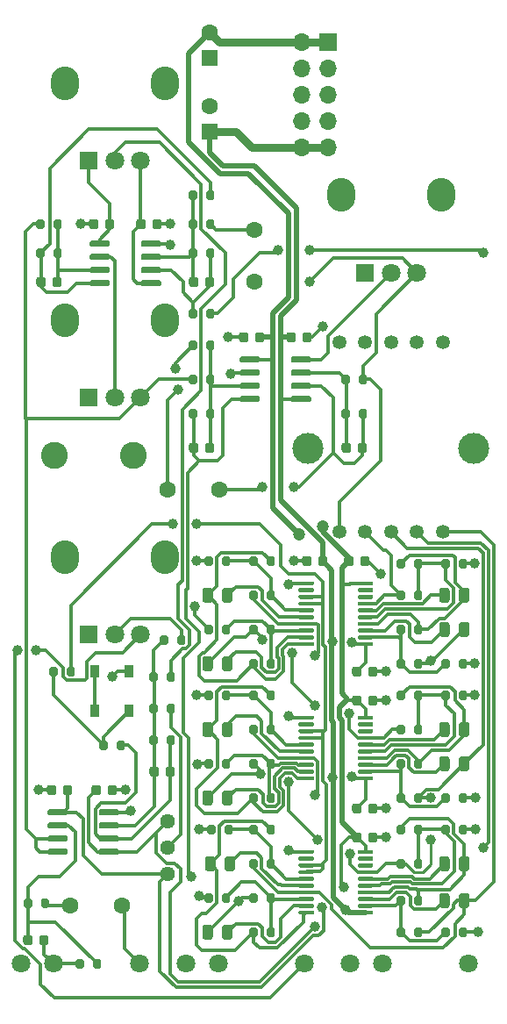
<source format=gbl>
G04 #@! TF.GenerationSoftware,KiCad,Pcbnew,6.0.5+dfsg-1~bpo11+1*
G04 #@! TF.CreationDate,2022-12-29T14:19:13+00:00*
G04 #@! TF.ProjectId,SSI2140_phase_shifter,53534932-3134-4305-9f70-686173655f73,0*
G04 #@! TF.SameCoordinates,Original*
G04 #@! TF.FileFunction,Copper,L2,Bot*
G04 #@! TF.FilePolarity,Positive*
%FSLAX46Y46*%
G04 Gerber Fmt 4.6, Leading zero omitted, Abs format (unit mm)*
G04 Created by KiCad (PCBNEW 6.0.5+dfsg-1~bpo11+1) date 2022-12-29 14:19:13*
%MOMM*%
%LPD*%
G01*
G04 APERTURE LIST*
G04 #@! TA.AperFunction,ComponentPad*
%ADD10C,1.800000*%
G04 #@! TD*
G04 #@! TA.AperFunction,ComponentPad*
%ADD11O,2.720000X3.240000*%
G04 #@! TD*
G04 #@! TA.AperFunction,ComponentPad*
%ADD12R,1.800000X1.800000*%
G04 #@! TD*
G04 #@! TA.AperFunction,ComponentPad*
%ADD13C,3.000000*%
G04 #@! TD*
G04 #@! TA.AperFunction,ComponentPad*
%ADD14C,1.350000*%
G04 #@! TD*
G04 #@! TA.AperFunction,ComponentPad*
%ADD15C,1.600000*%
G04 #@! TD*
G04 #@! TA.AperFunction,SMDPad,CuDef*
%ADD16R,0.900000X1.200000*%
G04 #@! TD*
G04 #@! TA.AperFunction,ComponentPad*
%ADD17R,1.600000X1.600000*%
G04 #@! TD*
G04 #@! TA.AperFunction,ComponentPad*
%ADD18R,1.700000X1.700000*%
G04 #@! TD*
G04 #@! TA.AperFunction,ComponentPad*
%ADD19O,1.700000X1.700000*%
G04 #@! TD*
G04 #@! TA.AperFunction,ComponentPad*
%ADD20C,2.600000*%
G04 #@! TD*
G04 #@! TA.AperFunction,ComponentPad*
%ADD21C,1.440000*%
G04 #@! TD*
G04 #@! TA.AperFunction,ViaPad*
%ADD22C,1.000000*%
G04 #@! TD*
G04 #@! TA.AperFunction,ViaPad*
%ADD23C,1.200000*%
G04 #@! TD*
G04 #@! TA.AperFunction,Conductor*
%ADD24C,0.300000*%
G04 #@! TD*
G04 #@! TA.AperFunction,Conductor*
%ADD25C,0.500000*%
G04 #@! TD*
G04 #@! TA.AperFunction,Conductor*
%ADD26C,0.750000*%
G04 #@! TD*
G04 #@! TA.AperFunction,Conductor*
%ADD27C,0.250000*%
G04 #@! TD*
G04 APERTURE END LIST*
D10*
X124076000Y-138938000D03*
X127176000Y-138938000D03*
X135476000Y-138938000D03*
D11*
X137896000Y-99688000D03*
X128296000Y-99688000D03*
D12*
X130596000Y-107188000D03*
D10*
X133096000Y-107188000D03*
X135596000Y-107188000D03*
D11*
X154966000Y-64773000D03*
X164566000Y-64773000D03*
D12*
X157266000Y-72273000D03*
D10*
X159766000Y-72273000D03*
X162266000Y-72273000D03*
D11*
X137896000Y-53968000D03*
X128296000Y-53968000D03*
D12*
X130596000Y-61468000D03*
D10*
X133096000Y-61468000D03*
X135596000Y-61468000D03*
D13*
X167766000Y-89238000D03*
X151766000Y-89238000D03*
D14*
X154766000Y-78988000D03*
X157266000Y-78988000D03*
X159766000Y-78988000D03*
X162266000Y-78988000D03*
X164766000Y-78988000D03*
X164766000Y-97288000D03*
X162266000Y-97288000D03*
X159766000Y-97288000D03*
X157266000Y-97288000D03*
X154766000Y-97288000D03*
D10*
X155826000Y-138938000D03*
X158926000Y-138938000D03*
X167226000Y-138938000D03*
X139951000Y-138938000D03*
X143051000Y-138938000D03*
X151351000Y-138938000D03*
D11*
X128296000Y-76828000D03*
X137896000Y-76828000D03*
D12*
X130596000Y-84328000D03*
D10*
X133096000Y-84328000D03*
X135596000Y-84328000D03*
G04 #@! TA.AperFunction,SMDPad,CuDef*
G36*
G01*
X149651000Y-78736000D02*
X149651000Y-78236000D01*
G75*
G02*
X149876000Y-78011000I225000J0D01*
G01*
X150326000Y-78011000D01*
G75*
G02*
X150551000Y-78236000I0J-225000D01*
G01*
X150551000Y-78736000D01*
G75*
G02*
X150326000Y-78961000I-225000J0D01*
G01*
X149876000Y-78961000D01*
G75*
G02*
X149651000Y-78736000I0J225000D01*
G01*
G37*
G04 #@! TD.AperFunction*
G04 #@! TA.AperFunction,SMDPad,CuDef*
G36*
G01*
X151201000Y-78736000D02*
X151201000Y-78236000D01*
G75*
G02*
X151426000Y-78011000I225000J0D01*
G01*
X151876000Y-78011000D01*
G75*
G02*
X152101000Y-78236000I0J-225000D01*
G01*
X152101000Y-78736000D01*
G75*
G02*
X151876000Y-78961000I-225000J0D01*
G01*
X151426000Y-78961000D01*
G75*
G02*
X151201000Y-78736000I0J225000D01*
G01*
G37*
G04 #@! TD.AperFunction*
G04 #@! TA.AperFunction,SMDPad,CuDef*
G36*
G01*
X148545000Y-112755000D02*
X148545000Y-113305000D01*
G75*
G02*
X148345000Y-113505000I-200000J0D01*
G01*
X147945000Y-113505000D01*
G75*
G02*
X147745000Y-113305000I0J200000D01*
G01*
X147745000Y-112755000D01*
G75*
G02*
X147945000Y-112555000I200000J0D01*
G01*
X148345000Y-112555000D01*
G75*
G02*
X148545000Y-112755000I0J-200000D01*
G01*
G37*
G04 #@! TD.AperFunction*
G04 #@! TA.AperFunction,SMDPad,CuDef*
G36*
G01*
X146895000Y-112755000D02*
X146895000Y-113305000D01*
G75*
G02*
X146695000Y-113505000I-200000J0D01*
G01*
X146295000Y-113505000D01*
G75*
G02*
X146095000Y-113305000I0J200000D01*
G01*
X146095000Y-112755000D01*
G75*
G02*
X146295000Y-112555000I200000J0D01*
G01*
X146695000Y-112555000D01*
G75*
G02*
X146895000Y-112755000I0J-200000D01*
G01*
G37*
G04 #@! TD.AperFunction*
G04 #@! TA.AperFunction,SMDPad,CuDef*
G36*
G01*
X150832000Y-108181000D02*
X150832000Y-107981000D01*
G75*
G02*
X150932000Y-107881000I100000J0D01*
G01*
X152207000Y-107881000D01*
G75*
G02*
X152307000Y-107981000I0J-100000D01*
G01*
X152307000Y-108181000D01*
G75*
G02*
X152207000Y-108281000I-100000J0D01*
G01*
X150932000Y-108281000D01*
G75*
G02*
X150832000Y-108181000I0J100000D01*
G01*
G37*
G04 #@! TD.AperFunction*
G04 #@! TA.AperFunction,SMDPad,CuDef*
G36*
G01*
X150832000Y-107531000D02*
X150832000Y-107331000D01*
G75*
G02*
X150932000Y-107231000I100000J0D01*
G01*
X152207000Y-107231000D01*
G75*
G02*
X152307000Y-107331000I0J-100000D01*
G01*
X152307000Y-107531000D01*
G75*
G02*
X152207000Y-107631000I-100000J0D01*
G01*
X150932000Y-107631000D01*
G75*
G02*
X150832000Y-107531000I0J100000D01*
G01*
G37*
G04 #@! TD.AperFunction*
G04 #@! TA.AperFunction,SMDPad,CuDef*
G36*
G01*
X150832000Y-106881000D02*
X150832000Y-106681000D01*
G75*
G02*
X150932000Y-106581000I100000J0D01*
G01*
X152207000Y-106581000D01*
G75*
G02*
X152307000Y-106681000I0J-100000D01*
G01*
X152307000Y-106881000D01*
G75*
G02*
X152207000Y-106981000I-100000J0D01*
G01*
X150932000Y-106981000D01*
G75*
G02*
X150832000Y-106881000I0J100000D01*
G01*
G37*
G04 #@! TD.AperFunction*
G04 #@! TA.AperFunction,SMDPad,CuDef*
G36*
G01*
X150832000Y-106231000D02*
X150832000Y-106031000D01*
G75*
G02*
X150932000Y-105931000I100000J0D01*
G01*
X152207000Y-105931000D01*
G75*
G02*
X152307000Y-106031000I0J-100000D01*
G01*
X152307000Y-106231000D01*
G75*
G02*
X152207000Y-106331000I-100000J0D01*
G01*
X150932000Y-106331000D01*
G75*
G02*
X150832000Y-106231000I0J100000D01*
G01*
G37*
G04 #@! TD.AperFunction*
G04 #@! TA.AperFunction,SMDPad,CuDef*
G36*
G01*
X150832000Y-105581000D02*
X150832000Y-105381000D01*
G75*
G02*
X150932000Y-105281000I100000J0D01*
G01*
X152207000Y-105281000D01*
G75*
G02*
X152307000Y-105381000I0J-100000D01*
G01*
X152307000Y-105581000D01*
G75*
G02*
X152207000Y-105681000I-100000J0D01*
G01*
X150932000Y-105681000D01*
G75*
G02*
X150832000Y-105581000I0J100000D01*
G01*
G37*
G04 #@! TD.AperFunction*
G04 #@! TA.AperFunction,SMDPad,CuDef*
G36*
G01*
X150832000Y-104931000D02*
X150832000Y-104731000D01*
G75*
G02*
X150932000Y-104631000I100000J0D01*
G01*
X152207000Y-104631000D01*
G75*
G02*
X152307000Y-104731000I0J-100000D01*
G01*
X152307000Y-104931000D01*
G75*
G02*
X152207000Y-105031000I-100000J0D01*
G01*
X150932000Y-105031000D01*
G75*
G02*
X150832000Y-104931000I0J100000D01*
G01*
G37*
G04 #@! TD.AperFunction*
G04 #@! TA.AperFunction,SMDPad,CuDef*
G36*
G01*
X150832000Y-104281000D02*
X150832000Y-104081000D01*
G75*
G02*
X150932000Y-103981000I100000J0D01*
G01*
X152207000Y-103981000D01*
G75*
G02*
X152307000Y-104081000I0J-100000D01*
G01*
X152307000Y-104281000D01*
G75*
G02*
X152207000Y-104381000I-100000J0D01*
G01*
X150932000Y-104381000D01*
G75*
G02*
X150832000Y-104281000I0J100000D01*
G01*
G37*
G04 #@! TD.AperFunction*
G04 #@! TA.AperFunction,SMDPad,CuDef*
G36*
G01*
X150832000Y-103631000D02*
X150832000Y-103431000D01*
G75*
G02*
X150932000Y-103331000I100000J0D01*
G01*
X152207000Y-103331000D01*
G75*
G02*
X152307000Y-103431000I0J-100000D01*
G01*
X152307000Y-103631000D01*
G75*
G02*
X152207000Y-103731000I-100000J0D01*
G01*
X150932000Y-103731000D01*
G75*
G02*
X150832000Y-103631000I0J100000D01*
G01*
G37*
G04 #@! TD.AperFunction*
G04 #@! TA.AperFunction,SMDPad,CuDef*
G36*
G01*
X150832000Y-102981000D02*
X150832000Y-102781000D01*
G75*
G02*
X150932000Y-102681000I100000J0D01*
G01*
X152207000Y-102681000D01*
G75*
G02*
X152307000Y-102781000I0J-100000D01*
G01*
X152307000Y-102981000D01*
G75*
G02*
X152207000Y-103081000I-100000J0D01*
G01*
X150932000Y-103081000D01*
G75*
G02*
X150832000Y-102981000I0J100000D01*
G01*
G37*
G04 #@! TD.AperFunction*
G04 #@! TA.AperFunction,SMDPad,CuDef*
G36*
G01*
X150832000Y-102331000D02*
X150832000Y-102131000D01*
G75*
G02*
X150932000Y-102031000I100000J0D01*
G01*
X152207000Y-102031000D01*
G75*
G02*
X152307000Y-102131000I0J-100000D01*
G01*
X152307000Y-102331000D01*
G75*
G02*
X152207000Y-102431000I-100000J0D01*
G01*
X150932000Y-102431000D01*
G75*
G02*
X150832000Y-102331000I0J100000D01*
G01*
G37*
G04 #@! TD.AperFunction*
G04 #@! TA.AperFunction,SMDPad,CuDef*
G36*
G01*
X156557000Y-102331000D02*
X156557000Y-102131000D01*
G75*
G02*
X156657000Y-102031000I100000J0D01*
G01*
X157932000Y-102031000D01*
G75*
G02*
X158032000Y-102131000I0J-100000D01*
G01*
X158032000Y-102331000D01*
G75*
G02*
X157932000Y-102431000I-100000J0D01*
G01*
X156657000Y-102431000D01*
G75*
G02*
X156557000Y-102331000I0J100000D01*
G01*
G37*
G04 #@! TD.AperFunction*
G04 #@! TA.AperFunction,SMDPad,CuDef*
G36*
G01*
X156557000Y-102981000D02*
X156557000Y-102781000D01*
G75*
G02*
X156657000Y-102681000I100000J0D01*
G01*
X157932000Y-102681000D01*
G75*
G02*
X158032000Y-102781000I0J-100000D01*
G01*
X158032000Y-102981000D01*
G75*
G02*
X157932000Y-103081000I-100000J0D01*
G01*
X156657000Y-103081000D01*
G75*
G02*
X156557000Y-102981000I0J100000D01*
G01*
G37*
G04 #@! TD.AperFunction*
G04 #@! TA.AperFunction,SMDPad,CuDef*
G36*
G01*
X156557000Y-103631000D02*
X156557000Y-103431000D01*
G75*
G02*
X156657000Y-103331000I100000J0D01*
G01*
X157932000Y-103331000D01*
G75*
G02*
X158032000Y-103431000I0J-100000D01*
G01*
X158032000Y-103631000D01*
G75*
G02*
X157932000Y-103731000I-100000J0D01*
G01*
X156657000Y-103731000D01*
G75*
G02*
X156557000Y-103631000I0J100000D01*
G01*
G37*
G04 #@! TD.AperFunction*
G04 #@! TA.AperFunction,SMDPad,CuDef*
G36*
G01*
X156557000Y-104281000D02*
X156557000Y-104081000D01*
G75*
G02*
X156657000Y-103981000I100000J0D01*
G01*
X157932000Y-103981000D01*
G75*
G02*
X158032000Y-104081000I0J-100000D01*
G01*
X158032000Y-104281000D01*
G75*
G02*
X157932000Y-104381000I-100000J0D01*
G01*
X156657000Y-104381000D01*
G75*
G02*
X156557000Y-104281000I0J100000D01*
G01*
G37*
G04 #@! TD.AperFunction*
G04 #@! TA.AperFunction,SMDPad,CuDef*
G36*
G01*
X156557000Y-104931000D02*
X156557000Y-104731000D01*
G75*
G02*
X156657000Y-104631000I100000J0D01*
G01*
X157932000Y-104631000D01*
G75*
G02*
X158032000Y-104731000I0J-100000D01*
G01*
X158032000Y-104931000D01*
G75*
G02*
X157932000Y-105031000I-100000J0D01*
G01*
X156657000Y-105031000D01*
G75*
G02*
X156557000Y-104931000I0J100000D01*
G01*
G37*
G04 #@! TD.AperFunction*
G04 #@! TA.AperFunction,SMDPad,CuDef*
G36*
G01*
X156557000Y-105581000D02*
X156557000Y-105381000D01*
G75*
G02*
X156657000Y-105281000I100000J0D01*
G01*
X157932000Y-105281000D01*
G75*
G02*
X158032000Y-105381000I0J-100000D01*
G01*
X158032000Y-105581000D01*
G75*
G02*
X157932000Y-105681000I-100000J0D01*
G01*
X156657000Y-105681000D01*
G75*
G02*
X156557000Y-105581000I0J100000D01*
G01*
G37*
G04 #@! TD.AperFunction*
G04 #@! TA.AperFunction,SMDPad,CuDef*
G36*
G01*
X156557000Y-106231000D02*
X156557000Y-106031000D01*
G75*
G02*
X156657000Y-105931000I100000J0D01*
G01*
X157932000Y-105931000D01*
G75*
G02*
X158032000Y-106031000I0J-100000D01*
G01*
X158032000Y-106231000D01*
G75*
G02*
X157932000Y-106331000I-100000J0D01*
G01*
X156657000Y-106331000D01*
G75*
G02*
X156557000Y-106231000I0J100000D01*
G01*
G37*
G04 #@! TD.AperFunction*
G04 #@! TA.AperFunction,SMDPad,CuDef*
G36*
G01*
X156557000Y-106881000D02*
X156557000Y-106681000D01*
G75*
G02*
X156657000Y-106581000I100000J0D01*
G01*
X157932000Y-106581000D01*
G75*
G02*
X158032000Y-106681000I0J-100000D01*
G01*
X158032000Y-106881000D01*
G75*
G02*
X157932000Y-106981000I-100000J0D01*
G01*
X156657000Y-106981000D01*
G75*
G02*
X156557000Y-106881000I0J100000D01*
G01*
G37*
G04 #@! TD.AperFunction*
G04 #@! TA.AperFunction,SMDPad,CuDef*
G36*
G01*
X156557000Y-107531000D02*
X156557000Y-107331000D01*
G75*
G02*
X156657000Y-107231000I100000J0D01*
G01*
X157932000Y-107231000D01*
G75*
G02*
X158032000Y-107331000I0J-100000D01*
G01*
X158032000Y-107531000D01*
G75*
G02*
X157932000Y-107631000I-100000J0D01*
G01*
X156657000Y-107631000D01*
G75*
G02*
X156557000Y-107531000I0J100000D01*
G01*
G37*
G04 #@! TD.AperFunction*
G04 #@! TA.AperFunction,SMDPad,CuDef*
G36*
G01*
X156557000Y-108181000D02*
X156557000Y-107981000D01*
G75*
G02*
X156657000Y-107881000I100000J0D01*
G01*
X157932000Y-107881000D01*
G75*
G02*
X158032000Y-107981000I0J-100000D01*
G01*
X158032000Y-108181000D01*
G75*
G02*
X157932000Y-108281000I-100000J0D01*
G01*
X156657000Y-108281000D01*
G75*
G02*
X156557000Y-108181000I0J100000D01*
G01*
G37*
G04 #@! TD.AperFunction*
G04 #@! TA.AperFunction,SMDPad,CuDef*
G36*
G01*
X145140000Y-84605000D02*
X145140000Y-84305000D01*
G75*
G02*
X145290000Y-84155000I150000J0D01*
G01*
X146940000Y-84155000D01*
G75*
G02*
X147090000Y-84305000I0J-150000D01*
G01*
X147090000Y-84605000D01*
G75*
G02*
X146940000Y-84755000I-150000J0D01*
G01*
X145290000Y-84755000D01*
G75*
G02*
X145140000Y-84605000I0J150000D01*
G01*
G37*
G04 #@! TD.AperFunction*
G04 #@! TA.AperFunction,SMDPad,CuDef*
G36*
G01*
X145140000Y-83335000D02*
X145140000Y-83035000D01*
G75*
G02*
X145290000Y-82885000I150000J0D01*
G01*
X146940000Y-82885000D01*
G75*
G02*
X147090000Y-83035000I0J-150000D01*
G01*
X147090000Y-83335000D01*
G75*
G02*
X146940000Y-83485000I-150000J0D01*
G01*
X145290000Y-83485000D01*
G75*
G02*
X145140000Y-83335000I0J150000D01*
G01*
G37*
G04 #@! TD.AperFunction*
G04 #@! TA.AperFunction,SMDPad,CuDef*
G36*
G01*
X145140000Y-82065000D02*
X145140000Y-81765000D01*
G75*
G02*
X145290000Y-81615000I150000J0D01*
G01*
X146940000Y-81615000D01*
G75*
G02*
X147090000Y-81765000I0J-150000D01*
G01*
X147090000Y-82065000D01*
G75*
G02*
X146940000Y-82215000I-150000J0D01*
G01*
X145290000Y-82215000D01*
G75*
G02*
X145140000Y-82065000I0J150000D01*
G01*
G37*
G04 #@! TD.AperFunction*
G04 #@! TA.AperFunction,SMDPad,CuDef*
G36*
G01*
X145140000Y-80795000D02*
X145140000Y-80495000D01*
G75*
G02*
X145290000Y-80345000I150000J0D01*
G01*
X146940000Y-80345000D01*
G75*
G02*
X147090000Y-80495000I0J-150000D01*
G01*
X147090000Y-80795000D01*
G75*
G02*
X146940000Y-80945000I-150000J0D01*
G01*
X145290000Y-80945000D01*
G75*
G02*
X145140000Y-80795000I0J150000D01*
G01*
G37*
G04 #@! TD.AperFunction*
G04 #@! TA.AperFunction,SMDPad,CuDef*
G36*
G01*
X150090000Y-80795000D02*
X150090000Y-80495000D01*
G75*
G02*
X150240000Y-80345000I150000J0D01*
G01*
X151890000Y-80345000D01*
G75*
G02*
X152040000Y-80495000I0J-150000D01*
G01*
X152040000Y-80795000D01*
G75*
G02*
X151890000Y-80945000I-150000J0D01*
G01*
X150240000Y-80945000D01*
G75*
G02*
X150090000Y-80795000I0J150000D01*
G01*
G37*
G04 #@! TD.AperFunction*
G04 #@! TA.AperFunction,SMDPad,CuDef*
G36*
G01*
X150090000Y-82065000D02*
X150090000Y-81765000D01*
G75*
G02*
X150240000Y-81615000I150000J0D01*
G01*
X151890000Y-81615000D01*
G75*
G02*
X152040000Y-81765000I0J-150000D01*
G01*
X152040000Y-82065000D01*
G75*
G02*
X151890000Y-82215000I-150000J0D01*
G01*
X150240000Y-82215000D01*
G75*
G02*
X150090000Y-82065000I0J150000D01*
G01*
G37*
G04 #@! TD.AperFunction*
G04 #@! TA.AperFunction,SMDPad,CuDef*
G36*
G01*
X150090000Y-83335000D02*
X150090000Y-83035000D01*
G75*
G02*
X150240000Y-82885000I150000J0D01*
G01*
X151890000Y-82885000D01*
G75*
G02*
X152040000Y-83035000I0J-150000D01*
G01*
X152040000Y-83335000D01*
G75*
G02*
X151890000Y-83485000I-150000J0D01*
G01*
X150240000Y-83485000D01*
G75*
G02*
X150090000Y-83335000I0J150000D01*
G01*
G37*
G04 #@! TD.AperFunction*
G04 #@! TA.AperFunction,SMDPad,CuDef*
G36*
G01*
X150090000Y-84605000D02*
X150090000Y-84305000D01*
G75*
G02*
X150240000Y-84155000I150000J0D01*
G01*
X151890000Y-84155000D01*
G75*
G02*
X152040000Y-84305000I0J-150000D01*
G01*
X152040000Y-84605000D01*
G75*
G02*
X151890000Y-84755000I-150000J0D01*
G01*
X150240000Y-84755000D01*
G75*
G02*
X150090000Y-84605000I0J150000D01*
G01*
G37*
G04 #@! TD.AperFunction*
G04 #@! TA.AperFunction,SMDPad,CuDef*
G36*
G01*
X160319000Y-100605000D02*
X160319000Y-100055000D01*
G75*
G02*
X160519000Y-99855000I200000J0D01*
G01*
X160919000Y-99855000D01*
G75*
G02*
X161119000Y-100055000I0J-200000D01*
G01*
X161119000Y-100605000D01*
G75*
G02*
X160919000Y-100805000I-200000J0D01*
G01*
X160519000Y-100805000D01*
G75*
G02*
X160319000Y-100605000I0J200000D01*
G01*
G37*
G04 #@! TD.AperFunction*
G04 #@! TA.AperFunction,SMDPad,CuDef*
G36*
G01*
X161969000Y-100605000D02*
X161969000Y-100055000D01*
G75*
G02*
X162169000Y-99855000I200000J0D01*
G01*
X162569000Y-99855000D01*
G75*
G02*
X162769000Y-100055000I0J-200000D01*
G01*
X162769000Y-100605000D01*
G75*
G02*
X162569000Y-100805000I-200000J0D01*
G01*
X162169000Y-100805000D01*
G75*
G02*
X161969000Y-100605000I0J200000D01*
G01*
G37*
G04 #@! TD.AperFunction*
G04 #@! TA.AperFunction,SMDPad,CuDef*
G36*
G01*
X164637000Y-136165000D02*
X164637000Y-135615000D01*
G75*
G02*
X164837000Y-135415000I200000J0D01*
G01*
X165237000Y-135415000D01*
G75*
G02*
X165437000Y-135615000I0J-200000D01*
G01*
X165437000Y-136165000D01*
G75*
G02*
X165237000Y-136365000I-200000J0D01*
G01*
X164837000Y-136365000D01*
G75*
G02*
X164637000Y-136165000I0J200000D01*
G01*
G37*
G04 #@! TD.AperFunction*
G04 #@! TA.AperFunction,SMDPad,CuDef*
G36*
G01*
X166287000Y-136165000D02*
X166287000Y-135615000D01*
G75*
G02*
X166487000Y-135415000I200000J0D01*
G01*
X166887000Y-135415000D01*
G75*
G02*
X167087000Y-135615000I0J-200000D01*
G01*
X167087000Y-136165000D01*
G75*
G02*
X166887000Y-136365000I-200000J0D01*
G01*
X166487000Y-136365000D01*
G75*
G02*
X166287000Y-136165000I0J200000D01*
G01*
G37*
G04 #@! TD.AperFunction*
G04 #@! TA.AperFunction,SMDPad,CuDef*
G36*
G01*
X148545000Y-135615000D02*
X148545000Y-136165000D01*
G75*
G02*
X148345000Y-136365000I-200000J0D01*
G01*
X147945000Y-136365000D01*
G75*
G02*
X147745000Y-136165000I0J200000D01*
G01*
X147745000Y-135615000D01*
G75*
G02*
X147945000Y-135415000I200000J0D01*
G01*
X148345000Y-135415000D01*
G75*
G02*
X148545000Y-135615000I0J-200000D01*
G01*
G37*
G04 #@! TD.AperFunction*
G04 #@! TA.AperFunction,SMDPad,CuDef*
G36*
G01*
X146895000Y-135615000D02*
X146895000Y-136165000D01*
G75*
G02*
X146695000Y-136365000I-200000J0D01*
G01*
X146295000Y-136365000D01*
G75*
G02*
X146095000Y-136165000I0J200000D01*
G01*
X146095000Y-135615000D01*
G75*
G02*
X146295000Y-135415000I200000J0D01*
G01*
X146695000Y-135415000D01*
G75*
G02*
X146895000Y-135615000I0J-200000D01*
G01*
G37*
G04 #@! TD.AperFunction*
G04 #@! TA.AperFunction,SMDPad,CuDef*
G36*
G01*
X164637000Y-100605000D02*
X164637000Y-100055000D01*
G75*
G02*
X164837000Y-99855000I200000J0D01*
G01*
X165237000Y-99855000D01*
G75*
G02*
X165437000Y-100055000I0J-200000D01*
G01*
X165437000Y-100605000D01*
G75*
G02*
X165237000Y-100805000I-200000J0D01*
G01*
X164837000Y-100805000D01*
G75*
G02*
X164637000Y-100605000I0J200000D01*
G01*
G37*
G04 #@! TD.AperFunction*
G04 #@! TA.AperFunction,SMDPad,CuDef*
G36*
G01*
X166287000Y-100605000D02*
X166287000Y-100055000D01*
G75*
G02*
X166487000Y-99855000I200000J0D01*
G01*
X166887000Y-99855000D01*
G75*
G02*
X167087000Y-100055000I0J-200000D01*
G01*
X167087000Y-100605000D01*
G75*
G02*
X166887000Y-100805000I-200000J0D01*
G01*
X166487000Y-100805000D01*
G75*
G02*
X166287000Y-100605000I0J200000D01*
G01*
G37*
G04 #@! TD.AperFunction*
D15*
X146558000Y-73112000D03*
X146558000Y-68112000D03*
G04 #@! TA.AperFunction,SMDPad,CuDef*
G36*
G01*
X148545000Y-129011000D02*
X148545000Y-129561000D01*
G75*
G02*
X148345000Y-129761000I-200000J0D01*
G01*
X147945000Y-129761000D01*
G75*
G02*
X147745000Y-129561000I0J200000D01*
G01*
X147745000Y-129011000D01*
G75*
G02*
X147945000Y-128811000I200000J0D01*
G01*
X148345000Y-128811000D01*
G75*
G02*
X148545000Y-129011000I0J-200000D01*
G01*
G37*
G04 #@! TD.AperFunction*
G04 #@! TA.AperFunction,SMDPad,CuDef*
G36*
G01*
X146895000Y-129011000D02*
X146895000Y-129561000D01*
G75*
G02*
X146695000Y-129761000I-200000J0D01*
G01*
X146295000Y-129761000D01*
G75*
G02*
X146095000Y-129561000I0J200000D01*
G01*
X146095000Y-129011000D01*
G75*
G02*
X146295000Y-128811000I200000J0D01*
G01*
X146695000Y-128811000D01*
G75*
G02*
X146895000Y-129011000I0J-200000D01*
G01*
G37*
G04 #@! TD.AperFunction*
G04 #@! TA.AperFunction,SMDPad,CuDef*
G36*
G01*
X160319000Y-126259000D02*
X160319000Y-125709000D01*
G75*
G02*
X160519000Y-125509000I200000J0D01*
G01*
X160919000Y-125509000D01*
G75*
G02*
X161119000Y-125709000I0J-200000D01*
G01*
X161119000Y-126259000D01*
G75*
G02*
X160919000Y-126459000I-200000J0D01*
G01*
X160519000Y-126459000D01*
G75*
G02*
X160319000Y-126259000I0J200000D01*
G01*
G37*
G04 #@! TD.AperFunction*
G04 #@! TA.AperFunction,SMDPad,CuDef*
G36*
G01*
X161969000Y-126259000D02*
X161969000Y-125709000D01*
G75*
G02*
X162169000Y-125509000I200000J0D01*
G01*
X162569000Y-125509000D01*
G75*
G02*
X162769000Y-125709000I0J-200000D01*
G01*
X162769000Y-126259000D01*
G75*
G02*
X162569000Y-126459000I-200000J0D01*
G01*
X162169000Y-126459000D01*
G75*
G02*
X161969000Y-126259000I0J200000D01*
G01*
G37*
G04 #@! TD.AperFunction*
G04 #@! TA.AperFunction,SMDPad,CuDef*
G36*
G01*
X164412000Y-120109000D02*
X164412000Y-119159000D01*
G75*
G02*
X164662000Y-118909000I250000J0D01*
G01*
X165162000Y-118909000D01*
G75*
G02*
X165412000Y-119159000I0J-250000D01*
G01*
X165412000Y-120109000D01*
G75*
G02*
X165162000Y-120359000I-250000J0D01*
G01*
X164662000Y-120359000D01*
G75*
G02*
X164412000Y-120109000I0J250000D01*
G01*
G37*
G04 #@! TD.AperFunction*
G04 #@! TA.AperFunction,SMDPad,CuDef*
G36*
G01*
X166312000Y-120109000D02*
X166312000Y-119159000D01*
G75*
G02*
X166562000Y-118909000I250000J0D01*
G01*
X167062000Y-118909000D01*
G75*
G02*
X167312000Y-119159000I0J-250000D01*
G01*
X167312000Y-120109000D01*
G75*
G02*
X167062000Y-120359000I-250000J0D01*
G01*
X166562000Y-120359000D01*
G75*
G02*
X166312000Y-120109000I0J250000D01*
G01*
G37*
G04 #@! TD.AperFunction*
G04 #@! TA.AperFunction,SMDPad,CuDef*
G36*
G01*
X148545000Y-109707000D02*
X148545000Y-110257000D01*
G75*
G02*
X148345000Y-110457000I-200000J0D01*
G01*
X147945000Y-110457000D01*
G75*
G02*
X147745000Y-110257000I0J200000D01*
G01*
X147745000Y-109707000D01*
G75*
G02*
X147945000Y-109507000I200000J0D01*
G01*
X148345000Y-109507000D01*
G75*
G02*
X148545000Y-109707000I0J-200000D01*
G01*
G37*
G04 #@! TD.AperFunction*
G04 #@! TA.AperFunction,SMDPad,CuDef*
G36*
G01*
X146895000Y-109707000D02*
X146895000Y-110257000D01*
G75*
G02*
X146695000Y-110457000I-200000J0D01*
G01*
X146295000Y-110457000D01*
G75*
G02*
X146095000Y-110257000I0J200000D01*
G01*
X146095000Y-109707000D01*
G75*
G02*
X146295000Y-109507000I200000J0D01*
G01*
X146695000Y-109507000D01*
G75*
G02*
X146895000Y-109707000I0J-200000D01*
G01*
G37*
G04 #@! TD.AperFunction*
D16*
X134492000Y-114554000D03*
X131192000Y-114554000D03*
G04 #@! TA.AperFunction,SMDPad,CuDef*
G36*
G01*
X138893000Y-114025000D02*
X138893000Y-114575000D01*
G75*
G02*
X138693000Y-114775000I-200000J0D01*
G01*
X138293000Y-114775000D01*
G75*
G02*
X138093000Y-114575000I0J200000D01*
G01*
X138093000Y-114025000D01*
G75*
G02*
X138293000Y-113825000I200000J0D01*
G01*
X138693000Y-113825000D01*
G75*
G02*
X138893000Y-114025000I0J-200000D01*
G01*
G37*
G04 #@! TD.AperFunction*
G04 #@! TA.AperFunction,SMDPad,CuDef*
G36*
G01*
X137243000Y-114025000D02*
X137243000Y-114575000D01*
G75*
G02*
X137043000Y-114775000I-200000J0D01*
G01*
X136643000Y-114775000D01*
G75*
G02*
X136443000Y-114575000I0J200000D01*
G01*
X136443000Y-114025000D01*
G75*
G02*
X136643000Y-113825000I200000J0D01*
G01*
X137043000Y-113825000D01*
G75*
G02*
X137243000Y-114025000I0J-200000D01*
G01*
G37*
G04 #@! TD.AperFunction*
G04 #@! TA.AperFunction,SMDPad,CuDef*
G36*
G01*
X154985000Y-82825000D02*
X154985000Y-82275000D01*
G75*
G02*
X155185000Y-82075000I200000J0D01*
G01*
X155585000Y-82075000D01*
G75*
G02*
X155785000Y-82275000I0J-200000D01*
G01*
X155785000Y-82825000D01*
G75*
G02*
X155585000Y-83025000I-200000J0D01*
G01*
X155185000Y-83025000D01*
G75*
G02*
X154985000Y-82825000I0J200000D01*
G01*
G37*
G04 #@! TD.AperFunction*
G04 #@! TA.AperFunction,SMDPad,CuDef*
G36*
G01*
X156635000Y-82825000D02*
X156635000Y-82275000D01*
G75*
G02*
X156835000Y-82075000I200000J0D01*
G01*
X157235000Y-82075000D01*
G75*
G02*
X157435000Y-82275000I0J-200000D01*
G01*
X157435000Y-82825000D01*
G75*
G02*
X157235000Y-83025000I-200000J0D01*
G01*
X156835000Y-83025000D01*
G75*
G02*
X156635000Y-82825000I0J200000D01*
G01*
G37*
G04 #@! TD.AperFunction*
G04 #@! TA.AperFunction,SMDPad,CuDef*
G36*
G01*
X148545000Y-122661000D02*
X148545000Y-123211000D01*
G75*
G02*
X148345000Y-123411000I-200000J0D01*
G01*
X147945000Y-123411000D01*
G75*
G02*
X147745000Y-123211000I0J200000D01*
G01*
X147745000Y-122661000D01*
G75*
G02*
X147945000Y-122461000I200000J0D01*
G01*
X148345000Y-122461000D01*
G75*
G02*
X148545000Y-122661000I0J-200000D01*
G01*
G37*
G04 #@! TD.AperFunction*
G04 #@! TA.AperFunction,SMDPad,CuDef*
G36*
G01*
X146895000Y-122661000D02*
X146895000Y-123211000D01*
G75*
G02*
X146695000Y-123411000I-200000J0D01*
G01*
X146295000Y-123411000D01*
G75*
G02*
X146095000Y-123211000I0J200000D01*
G01*
X146095000Y-122661000D01*
G75*
G02*
X146295000Y-122461000I200000J0D01*
G01*
X146695000Y-122461000D01*
G75*
G02*
X146895000Y-122661000I0J-200000D01*
G01*
G37*
G04 #@! TD.AperFunction*
G04 #@! TA.AperFunction,SMDPad,CuDef*
G36*
G01*
X144227000Y-106405000D02*
X144227000Y-106955000D01*
G75*
G02*
X144027000Y-107155000I-200000J0D01*
G01*
X143627000Y-107155000D01*
G75*
G02*
X143427000Y-106955000I0J200000D01*
G01*
X143427000Y-106405000D01*
G75*
G02*
X143627000Y-106205000I200000J0D01*
G01*
X144027000Y-106205000D01*
G75*
G02*
X144227000Y-106405000I0J-200000D01*
G01*
G37*
G04 #@! TD.AperFunction*
G04 #@! TA.AperFunction,SMDPad,CuDef*
G36*
G01*
X142577000Y-106405000D02*
X142577000Y-106955000D01*
G75*
G02*
X142377000Y-107155000I-200000J0D01*
G01*
X141977000Y-107155000D01*
G75*
G02*
X141777000Y-106955000I0J200000D01*
G01*
X141777000Y-106405000D01*
G75*
G02*
X141977000Y-106205000I200000J0D01*
G01*
X142377000Y-106205000D01*
G75*
G02*
X142577000Y-106405000I0J-200000D01*
G01*
G37*
G04 #@! TD.AperFunction*
G04 #@! TA.AperFunction,SMDPad,CuDef*
G36*
G01*
X131781000Y-138663000D02*
X131781000Y-139213000D01*
G75*
G02*
X131581000Y-139413000I-200000J0D01*
G01*
X131181000Y-139413000D01*
G75*
G02*
X130981000Y-139213000I0J200000D01*
G01*
X130981000Y-138663000D01*
G75*
G02*
X131181000Y-138463000I200000J0D01*
G01*
X131581000Y-138463000D01*
G75*
G02*
X131781000Y-138663000I0J-200000D01*
G01*
G37*
G04 #@! TD.AperFunction*
G04 #@! TA.AperFunction,SMDPad,CuDef*
G36*
G01*
X130131000Y-138663000D02*
X130131000Y-139213000D01*
G75*
G02*
X129931000Y-139413000I-200000J0D01*
G01*
X129531000Y-139413000D01*
G75*
G02*
X129331000Y-139213000I0J200000D01*
G01*
X129331000Y-138663000D01*
G75*
G02*
X129531000Y-138463000I200000J0D01*
G01*
X129931000Y-138463000D01*
G75*
G02*
X130131000Y-138663000I0J-200000D01*
G01*
G37*
G04 #@! TD.AperFunction*
G04 #@! TA.AperFunction,SMDPad,CuDef*
G36*
G01*
X146095000Y-119909000D02*
X146095000Y-119359000D01*
G75*
G02*
X146295000Y-119159000I200000J0D01*
G01*
X146695000Y-119159000D01*
G75*
G02*
X146895000Y-119359000I0J-200000D01*
G01*
X146895000Y-119909000D01*
G75*
G02*
X146695000Y-120109000I-200000J0D01*
G01*
X146295000Y-120109000D01*
G75*
G02*
X146095000Y-119909000I0J200000D01*
G01*
G37*
G04 #@! TD.AperFunction*
G04 #@! TA.AperFunction,SMDPad,CuDef*
G36*
G01*
X147745000Y-119909000D02*
X147745000Y-119359000D01*
G75*
G02*
X147945000Y-119159000I200000J0D01*
G01*
X148345000Y-119159000D01*
G75*
G02*
X148545000Y-119359000I0J-200000D01*
G01*
X148545000Y-119909000D01*
G75*
G02*
X148345000Y-120109000I-200000J0D01*
G01*
X147945000Y-120109000D01*
G75*
G02*
X147745000Y-119909000I0J200000D01*
G01*
G37*
G04 #@! TD.AperFunction*
G04 #@! TA.AperFunction,SMDPad,CuDef*
G36*
G01*
X146095000Y-106955000D02*
X146095000Y-106405000D01*
G75*
G02*
X146295000Y-106205000I200000J0D01*
G01*
X146695000Y-106205000D01*
G75*
G02*
X146895000Y-106405000I0J-200000D01*
G01*
X146895000Y-106955000D01*
G75*
G02*
X146695000Y-107155000I-200000J0D01*
G01*
X146295000Y-107155000D01*
G75*
G02*
X146095000Y-106955000I0J200000D01*
G01*
G37*
G04 #@! TD.AperFunction*
G04 #@! TA.AperFunction,SMDPad,CuDef*
G36*
G01*
X147745000Y-106955000D02*
X147745000Y-106405000D01*
G75*
G02*
X147945000Y-106205000I200000J0D01*
G01*
X148345000Y-106205000D01*
G75*
G02*
X148545000Y-106405000I0J-200000D01*
G01*
X148545000Y-106955000D01*
G75*
G02*
X148345000Y-107155000I-200000J0D01*
G01*
X147945000Y-107155000D01*
G75*
G02*
X147745000Y-106955000I0J200000D01*
G01*
G37*
G04 #@! TD.AperFunction*
G04 #@! TA.AperFunction,SMDPad,CuDef*
G36*
G01*
X164412000Y-133317000D02*
X164412000Y-132367000D01*
G75*
G02*
X164662000Y-132117000I250000J0D01*
G01*
X165162000Y-132117000D01*
G75*
G02*
X165412000Y-132367000I0J-250000D01*
G01*
X165412000Y-133317000D01*
G75*
G02*
X165162000Y-133567000I-250000J0D01*
G01*
X164662000Y-133567000D01*
G75*
G02*
X164412000Y-133317000I0J250000D01*
G01*
G37*
G04 #@! TD.AperFunction*
G04 #@! TA.AperFunction,SMDPad,CuDef*
G36*
G01*
X166312000Y-133317000D02*
X166312000Y-132367000D01*
G75*
G02*
X166562000Y-132117000I250000J0D01*
G01*
X167062000Y-132117000D01*
G75*
G02*
X167312000Y-132367000I0J-250000D01*
G01*
X167312000Y-133317000D01*
G75*
G02*
X167062000Y-133567000I-250000J0D01*
G01*
X166562000Y-133567000D01*
G75*
G02*
X166312000Y-133317000I0J250000D01*
G01*
G37*
G04 #@! TD.AperFunction*
G04 #@! TA.AperFunction,SMDPad,CuDef*
G36*
G01*
X148545000Y-125709000D02*
X148545000Y-126259000D01*
G75*
G02*
X148345000Y-126459000I-200000J0D01*
G01*
X147945000Y-126459000D01*
G75*
G02*
X147745000Y-126259000I0J200000D01*
G01*
X147745000Y-125709000D01*
G75*
G02*
X147945000Y-125509000I200000J0D01*
G01*
X148345000Y-125509000D01*
G75*
G02*
X148545000Y-125709000I0J-200000D01*
G01*
G37*
G04 #@! TD.AperFunction*
G04 #@! TA.AperFunction,SMDPad,CuDef*
G36*
G01*
X146895000Y-125709000D02*
X146895000Y-126259000D01*
G75*
G02*
X146695000Y-126459000I-200000J0D01*
G01*
X146295000Y-126459000D01*
G75*
G02*
X146095000Y-126259000I0J200000D01*
G01*
X146095000Y-125709000D01*
G75*
G02*
X146295000Y-125509000I200000J0D01*
G01*
X146695000Y-125509000D01*
G75*
G02*
X146895000Y-125709000I0J-200000D01*
G01*
G37*
G04 #@! TD.AperFunction*
G04 #@! TA.AperFunction,SMDPad,CuDef*
G36*
G01*
X148545000Y-116057000D02*
X148545000Y-116607000D01*
G75*
G02*
X148345000Y-116807000I-200000J0D01*
G01*
X147945000Y-116807000D01*
G75*
G02*
X147745000Y-116607000I0J200000D01*
G01*
X147745000Y-116057000D01*
G75*
G02*
X147945000Y-115857000I200000J0D01*
G01*
X148345000Y-115857000D01*
G75*
G02*
X148545000Y-116057000I0J-200000D01*
G01*
G37*
G04 #@! TD.AperFunction*
G04 #@! TA.AperFunction,SMDPad,CuDef*
G36*
G01*
X146895000Y-116057000D02*
X146895000Y-116607000D01*
G75*
G02*
X146695000Y-116807000I-200000J0D01*
G01*
X146295000Y-116807000D01*
G75*
G02*
X146095000Y-116607000I0J200000D01*
G01*
X146095000Y-116057000D01*
G75*
G02*
X146295000Y-115857000I200000J0D01*
G01*
X146695000Y-115857000D01*
G75*
G02*
X146895000Y-116057000I0J-200000D01*
G01*
G37*
G04 #@! TD.AperFunction*
D17*
X142240000Y-51562000D03*
D15*
X142240000Y-49062000D03*
G04 #@! TA.AperFunction,SMDPad,CuDef*
G36*
G01*
X162769000Y-103103000D02*
X162769000Y-103653000D01*
G75*
G02*
X162569000Y-103853000I-200000J0D01*
G01*
X162169000Y-103853000D01*
G75*
G02*
X161969000Y-103653000I0J200000D01*
G01*
X161969000Y-103103000D01*
G75*
G02*
X162169000Y-102903000I200000J0D01*
G01*
X162569000Y-102903000D01*
G75*
G02*
X162769000Y-103103000I0J-200000D01*
G01*
G37*
G04 #@! TD.AperFunction*
G04 #@! TA.AperFunction,SMDPad,CuDef*
G36*
G01*
X161119000Y-103103000D02*
X161119000Y-103653000D01*
G75*
G02*
X160919000Y-103853000I-200000J0D01*
G01*
X160519000Y-103853000D01*
G75*
G02*
X160319000Y-103653000I0J200000D01*
G01*
X160319000Y-103103000D01*
G75*
G02*
X160519000Y-102903000I200000J0D01*
G01*
X160919000Y-102903000D01*
G75*
G02*
X161119000Y-103103000I0J-200000D01*
G01*
G37*
G04 #@! TD.AperFunction*
G04 #@! TA.AperFunction,SMDPad,CuDef*
G36*
G01*
X140253000Y-70633000D02*
X140253000Y-70083000D01*
G75*
G02*
X140453000Y-69883000I200000J0D01*
G01*
X140853000Y-69883000D01*
G75*
G02*
X141053000Y-70083000I0J-200000D01*
G01*
X141053000Y-70633000D01*
G75*
G02*
X140853000Y-70833000I-200000J0D01*
G01*
X140453000Y-70833000D01*
G75*
G02*
X140253000Y-70633000I0J200000D01*
G01*
G37*
G04 #@! TD.AperFunction*
G04 #@! TA.AperFunction,SMDPad,CuDef*
G36*
G01*
X141903000Y-70633000D02*
X141903000Y-70083000D01*
G75*
G02*
X142103000Y-69883000I200000J0D01*
G01*
X142503000Y-69883000D01*
G75*
G02*
X142703000Y-70083000I0J-200000D01*
G01*
X142703000Y-70633000D01*
G75*
G02*
X142503000Y-70833000I-200000J0D01*
G01*
X142103000Y-70833000D01*
G75*
G02*
X141903000Y-70633000I0J200000D01*
G01*
G37*
G04 #@! TD.AperFunction*
X128778000Y-133350000D03*
X133778000Y-133350000D03*
G04 #@! TA.AperFunction,SMDPad,CuDef*
G36*
G01*
X127971000Y-70083000D02*
X127971000Y-70633000D01*
G75*
G02*
X127771000Y-70833000I-200000J0D01*
G01*
X127371000Y-70833000D01*
G75*
G02*
X127171000Y-70633000I0J200000D01*
G01*
X127171000Y-70083000D01*
G75*
G02*
X127371000Y-69883000I200000J0D01*
G01*
X127771000Y-69883000D01*
G75*
G02*
X127971000Y-70083000I0J-200000D01*
G01*
G37*
G04 #@! TD.AperFunction*
G04 #@! TA.AperFunction,SMDPad,CuDef*
G36*
G01*
X126321000Y-70083000D02*
X126321000Y-70633000D01*
G75*
G02*
X126121000Y-70833000I-200000J0D01*
G01*
X125721000Y-70833000D01*
G75*
G02*
X125521000Y-70633000I0J200000D01*
G01*
X125521000Y-70083000D01*
G75*
G02*
X125721000Y-69883000I200000J0D01*
G01*
X126121000Y-69883000D01*
G75*
G02*
X126321000Y-70083000I0J-200000D01*
G01*
G37*
G04 #@! TD.AperFunction*
G04 #@! TA.AperFunction,SMDPad,CuDef*
G36*
G01*
X160319000Y-106955000D02*
X160319000Y-106405000D01*
G75*
G02*
X160519000Y-106205000I200000J0D01*
G01*
X160919000Y-106205000D01*
G75*
G02*
X161119000Y-106405000I0J-200000D01*
G01*
X161119000Y-106955000D01*
G75*
G02*
X160919000Y-107155000I-200000J0D01*
G01*
X160519000Y-107155000D01*
G75*
G02*
X160319000Y-106955000I0J200000D01*
G01*
G37*
G04 #@! TD.AperFunction*
G04 #@! TA.AperFunction,SMDPad,CuDef*
G36*
G01*
X161969000Y-106955000D02*
X161969000Y-106405000D01*
G75*
G02*
X162169000Y-106205000I200000J0D01*
G01*
X162569000Y-106205000D01*
G75*
G02*
X162769000Y-106405000I0J-200000D01*
G01*
X162769000Y-106955000D01*
G75*
G02*
X162569000Y-107155000I-200000J0D01*
G01*
X162169000Y-107155000D01*
G75*
G02*
X161969000Y-106955000I0J200000D01*
G01*
G37*
G04 #@! TD.AperFunction*
G04 #@! TA.AperFunction,SMDPad,CuDef*
G36*
G01*
X138893000Y-110977000D02*
X138893000Y-111527000D01*
G75*
G02*
X138693000Y-111727000I-200000J0D01*
G01*
X138293000Y-111727000D01*
G75*
G02*
X138093000Y-111527000I0J200000D01*
G01*
X138093000Y-110977000D01*
G75*
G02*
X138293000Y-110777000I200000J0D01*
G01*
X138693000Y-110777000D01*
G75*
G02*
X138893000Y-110977000I0J-200000D01*
G01*
G37*
G04 #@! TD.AperFunction*
G04 #@! TA.AperFunction,SMDPad,CuDef*
G36*
G01*
X137243000Y-110977000D02*
X137243000Y-111527000D01*
G75*
G02*
X137043000Y-111727000I-200000J0D01*
G01*
X136643000Y-111727000D01*
G75*
G02*
X136443000Y-111527000I0J200000D01*
G01*
X136443000Y-110977000D01*
G75*
G02*
X136643000Y-110777000I200000J0D01*
G01*
X137043000Y-110777000D01*
G75*
G02*
X137243000Y-110977000I0J-200000D01*
G01*
G37*
G04 #@! TD.AperFunction*
G04 #@! TA.AperFunction,SMDPad,CuDef*
G36*
G01*
X140253000Y-89404000D02*
X140253000Y-88904000D01*
G75*
G02*
X140478000Y-88679000I225000J0D01*
G01*
X140928000Y-88679000D01*
G75*
G02*
X141153000Y-88904000I0J-225000D01*
G01*
X141153000Y-89404000D01*
G75*
G02*
X140928000Y-89629000I-225000J0D01*
G01*
X140478000Y-89629000D01*
G75*
G02*
X140253000Y-89404000I0J225000D01*
G01*
G37*
G04 #@! TD.AperFunction*
G04 #@! TA.AperFunction,SMDPad,CuDef*
G36*
G01*
X141803000Y-89404000D02*
X141803000Y-88904000D01*
G75*
G02*
X142028000Y-88679000I225000J0D01*
G01*
X142478000Y-88679000D01*
G75*
G02*
X142703000Y-88904000I0J-225000D01*
G01*
X142703000Y-89404000D01*
G75*
G02*
X142478000Y-89629000I-225000J0D01*
G01*
X142028000Y-89629000D01*
G75*
G02*
X141803000Y-89404000I0J225000D01*
G01*
G37*
G04 #@! TD.AperFunction*
G04 #@! TA.AperFunction,SMDPad,CuDef*
G36*
G01*
X142703000Y-82275000D02*
X142703000Y-82825000D01*
G75*
G02*
X142503000Y-83025000I-200000J0D01*
G01*
X142103000Y-83025000D01*
G75*
G02*
X141903000Y-82825000I0J200000D01*
G01*
X141903000Y-82275000D01*
G75*
G02*
X142103000Y-82075000I200000J0D01*
G01*
X142503000Y-82075000D01*
G75*
G02*
X142703000Y-82275000I0J-200000D01*
G01*
G37*
G04 #@! TD.AperFunction*
G04 #@! TA.AperFunction,SMDPad,CuDef*
G36*
G01*
X141053000Y-82275000D02*
X141053000Y-82825000D01*
G75*
G02*
X140853000Y-83025000I-200000J0D01*
G01*
X140453000Y-83025000D01*
G75*
G02*
X140253000Y-82825000I0J200000D01*
G01*
X140253000Y-82275000D01*
G75*
G02*
X140453000Y-82075000I200000J0D01*
G01*
X140853000Y-82075000D01*
G75*
G02*
X141053000Y-82275000I0J-200000D01*
G01*
G37*
G04 #@! TD.AperFunction*
G04 #@! TA.AperFunction,SMDPad,CuDef*
G36*
G01*
X126537000Y-122424000D02*
X126537000Y-121924000D01*
G75*
G02*
X126762000Y-121699000I225000J0D01*
G01*
X127212000Y-121699000D01*
G75*
G02*
X127437000Y-121924000I0J-225000D01*
G01*
X127437000Y-122424000D01*
G75*
G02*
X127212000Y-122649000I-225000J0D01*
G01*
X126762000Y-122649000D01*
G75*
G02*
X126537000Y-122424000I0J225000D01*
G01*
G37*
G04 #@! TD.AperFunction*
G04 #@! TA.AperFunction,SMDPad,CuDef*
G36*
G01*
X128087000Y-122424000D02*
X128087000Y-121924000D01*
G75*
G02*
X128312000Y-121699000I225000J0D01*
G01*
X128762000Y-121699000D01*
G75*
G02*
X128987000Y-121924000I0J-225000D01*
G01*
X128987000Y-122424000D01*
G75*
G02*
X128762000Y-122649000I-225000J0D01*
G01*
X128312000Y-122649000D01*
G75*
G02*
X128087000Y-122424000I0J225000D01*
G01*
G37*
G04 #@! TD.AperFunction*
G04 #@! TA.AperFunction,SMDPad,CuDef*
G36*
G01*
X144452000Y-122461000D02*
X144452000Y-123411000D01*
G75*
G02*
X144202000Y-123661000I-250000J0D01*
G01*
X143702000Y-123661000D01*
G75*
G02*
X143452000Y-123411000I0J250000D01*
G01*
X143452000Y-122461000D01*
G75*
G02*
X143702000Y-122211000I250000J0D01*
G01*
X144202000Y-122211000D01*
G75*
G02*
X144452000Y-122461000I0J-250000D01*
G01*
G37*
G04 #@! TD.AperFunction*
G04 #@! TA.AperFunction,SMDPad,CuDef*
G36*
G01*
X142552000Y-122461000D02*
X142552000Y-123411000D01*
G75*
G02*
X142302000Y-123661000I-250000J0D01*
G01*
X141802000Y-123661000D01*
G75*
G02*
X141552000Y-123411000I0J250000D01*
G01*
X141552000Y-122461000D01*
G75*
G02*
X141802000Y-122211000I250000J0D01*
G01*
X142302000Y-122211000D01*
G75*
G02*
X142552000Y-122461000I0J-250000D01*
G01*
G37*
G04 #@! TD.AperFunction*
G04 #@! TA.AperFunction,SMDPad,CuDef*
G36*
G01*
X130601000Y-67814000D02*
X130601000Y-67314000D01*
G75*
G02*
X130826000Y-67089000I225000J0D01*
G01*
X131276000Y-67089000D01*
G75*
G02*
X131501000Y-67314000I0J-225000D01*
G01*
X131501000Y-67814000D01*
G75*
G02*
X131276000Y-68039000I-225000J0D01*
G01*
X130826000Y-68039000D01*
G75*
G02*
X130601000Y-67814000I0J225000D01*
G01*
G37*
G04 #@! TD.AperFunction*
G04 #@! TA.AperFunction,SMDPad,CuDef*
G36*
G01*
X132151000Y-67814000D02*
X132151000Y-67314000D01*
G75*
G02*
X132376000Y-67089000I225000J0D01*
G01*
X132826000Y-67089000D01*
G75*
G02*
X133051000Y-67314000I0J-225000D01*
G01*
X133051000Y-67814000D01*
G75*
G02*
X132826000Y-68039000I-225000J0D01*
G01*
X132376000Y-68039000D01*
G75*
G02*
X132151000Y-67814000I0J225000D01*
G01*
G37*
G04 #@! TD.AperFunction*
G04 #@! TA.AperFunction,SMDPad,CuDef*
G36*
G01*
X126791000Y-111019000D02*
X126791000Y-110469000D01*
G75*
G02*
X126991000Y-110269000I200000J0D01*
G01*
X127391000Y-110269000D01*
G75*
G02*
X127591000Y-110469000I0J-200000D01*
G01*
X127591000Y-111019000D01*
G75*
G02*
X127391000Y-111219000I-200000J0D01*
G01*
X126991000Y-111219000D01*
G75*
G02*
X126791000Y-111019000I0J200000D01*
G01*
G37*
G04 #@! TD.AperFunction*
G04 #@! TA.AperFunction,SMDPad,CuDef*
G36*
G01*
X128441000Y-111019000D02*
X128441000Y-110469000D01*
G75*
G02*
X128641000Y-110269000I200000J0D01*
G01*
X129041000Y-110269000D01*
G75*
G02*
X129241000Y-110469000I0J-200000D01*
G01*
X129241000Y-111019000D01*
G75*
G02*
X129041000Y-111219000I-200000J0D01*
G01*
X128641000Y-111219000D01*
G75*
G02*
X128441000Y-111019000I0J200000D01*
G01*
G37*
G04 #@! TD.AperFunction*
G04 #@! TA.AperFunction,SMDPad,CuDef*
G36*
G01*
X144452000Y-109507000D02*
X144452000Y-110457000D01*
G75*
G02*
X144202000Y-110707000I-250000J0D01*
G01*
X143702000Y-110707000D01*
G75*
G02*
X143452000Y-110457000I0J250000D01*
G01*
X143452000Y-109507000D01*
G75*
G02*
X143702000Y-109257000I250000J0D01*
G01*
X144202000Y-109257000D01*
G75*
G02*
X144452000Y-109507000I0J-250000D01*
G01*
G37*
G04 #@! TD.AperFunction*
G04 #@! TA.AperFunction,SMDPad,CuDef*
G36*
G01*
X142552000Y-109507000D02*
X142552000Y-110457000D01*
G75*
G02*
X142302000Y-110707000I-250000J0D01*
G01*
X141802000Y-110707000D01*
G75*
G02*
X141552000Y-110457000I0J250000D01*
G01*
X141552000Y-109507000D01*
G75*
G02*
X141802000Y-109257000I250000J0D01*
G01*
X142302000Y-109257000D01*
G75*
G02*
X142552000Y-109507000I0J-250000D01*
G01*
G37*
G04 #@! TD.AperFunction*
G04 #@! TA.AperFunction,SMDPad,CuDef*
G36*
G01*
X140253000Y-76475000D02*
X140253000Y-75925000D01*
G75*
G02*
X140453000Y-75725000I200000J0D01*
G01*
X140853000Y-75725000D01*
G75*
G02*
X141053000Y-75925000I0J-200000D01*
G01*
X141053000Y-76475000D01*
G75*
G02*
X140853000Y-76675000I-200000J0D01*
G01*
X140453000Y-76675000D01*
G75*
G02*
X140253000Y-76475000I0J200000D01*
G01*
G37*
G04 #@! TD.AperFunction*
G04 #@! TA.AperFunction,SMDPad,CuDef*
G36*
G01*
X141903000Y-76475000D02*
X141903000Y-75925000D01*
G75*
G02*
X142103000Y-75725000I200000J0D01*
G01*
X142503000Y-75725000D01*
G75*
G02*
X142703000Y-75925000I0J-200000D01*
G01*
X142703000Y-76475000D01*
G75*
G02*
X142503000Y-76675000I-200000J0D01*
G01*
X142103000Y-76675000D01*
G75*
G02*
X141903000Y-76475000I0J200000D01*
G01*
G37*
G04 #@! TD.AperFunction*
G04 #@! TA.AperFunction,SMDPad,CuDef*
G36*
G01*
X160319000Y-119909000D02*
X160319000Y-119359000D01*
G75*
G02*
X160519000Y-119159000I200000J0D01*
G01*
X160919000Y-119159000D01*
G75*
G02*
X161119000Y-119359000I0J-200000D01*
G01*
X161119000Y-119909000D01*
G75*
G02*
X160919000Y-120109000I-200000J0D01*
G01*
X160519000Y-120109000D01*
G75*
G02*
X160319000Y-119909000I0J200000D01*
G01*
G37*
G04 #@! TD.AperFunction*
G04 #@! TA.AperFunction,SMDPad,CuDef*
G36*
G01*
X161969000Y-119909000D02*
X161969000Y-119359000D01*
G75*
G02*
X162169000Y-119159000I200000J0D01*
G01*
X162569000Y-119159000D01*
G75*
G02*
X162769000Y-119359000I0J-200000D01*
G01*
X162769000Y-119909000D01*
G75*
G02*
X162569000Y-120109000I-200000J0D01*
G01*
X162169000Y-120109000D01*
G75*
G02*
X161969000Y-119909000I0J200000D01*
G01*
G37*
G04 #@! TD.AperFunction*
G04 #@! TA.AperFunction,SMDPad,CuDef*
G36*
G01*
X158451000Y-113288000D02*
X158451000Y-113788000D01*
G75*
G02*
X158226000Y-114013000I-225000J0D01*
G01*
X157776000Y-114013000D01*
G75*
G02*
X157551000Y-113788000I0J225000D01*
G01*
X157551000Y-113288000D01*
G75*
G02*
X157776000Y-113063000I225000J0D01*
G01*
X158226000Y-113063000D01*
G75*
G02*
X158451000Y-113288000I0J-225000D01*
G01*
G37*
G04 #@! TD.AperFunction*
G04 #@! TA.AperFunction,SMDPad,CuDef*
G36*
G01*
X156901000Y-113288000D02*
X156901000Y-113788000D01*
G75*
G02*
X156676000Y-114013000I-225000J0D01*
G01*
X156226000Y-114013000D01*
G75*
G02*
X156001000Y-113788000I0J225000D01*
G01*
X156001000Y-113288000D01*
G75*
G02*
X156226000Y-113063000I225000J0D01*
G01*
X156676000Y-113063000D01*
G75*
G02*
X156901000Y-113288000I0J-225000D01*
G01*
G37*
G04 #@! TD.AperFunction*
G04 #@! TA.AperFunction,SMDPad,CuDef*
G36*
G01*
X124314000Y-133371000D02*
X124314000Y-132821000D01*
G75*
G02*
X124514000Y-132621000I200000J0D01*
G01*
X124914000Y-132621000D01*
G75*
G02*
X125114000Y-132821000I0J-200000D01*
G01*
X125114000Y-133371000D01*
G75*
G02*
X124914000Y-133571000I-200000J0D01*
G01*
X124514000Y-133571000D01*
G75*
G02*
X124314000Y-133371000I0J200000D01*
G01*
G37*
G04 #@! TD.AperFunction*
G04 #@! TA.AperFunction,SMDPad,CuDef*
G36*
G01*
X125964000Y-133371000D02*
X125964000Y-132821000D01*
G75*
G02*
X126164000Y-132621000I200000J0D01*
G01*
X126564000Y-132621000D01*
G75*
G02*
X126764000Y-132821000I0J-200000D01*
G01*
X126764000Y-133371000D01*
G75*
G02*
X126564000Y-133571000I-200000J0D01*
G01*
X126164000Y-133571000D01*
G75*
G02*
X125964000Y-133371000I0J200000D01*
G01*
G37*
G04 #@! TD.AperFunction*
G04 #@! TA.AperFunction,SMDPad,CuDef*
G36*
G01*
X144452000Y-115857000D02*
X144452000Y-116807000D01*
G75*
G02*
X144202000Y-117057000I-250000J0D01*
G01*
X143702000Y-117057000D01*
G75*
G02*
X143452000Y-116807000I0J250000D01*
G01*
X143452000Y-115857000D01*
G75*
G02*
X143702000Y-115607000I250000J0D01*
G01*
X144202000Y-115607000D01*
G75*
G02*
X144452000Y-115857000I0J-250000D01*
G01*
G37*
G04 #@! TD.AperFunction*
G04 #@! TA.AperFunction,SMDPad,CuDef*
G36*
G01*
X142552000Y-115857000D02*
X142552000Y-116807000D01*
G75*
G02*
X142302000Y-117057000I-250000J0D01*
G01*
X141802000Y-117057000D01*
G75*
G02*
X141552000Y-116807000I0J250000D01*
G01*
X141552000Y-115857000D01*
G75*
G02*
X141802000Y-115607000I250000J0D01*
G01*
X142302000Y-115607000D01*
G75*
G02*
X142552000Y-115857000I0J-250000D01*
G01*
G37*
G04 #@! TD.AperFunction*
G04 #@! TA.AperFunction,SMDPad,CuDef*
G36*
G01*
X156001000Y-110994000D02*
X156001000Y-110494000D01*
G75*
G02*
X156226000Y-110269000I225000J0D01*
G01*
X156676000Y-110269000D01*
G75*
G02*
X156901000Y-110494000I0J-225000D01*
G01*
X156901000Y-110994000D01*
G75*
G02*
X156676000Y-111219000I-225000J0D01*
G01*
X156226000Y-111219000D01*
G75*
G02*
X156001000Y-110994000I0J225000D01*
G01*
G37*
G04 #@! TD.AperFunction*
G04 #@! TA.AperFunction,SMDPad,CuDef*
G36*
G01*
X157551000Y-110994000D02*
X157551000Y-110494000D01*
G75*
G02*
X157776000Y-110269000I225000J0D01*
G01*
X158226000Y-110269000D01*
G75*
G02*
X158451000Y-110494000I0J-225000D01*
G01*
X158451000Y-110994000D01*
G75*
G02*
X158226000Y-111219000I-225000J0D01*
G01*
X157776000Y-111219000D01*
G75*
G02*
X157551000Y-110994000I0J225000D01*
G01*
G37*
G04 #@! TD.AperFunction*
D18*
X153670000Y-50038000D03*
D19*
X151130000Y-50038000D03*
X153670000Y-52578000D03*
X151130000Y-52578000D03*
X153670000Y-55118000D03*
X151130000Y-55118000D03*
X153670000Y-57658000D03*
X151130000Y-57658000D03*
X153670000Y-60198000D03*
X151130000Y-60198000D03*
G04 #@! TA.AperFunction,SMDPad,CuDef*
G36*
G01*
X150832000Y-134089000D02*
X150832000Y-133889000D01*
G75*
G02*
X150932000Y-133789000I100000J0D01*
G01*
X152207000Y-133789000D01*
G75*
G02*
X152307000Y-133889000I0J-100000D01*
G01*
X152307000Y-134089000D01*
G75*
G02*
X152207000Y-134189000I-100000J0D01*
G01*
X150932000Y-134189000D01*
G75*
G02*
X150832000Y-134089000I0J100000D01*
G01*
G37*
G04 #@! TD.AperFunction*
G04 #@! TA.AperFunction,SMDPad,CuDef*
G36*
G01*
X150832000Y-133439000D02*
X150832000Y-133239000D01*
G75*
G02*
X150932000Y-133139000I100000J0D01*
G01*
X152207000Y-133139000D01*
G75*
G02*
X152307000Y-133239000I0J-100000D01*
G01*
X152307000Y-133439000D01*
G75*
G02*
X152207000Y-133539000I-100000J0D01*
G01*
X150932000Y-133539000D01*
G75*
G02*
X150832000Y-133439000I0J100000D01*
G01*
G37*
G04 #@! TD.AperFunction*
G04 #@! TA.AperFunction,SMDPad,CuDef*
G36*
G01*
X150832000Y-132789000D02*
X150832000Y-132589000D01*
G75*
G02*
X150932000Y-132489000I100000J0D01*
G01*
X152207000Y-132489000D01*
G75*
G02*
X152307000Y-132589000I0J-100000D01*
G01*
X152307000Y-132789000D01*
G75*
G02*
X152207000Y-132889000I-100000J0D01*
G01*
X150932000Y-132889000D01*
G75*
G02*
X150832000Y-132789000I0J100000D01*
G01*
G37*
G04 #@! TD.AperFunction*
G04 #@! TA.AperFunction,SMDPad,CuDef*
G36*
G01*
X150832000Y-132139000D02*
X150832000Y-131939000D01*
G75*
G02*
X150932000Y-131839000I100000J0D01*
G01*
X152207000Y-131839000D01*
G75*
G02*
X152307000Y-131939000I0J-100000D01*
G01*
X152307000Y-132139000D01*
G75*
G02*
X152207000Y-132239000I-100000J0D01*
G01*
X150932000Y-132239000D01*
G75*
G02*
X150832000Y-132139000I0J100000D01*
G01*
G37*
G04 #@! TD.AperFunction*
G04 #@! TA.AperFunction,SMDPad,CuDef*
G36*
G01*
X150832000Y-131489000D02*
X150832000Y-131289000D01*
G75*
G02*
X150932000Y-131189000I100000J0D01*
G01*
X152207000Y-131189000D01*
G75*
G02*
X152307000Y-131289000I0J-100000D01*
G01*
X152307000Y-131489000D01*
G75*
G02*
X152207000Y-131589000I-100000J0D01*
G01*
X150932000Y-131589000D01*
G75*
G02*
X150832000Y-131489000I0J100000D01*
G01*
G37*
G04 #@! TD.AperFunction*
G04 #@! TA.AperFunction,SMDPad,CuDef*
G36*
G01*
X150832000Y-130839000D02*
X150832000Y-130639000D01*
G75*
G02*
X150932000Y-130539000I100000J0D01*
G01*
X152207000Y-130539000D01*
G75*
G02*
X152307000Y-130639000I0J-100000D01*
G01*
X152307000Y-130839000D01*
G75*
G02*
X152207000Y-130939000I-100000J0D01*
G01*
X150932000Y-130939000D01*
G75*
G02*
X150832000Y-130839000I0J100000D01*
G01*
G37*
G04 #@! TD.AperFunction*
G04 #@! TA.AperFunction,SMDPad,CuDef*
G36*
G01*
X150832000Y-130189000D02*
X150832000Y-129989000D01*
G75*
G02*
X150932000Y-129889000I100000J0D01*
G01*
X152207000Y-129889000D01*
G75*
G02*
X152307000Y-129989000I0J-100000D01*
G01*
X152307000Y-130189000D01*
G75*
G02*
X152207000Y-130289000I-100000J0D01*
G01*
X150932000Y-130289000D01*
G75*
G02*
X150832000Y-130189000I0J100000D01*
G01*
G37*
G04 #@! TD.AperFunction*
G04 #@! TA.AperFunction,SMDPad,CuDef*
G36*
G01*
X150832000Y-129539000D02*
X150832000Y-129339000D01*
G75*
G02*
X150932000Y-129239000I100000J0D01*
G01*
X152207000Y-129239000D01*
G75*
G02*
X152307000Y-129339000I0J-100000D01*
G01*
X152307000Y-129539000D01*
G75*
G02*
X152207000Y-129639000I-100000J0D01*
G01*
X150932000Y-129639000D01*
G75*
G02*
X150832000Y-129539000I0J100000D01*
G01*
G37*
G04 #@! TD.AperFunction*
G04 #@! TA.AperFunction,SMDPad,CuDef*
G36*
G01*
X150832000Y-128889000D02*
X150832000Y-128689000D01*
G75*
G02*
X150932000Y-128589000I100000J0D01*
G01*
X152207000Y-128589000D01*
G75*
G02*
X152307000Y-128689000I0J-100000D01*
G01*
X152307000Y-128889000D01*
G75*
G02*
X152207000Y-128989000I-100000J0D01*
G01*
X150932000Y-128989000D01*
G75*
G02*
X150832000Y-128889000I0J100000D01*
G01*
G37*
G04 #@! TD.AperFunction*
G04 #@! TA.AperFunction,SMDPad,CuDef*
G36*
G01*
X150832000Y-128239000D02*
X150832000Y-128039000D01*
G75*
G02*
X150932000Y-127939000I100000J0D01*
G01*
X152207000Y-127939000D01*
G75*
G02*
X152307000Y-128039000I0J-100000D01*
G01*
X152307000Y-128239000D01*
G75*
G02*
X152207000Y-128339000I-100000J0D01*
G01*
X150932000Y-128339000D01*
G75*
G02*
X150832000Y-128239000I0J100000D01*
G01*
G37*
G04 #@! TD.AperFunction*
G04 #@! TA.AperFunction,SMDPad,CuDef*
G36*
G01*
X156557000Y-128239000D02*
X156557000Y-128039000D01*
G75*
G02*
X156657000Y-127939000I100000J0D01*
G01*
X157932000Y-127939000D01*
G75*
G02*
X158032000Y-128039000I0J-100000D01*
G01*
X158032000Y-128239000D01*
G75*
G02*
X157932000Y-128339000I-100000J0D01*
G01*
X156657000Y-128339000D01*
G75*
G02*
X156557000Y-128239000I0J100000D01*
G01*
G37*
G04 #@! TD.AperFunction*
G04 #@! TA.AperFunction,SMDPad,CuDef*
G36*
G01*
X156557000Y-128889000D02*
X156557000Y-128689000D01*
G75*
G02*
X156657000Y-128589000I100000J0D01*
G01*
X157932000Y-128589000D01*
G75*
G02*
X158032000Y-128689000I0J-100000D01*
G01*
X158032000Y-128889000D01*
G75*
G02*
X157932000Y-128989000I-100000J0D01*
G01*
X156657000Y-128989000D01*
G75*
G02*
X156557000Y-128889000I0J100000D01*
G01*
G37*
G04 #@! TD.AperFunction*
G04 #@! TA.AperFunction,SMDPad,CuDef*
G36*
G01*
X156557000Y-129539000D02*
X156557000Y-129339000D01*
G75*
G02*
X156657000Y-129239000I100000J0D01*
G01*
X157932000Y-129239000D01*
G75*
G02*
X158032000Y-129339000I0J-100000D01*
G01*
X158032000Y-129539000D01*
G75*
G02*
X157932000Y-129639000I-100000J0D01*
G01*
X156657000Y-129639000D01*
G75*
G02*
X156557000Y-129539000I0J100000D01*
G01*
G37*
G04 #@! TD.AperFunction*
G04 #@! TA.AperFunction,SMDPad,CuDef*
G36*
G01*
X156557000Y-130189000D02*
X156557000Y-129989000D01*
G75*
G02*
X156657000Y-129889000I100000J0D01*
G01*
X157932000Y-129889000D01*
G75*
G02*
X158032000Y-129989000I0J-100000D01*
G01*
X158032000Y-130189000D01*
G75*
G02*
X157932000Y-130289000I-100000J0D01*
G01*
X156657000Y-130289000D01*
G75*
G02*
X156557000Y-130189000I0J100000D01*
G01*
G37*
G04 #@! TD.AperFunction*
G04 #@! TA.AperFunction,SMDPad,CuDef*
G36*
G01*
X156557000Y-130839000D02*
X156557000Y-130639000D01*
G75*
G02*
X156657000Y-130539000I100000J0D01*
G01*
X157932000Y-130539000D01*
G75*
G02*
X158032000Y-130639000I0J-100000D01*
G01*
X158032000Y-130839000D01*
G75*
G02*
X157932000Y-130939000I-100000J0D01*
G01*
X156657000Y-130939000D01*
G75*
G02*
X156557000Y-130839000I0J100000D01*
G01*
G37*
G04 #@! TD.AperFunction*
G04 #@! TA.AperFunction,SMDPad,CuDef*
G36*
G01*
X156557000Y-131489000D02*
X156557000Y-131289000D01*
G75*
G02*
X156657000Y-131189000I100000J0D01*
G01*
X157932000Y-131189000D01*
G75*
G02*
X158032000Y-131289000I0J-100000D01*
G01*
X158032000Y-131489000D01*
G75*
G02*
X157932000Y-131589000I-100000J0D01*
G01*
X156657000Y-131589000D01*
G75*
G02*
X156557000Y-131489000I0J100000D01*
G01*
G37*
G04 #@! TD.AperFunction*
G04 #@! TA.AperFunction,SMDPad,CuDef*
G36*
G01*
X156557000Y-132139000D02*
X156557000Y-131939000D01*
G75*
G02*
X156657000Y-131839000I100000J0D01*
G01*
X157932000Y-131839000D01*
G75*
G02*
X158032000Y-131939000I0J-100000D01*
G01*
X158032000Y-132139000D01*
G75*
G02*
X157932000Y-132239000I-100000J0D01*
G01*
X156657000Y-132239000D01*
G75*
G02*
X156557000Y-132139000I0J100000D01*
G01*
G37*
G04 #@! TD.AperFunction*
G04 #@! TA.AperFunction,SMDPad,CuDef*
G36*
G01*
X156557000Y-132789000D02*
X156557000Y-132589000D01*
G75*
G02*
X156657000Y-132489000I100000J0D01*
G01*
X157932000Y-132489000D01*
G75*
G02*
X158032000Y-132589000I0J-100000D01*
G01*
X158032000Y-132789000D01*
G75*
G02*
X157932000Y-132889000I-100000J0D01*
G01*
X156657000Y-132889000D01*
G75*
G02*
X156557000Y-132789000I0J100000D01*
G01*
G37*
G04 #@! TD.AperFunction*
G04 #@! TA.AperFunction,SMDPad,CuDef*
G36*
G01*
X156557000Y-133439000D02*
X156557000Y-133239000D01*
G75*
G02*
X156657000Y-133139000I100000J0D01*
G01*
X157932000Y-133139000D01*
G75*
G02*
X158032000Y-133239000I0J-100000D01*
G01*
X158032000Y-133439000D01*
G75*
G02*
X157932000Y-133539000I-100000J0D01*
G01*
X156657000Y-133539000D01*
G75*
G02*
X156557000Y-133439000I0J100000D01*
G01*
G37*
G04 #@! TD.AperFunction*
G04 #@! TA.AperFunction,SMDPad,CuDef*
G36*
G01*
X156557000Y-134089000D02*
X156557000Y-133889000D01*
G75*
G02*
X156657000Y-133789000I100000J0D01*
G01*
X157932000Y-133789000D01*
G75*
G02*
X158032000Y-133889000I0J-100000D01*
G01*
X158032000Y-134089000D01*
G75*
G02*
X157932000Y-134189000I-100000J0D01*
G01*
X156657000Y-134189000D01*
G75*
G02*
X156557000Y-134089000I0J100000D01*
G01*
G37*
G04 #@! TD.AperFunction*
G04 #@! TA.AperFunction,SMDPad,CuDef*
G36*
G01*
X148545000Y-103103000D02*
X148545000Y-103653000D01*
G75*
G02*
X148345000Y-103853000I-200000J0D01*
G01*
X147945000Y-103853000D01*
G75*
G02*
X147745000Y-103653000I0J200000D01*
G01*
X147745000Y-103103000D01*
G75*
G02*
X147945000Y-102903000I200000J0D01*
G01*
X148345000Y-102903000D01*
G75*
G02*
X148545000Y-103103000I0J-200000D01*
G01*
G37*
G04 #@! TD.AperFunction*
G04 #@! TA.AperFunction,SMDPad,CuDef*
G36*
G01*
X146895000Y-103103000D02*
X146895000Y-103653000D01*
G75*
G02*
X146695000Y-103853000I-200000J0D01*
G01*
X146295000Y-103853000D01*
G75*
G02*
X146095000Y-103653000I0J200000D01*
G01*
X146095000Y-103103000D01*
G75*
G02*
X146295000Y-102903000I200000J0D01*
G01*
X146695000Y-102903000D01*
G75*
G02*
X146895000Y-103103000I0J-200000D01*
G01*
G37*
G04 #@! TD.AperFunction*
G04 #@! TA.AperFunction,SMDPad,CuDef*
G36*
G01*
X164637000Y-123211000D02*
X164637000Y-122661000D01*
G75*
G02*
X164837000Y-122461000I200000J0D01*
G01*
X165237000Y-122461000D01*
G75*
G02*
X165437000Y-122661000I0J-200000D01*
G01*
X165437000Y-123211000D01*
G75*
G02*
X165237000Y-123411000I-200000J0D01*
G01*
X164837000Y-123411000D01*
G75*
G02*
X164637000Y-123211000I0J200000D01*
G01*
G37*
G04 #@! TD.AperFunction*
G04 #@! TA.AperFunction,SMDPad,CuDef*
G36*
G01*
X166287000Y-123211000D02*
X166287000Y-122661000D01*
G75*
G02*
X166487000Y-122461000I200000J0D01*
G01*
X166887000Y-122461000D01*
G75*
G02*
X167087000Y-122661000I0J-200000D01*
G01*
X167087000Y-123211000D01*
G75*
G02*
X166887000Y-123411000I-200000J0D01*
G01*
X166487000Y-123411000D01*
G75*
G02*
X166287000Y-123211000I0J200000D01*
G01*
G37*
G04 #@! TD.AperFunction*
G04 #@! TA.AperFunction,SMDPad,CuDef*
G36*
G01*
X135173000Y-67814000D02*
X135173000Y-67314000D01*
G75*
G02*
X135398000Y-67089000I225000J0D01*
G01*
X135848000Y-67089000D01*
G75*
G02*
X136073000Y-67314000I0J-225000D01*
G01*
X136073000Y-67814000D01*
G75*
G02*
X135848000Y-68039000I-225000J0D01*
G01*
X135398000Y-68039000D01*
G75*
G02*
X135173000Y-67814000I0J225000D01*
G01*
G37*
G04 #@! TD.AperFunction*
G04 #@! TA.AperFunction,SMDPad,CuDef*
G36*
G01*
X136723000Y-67814000D02*
X136723000Y-67314000D01*
G75*
G02*
X136948000Y-67089000I225000J0D01*
G01*
X137398000Y-67089000D01*
G75*
G02*
X137623000Y-67314000I0J-225000D01*
G01*
X137623000Y-67814000D01*
G75*
G02*
X137398000Y-68039000I-225000J0D01*
G01*
X136948000Y-68039000D01*
G75*
G02*
X136723000Y-67814000I0J225000D01*
G01*
G37*
G04 #@! TD.AperFunction*
G04 #@! TA.AperFunction,SMDPad,CuDef*
G36*
G01*
X134067000Y-117581000D02*
X134067000Y-118131000D01*
G75*
G02*
X133867000Y-118331000I-200000J0D01*
G01*
X133467000Y-118331000D01*
G75*
G02*
X133267000Y-118131000I0J200000D01*
G01*
X133267000Y-117581000D01*
G75*
G02*
X133467000Y-117381000I200000J0D01*
G01*
X133867000Y-117381000D01*
G75*
G02*
X134067000Y-117581000I0J-200000D01*
G01*
G37*
G04 #@! TD.AperFunction*
G04 #@! TA.AperFunction,SMDPad,CuDef*
G36*
G01*
X132417000Y-117581000D02*
X132417000Y-118131000D01*
G75*
G02*
X132217000Y-118331000I-200000J0D01*
G01*
X131817000Y-118331000D01*
G75*
G02*
X131617000Y-118131000I0J200000D01*
G01*
X131617000Y-117581000D01*
G75*
G02*
X131817000Y-117381000I200000J0D01*
G01*
X132217000Y-117381000D01*
G75*
G02*
X132417000Y-117581000I0J-200000D01*
G01*
G37*
G04 #@! TD.AperFunction*
D16*
X134492000Y-110744000D03*
X131192000Y-110744000D03*
G04 #@! TA.AperFunction,SMDPad,CuDef*
G36*
G01*
X126598000Y-128293000D02*
X126598000Y-127993000D01*
G75*
G02*
X126748000Y-127843000I150000J0D01*
G01*
X128398000Y-127843000D01*
G75*
G02*
X128548000Y-127993000I0J-150000D01*
G01*
X128548000Y-128293000D01*
G75*
G02*
X128398000Y-128443000I-150000J0D01*
G01*
X126748000Y-128443000D01*
G75*
G02*
X126598000Y-128293000I0J150000D01*
G01*
G37*
G04 #@! TD.AperFunction*
G04 #@! TA.AperFunction,SMDPad,CuDef*
G36*
G01*
X126598000Y-127023000D02*
X126598000Y-126723000D01*
G75*
G02*
X126748000Y-126573000I150000J0D01*
G01*
X128398000Y-126573000D01*
G75*
G02*
X128548000Y-126723000I0J-150000D01*
G01*
X128548000Y-127023000D01*
G75*
G02*
X128398000Y-127173000I-150000J0D01*
G01*
X126748000Y-127173000D01*
G75*
G02*
X126598000Y-127023000I0J150000D01*
G01*
G37*
G04 #@! TD.AperFunction*
G04 #@! TA.AperFunction,SMDPad,CuDef*
G36*
G01*
X126598000Y-125753000D02*
X126598000Y-125453000D01*
G75*
G02*
X126748000Y-125303000I150000J0D01*
G01*
X128398000Y-125303000D01*
G75*
G02*
X128548000Y-125453000I0J-150000D01*
G01*
X128548000Y-125753000D01*
G75*
G02*
X128398000Y-125903000I-150000J0D01*
G01*
X126748000Y-125903000D01*
G75*
G02*
X126598000Y-125753000I0J150000D01*
G01*
G37*
G04 #@! TD.AperFunction*
G04 #@! TA.AperFunction,SMDPad,CuDef*
G36*
G01*
X126598000Y-124483000D02*
X126598000Y-124183000D01*
G75*
G02*
X126748000Y-124033000I150000J0D01*
G01*
X128398000Y-124033000D01*
G75*
G02*
X128548000Y-124183000I0J-150000D01*
G01*
X128548000Y-124483000D01*
G75*
G02*
X128398000Y-124633000I-150000J0D01*
G01*
X126748000Y-124633000D01*
G75*
G02*
X126598000Y-124483000I0J150000D01*
G01*
G37*
G04 #@! TD.AperFunction*
G04 #@! TA.AperFunction,SMDPad,CuDef*
G36*
G01*
X131548000Y-124483000D02*
X131548000Y-124183000D01*
G75*
G02*
X131698000Y-124033000I150000J0D01*
G01*
X133348000Y-124033000D01*
G75*
G02*
X133498000Y-124183000I0J-150000D01*
G01*
X133498000Y-124483000D01*
G75*
G02*
X133348000Y-124633000I-150000J0D01*
G01*
X131698000Y-124633000D01*
G75*
G02*
X131548000Y-124483000I0J150000D01*
G01*
G37*
G04 #@! TD.AperFunction*
G04 #@! TA.AperFunction,SMDPad,CuDef*
G36*
G01*
X131548000Y-125753000D02*
X131548000Y-125453000D01*
G75*
G02*
X131698000Y-125303000I150000J0D01*
G01*
X133348000Y-125303000D01*
G75*
G02*
X133498000Y-125453000I0J-150000D01*
G01*
X133498000Y-125753000D01*
G75*
G02*
X133348000Y-125903000I-150000J0D01*
G01*
X131698000Y-125903000D01*
G75*
G02*
X131548000Y-125753000I0J150000D01*
G01*
G37*
G04 #@! TD.AperFunction*
G04 #@! TA.AperFunction,SMDPad,CuDef*
G36*
G01*
X131548000Y-127023000D02*
X131548000Y-126723000D01*
G75*
G02*
X131698000Y-126573000I150000J0D01*
G01*
X133348000Y-126573000D01*
G75*
G02*
X133498000Y-126723000I0J-150000D01*
G01*
X133498000Y-127023000D01*
G75*
G02*
X133348000Y-127173000I-150000J0D01*
G01*
X131698000Y-127173000D01*
G75*
G02*
X131548000Y-127023000I0J150000D01*
G01*
G37*
G04 #@! TD.AperFunction*
G04 #@! TA.AperFunction,SMDPad,CuDef*
G36*
G01*
X131548000Y-128293000D02*
X131548000Y-127993000D01*
G75*
G02*
X131698000Y-127843000I150000J0D01*
G01*
X133348000Y-127843000D01*
G75*
G02*
X133498000Y-127993000I0J-150000D01*
G01*
X133498000Y-128293000D01*
G75*
G02*
X133348000Y-128443000I-150000J0D01*
G01*
X131698000Y-128443000D01*
G75*
G02*
X131548000Y-128293000I0J150000D01*
G01*
G37*
G04 #@! TD.AperFunction*
G04 #@! TA.AperFunction,SMDPad,CuDef*
G36*
G01*
X162769000Y-116057000D02*
X162769000Y-116607000D01*
G75*
G02*
X162569000Y-116807000I-200000J0D01*
G01*
X162169000Y-116807000D01*
G75*
G02*
X161969000Y-116607000I0J200000D01*
G01*
X161969000Y-116057000D01*
G75*
G02*
X162169000Y-115857000I200000J0D01*
G01*
X162569000Y-115857000D01*
G75*
G02*
X162769000Y-116057000I0J-200000D01*
G01*
G37*
G04 #@! TD.AperFunction*
G04 #@! TA.AperFunction,SMDPad,CuDef*
G36*
G01*
X161119000Y-116057000D02*
X161119000Y-116607000D01*
G75*
G02*
X160919000Y-116807000I-200000J0D01*
G01*
X160519000Y-116807000D01*
G75*
G02*
X160319000Y-116607000I0J200000D01*
G01*
X160319000Y-116057000D01*
G75*
G02*
X160519000Y-115857000I200000J0D01*
G01*
X160919000Y-115857000D01*
G75*
G02*
X161119000Y-116057000I0J-200000D01*
G01*
G37*
G04 #@! TD.AperFunction*
G04 #@! TA.AperFunction,SMDPad,CuDef*
G36*
G01*
X160319000Y-113305000D02*
X160319000Y-112755000D01*
G75*
G02*
X160519000Y-112555000I200000J0D01*
G01*
X160919000Y-112555000D01*
G75*
G02*
X161119000Y-112755000I0J-200000D01*
G01*
X161119000Y-113305000D01*
G75*
G02*
X160919000Y-113505000I-200000J0D01*
G01*
X160519000Y-113505000D01*
G75*
G02*
X160319000Y-113305000I0J200000D01*
G01*
G37*
G04 #@! TD.AperFunction*
G04 #@! TA.AperFunction,SMDPad,CuDef*
G36*
G01*
X161969000Y-113305000D02*
X161969000Y-112755000D01*
G75*
G02*
X162169000Y-112555000I200000J0D01*
G01*
X162569000Y-112555000D01*
G75*
G02*
X162769000Y-112755000I0J-200000D01*
G01*
X162769000Y-113305000D01*
G75*
G02*
X162569000Y-113505000I-200000J0D01*
G01*
X162169000Y-113505000D01*
G75*
G02*
X161969000Y-113305000I0J200000D01*
G01*
G37*
G04 #@! TD.AperFunction*
G04 #@! TA.AperFunction,SMDPad,CuDef*
G36*
G01*
X136443000Y-117623000D02*
X136443000Y-117073000D01*
G75*
G02*
X136643000Y-116873000I200000J0D01*
G01*
X137043000Y-116873000D01*
G75*
G02*
X137243000Y-117073000I0J-200000D01*
G01*
X137243000Y-117623000D01*
G75*
G02*
X137043000Y-117823000I-200000J0D01*
G01*
X136643000Y-117823000D01*
G75*
G02*
X136443000Y-117623000I0J200000D01*
G01*
G37*
G04 #@! TD.AperFunction*
G04 #@! TA.AperFunction,SMDPad,CuDef*
G36*
G01*
X138093000Y-117623000D02*
X138093000Y-117073000D01*
G75*
G02*
X138293000Y-116873000I200000J0D01*
G01*
X138693000Y-116873000D01*
G75*
G02*
X138893000Y-117073000I0J-200000D01*
G01*
X138893000Y-117623000D01*
G75*
G02*
X138693000Y-117823000I-200000J0D01*
G01*
X138293000Y-117823000D01*
G75*
G02*
X138093000Y-117623000I0J200000D01*
G01*
G37*
G04 #@! TD.AperFunction*
G04 #@! TA.AperFunction,SMDPad,CuDef*
G36*
G01*
X144227000Y-112755000D02*
X144227000Y-113305000D01*
G75*
G02*
X144027000Y-113505000I-200000J0D01*
G01*
X143627000Y-113505000D01*
G75*
G02*
X143427000Y-113305000I0J200000D01*
G01*
X143427000Y-112755000D01*
G75*
G02*
X143627000Y-112555000I200000J0D01*
G01*
X144027000Y-112555000D01*
G75*
G02*
X144227000Y-112755000I0J-200000D01*
G01*
G37*
G04 #@! TD.AperFunction*
G04 #@! TA.AperFunction,SMDPad,CuDef*
G36*
G01*
X142577000Y-112755000D02*
X142577000Y-113305000D01*
G75*
G02*
X142377000Y-113505000I-200000J0D01*
G01*
X141977000Y-113505000D01*
G75*
G02*
X141777000Y-113305000I0J200000D01*
G01*
X141777000Y-112755000D01*
G75*
G02*
X141977000Y-112555000I200000J0D01*
G01*
X142377000Y-112555000D01*
G75*
G02*
X142577000Y-112755000I0J-200000D01*
G01*
G37*
G04 #@! TD.AperFunction*
G04 #@! TA.AperFunction,SMDPad,CuDef*
G36*
G01*
X162769000Y-122661000D02*
X162769000Y-123211000D01*
G75*
G02*
X162569000Y-123411000I-200000J0D01*
G01*
X162169000Y-123411000D01*
G75*
G02*
X161969000Y-123211000I0J200000D01*
G01*
X161969000Y-122661000D01*
G75*
G02*
X162169000Y-122461000I200000J0D01*
G01*
X162569000Y-122461000D01*
G75*
G02*
X162769000Y-122661000I0J-200000D01*
G01*
G37*
G04 #@! TD.AperFunction*
G04 #@! TA.AperFunction,SMDPad,CuDef*
G36*
G01*
X161119000Y-122661000D02*
X161119000Y-123211000D01*
G75*
G02*
X160919000Y-123411000I-200000J0D01*
G01*
X160519000Y-123411000D01*
G75*
G02*
X160319000Y-123211000I0J200000D01*
G01*
X160319000Y-122661000D01*
G75*
G02*
X160519000Y-122461000I200000J0D01*
G01*
X160919000Y-122461000D01*
G75*
G02*
X161119000Y-122661000I0J-200000D01*
G01*
G37*
G04 #@! TD.AperFunction*
G04 #@! TA.AperFunction,SMDPad,CuDef*
G36*
G01*
X140253000Y-67839000D02*
X140253000Y-67289000D01*
G75*
G02*
X140453000Y-67089000I200000J0D01*
G01*
X140853000Y-67089000D01*
G75*
G02*
X141053000Y-67289000I0J-200000D01*
G01*
X141053000Y-67839000D01*
G75*
G02*
X140853000Y-68039000I-200000J0D01*
G01*
X140453000Y-68039000D01*
G75*
G02*
X140253000Y-67839000I0J200000D01*
G01*
G37*
G04 #@! TD.AperFunction*
G04 #@! TA.AperFunction,SMDPad,CuDef*
G36*
G01*
X141903000Y-67839000D02*
X141903000Y-67289000D01*
G75*
G02*
X142103000Y-67089000I200000J0D01*
G01*
X142503000Y-67089000D01*
G75*
G02*
X142703000Y-67289000I0J-200000D01*
G01*
X142703000Y-67839000D01*
G75*
G02*
X142503000Y-68039000I-200000J0D01*
G01*
X142103000Y-68039000D01*
G75*
G02*
X141903000Y-67839000I0J200000D01*
G01*
G37*
G04 #@! TD.AperFunction*
G04 #@! TA.AperFunction,SMDPad,CuDef*
G36*
G01*
X150832000Y-121135000D02*
X150832000Y-120935000D01*
G75*
G02*
X150932000Y-120835000I100000J0D01*
G01*
X152207000Y-120835000D01*
G75*
G02*
X152307000Y-120935000I0J-100000D01*
G01*
X152307000Y-121135000D01*
G75*
G02*
X152207000Y-121235000I-100000J0D01*
G01*
X150932000Y-121235000D01*
G75*
G02*
X150832000Y-121135000I0J100000D01*
G01*
G37*
G04 #@! TD.AperFunction*
G04 #@! TA.AperFunction,SMDPad,CuDef*
G36*
G01*
X150832000Y-120485000D02*
X150832000Y-120285000D01*
G75*
G02*
X150932000Y-120185000I100000J0D01*
G01*
X152207000Y-120185000D01*
G75*
G02*
X152307000Y-120285000I0J-100000D01*
G01*
X152307000Y-120485000D01*
G75*
G02*
X152207000Y-120585000I-100000J0D01*
G01*
X150932000Y-120585000D01*
G75*
G02*
X150832000Y-120485000I0J100000D01*
G01*
G37*
G04 #@! TD.AperFunction*
G04 #@! TA.AperFunction,SMDPad,CuDef*
G36*
G01*
X150832000Y-119835000D02*
X150832000Y-119635000D01*
G75*
G02*
X150932000Y-119535000I100000J0D01*
G01*
X152207000Y-119535000D01*
G75*
G02*
X152307000Y-119635000I0J-100000D01*
G01*
X152307000Y-119835000D01*
G75*
G02*
X152207000Y-119935000I-100000J0D01*
G01*
X150932000Y-119935000D01*
G75*
G02*
X150832000Y-119835000I0J100000D01*
G01*
G37*
G04 #@! TD.AperFunction*
G04 #@! TA.AperFunction,SMDPad,CuDef*
G36*
G01*
X150832000Y-119185000D02*
X150832000Y-118985000D01*
G75*
G02*
X150932000Y-118885000I100000J0D01*
G01*
X152207000Y-118885000D01*
G75*
G02*
X152307000Y-118985000I0J-100000D01*
G01*
X152307000Y-119185000D01*
G75*
G02*
X152207000Y-119285000I-100000J0D01*
G01*
X150932000Y-119285000D01*
G75*
G02*
X150832000Y-119185000I0J100000D01*
G01*
G37*
G04 #@! TD.AperFunction*
G04 #@! TA.AperFunction,SMDPad,CuDef*
G36*
G01*
X150832000Y-118535000D02*
X150832000Y-118335000D01*
G75*
G02*
X150932000Y-118235000I100000J0D01*
G01*
X152207000Y-118235000D01*
G75*
G02*
X152307000Y-118335000I0J-100000D01*
G01*
X152307000Y-118535000D01*
G75*
G02*
X152207000Y-118635000I-100000J0D01*
G01*
X150932000Y-118635000D01*
G75*
G02*
X150832000Y-118535000I0J100000D01*
G01*
G37*
G04 #@! TD.AperFunction*
G04 #@! TA.AperFunction,SMDPad,CuDef*
G36*
G01*
X150832000Y-117885000D02*
X150832000Y-117685000D01*
G75*
G02*
X150932000Y-117585000I100000J0D01*
G01*
X152207000Y-117585000D01*
G75*
G02*
X152307000Y-117685000I0J-100000D01*
G01*
X152307000Y-117885000D01*
G75*
G02*
X152207000Y-117985000I-100000J0D01*
G01*
X150932000Y-117985000D01*
G75*
G02*
X150832000Y-117885000I0J100000D01*
G01*
G37*
G04 #@! TD.AperFunction*
G04 #@! TA.AperFunction,SMDPad,CuDef*
G36*
G01*
X150832000Y-117235000D02*
X150832000Y-117035000D01*
G75*
G02*
X150932000Y-116935000I100000J0D01*
G01*
X152207000Y-116935000D01*
G75*
G02*
X152307000Y-117035000I0J-100000D01*
G01*
X152307000Y-117235000D01*
G75*
G02*
X152207000Y-117335000I-100000J0D01*
G01*
X150932000Y-117335000D01*
G75*
G02*
X150832000Y-117235000I0J100000D01*
G01*
G37*
G04 #@! TD.AperFunction*
G04 #@! TA.AperFunction,SMDPad,CuDef*
G36*
G01*
X150832000Y-116585000D02*
X150832000Y-116385000D01*
G75*
G02*
X150932000Y-116285000I100000J0D01*
G01*
X152207000Y-116285000D01*
G75*
G02*
X152307000Y-116385000I0J-100000D01*
G01*
X152307000Y-116585000D01*
G75*
G02*
X152207000Y-116685000I-100000J0D01*
G01*
X150932000Y-116685000D01*
G75*
G02*
X150832000Y-116585000I0J100000D01*
G01*
G37*
G04 #@! TD.AperFunction*
G04 #@! TA.AperFunction,SMDPad,CuDef*
G36*
G01*
X150832000Y-115935000D02*
X150832000Y-115735000D01*
G75*
G02*
X150932000Y-115635000I100000J0D01*
G01*
X152207000Y-115635000D01*
G75*
G02*
X152307000Y-115735000I0J-100000D01*
G01*
X152307000Y-115935000D01*
G75*
G02*
X152207000Y-116035000I-100000J0D01*
G01*
X150932000Y-116035000D01*
G75*
G02*
X150832000Y-115935000I0J100000D01*
G01*
G37*
G04 #@! TD.AperFunction*
G04 #@! TA.AperFunction,SMDPad,CuDef*
G36*
G01*
X150832000Y-115285000D02*
X150832000Y-115085000D01*
G75*
G02*
X150932000Y-114985000I100000J0D01*
G01*
X152207000Y-114985000D01*
G75*
G02*
X152307000Y-115085000I0J-100000D01*
G01*
X152307000Y-115285000D01*
G75*
G02*
X152207000Y-115385000I-100000J0D01*
G01*
X150932000Y-115385000D01*
G75*
G02*
X150832000Y-115285000I0J100000D01*
G01*
G37*
G04 #@! TD.AperFunction*
G04 #@! TA.AperFunction,SMDPad,CuDef*
G36*
G01*
X156557000Y-115285000D02*
X156557000Y-115085000D01*
G75*
G02*
X156657000Y-114985000I100000J0D01*
G01*
X157932000Y-114985000D01*
G75*
G02*
X158032000Y-115085000I0J-100000D01*
G01*
X158032000Y-115285000D01*
G75*
G02*
X157932000Y-115385000I-100000J0D01*
G01*
X156657000Y-115385000D01*
G75*
G02*
X156557000Y-115285000I0J100000D01*
G01*
G37*
G04 #@! TD.AperFunction*
G04 #@! TA.AperFunction,SMDPad,CuDef*
G36*
G01*
X156557000Y-115935000D02*
X156557000Y-115735000D01*
G75*
G02*
X156657000Y-115635000I100000J0D01*
G01*
X157932000Y-115635000D01*
G75*
G02*
X158032000Y-115735000I0J-100000D01*
G01*
X158032000Y-115935000D01*
G75*
G02*
X157932000Y-116035000I-100000J0D01*
G01*
X156657000Y-116035000D01*
G75*
G02*
X156557000Y-115935000I0J100000D01*
G01*
G37*
G04 #@! TD.AperFunction*
G04 #@! TA.AperFunction,SMDPad,CuDef*
G36*
G01*
X156557000Y-116585000D02*
X156557000Y-116385000D01*
G75*
G02*
X156657000Y-116285000I100000J0D01*
G01*
X157932000Y-116285000D01*
G75*
G02*
X158032000Y-116385000I0J-100000D01*
G01*
X158032000Y-116585000D01*
G75*
G02*
X157932000Y-116685000I-100000J0D01*
G01*
X156657000Y-116685000D01*
G75*
G02*
X156557000Y-116585000I0J100000D01*
G01*
G37*
G04 #@! TD.AperFunction*
G04 #@! TA.AperFunction,SMDPad,CuDef*
G36*
G01*
X156557000Y-117235000D02*
X156557000Y-117035000D01*
G75*
G02*
X156657000Y-116935000I100000J0D01*
G01*
X157932000Y-116935000D01*
G75*
G02*
X158032000Y-117035000I0J-100000D01*
G01*
X158032000Y-117235000D01*
G75*
G02*
X157932000Y-117335000I-100000J0D01*
G01*
X156657000Y-117335000D01*
G75*
G02*
X156557000Y-117235000I0J100000D01*
G01*
G37*
G04 #@! TD.AperFunction*
G04 #@! TA.AperFunction,SMDPad,CuDef*
G36*
G01*
X156557000Y-117885000D02*
X156557000Y-117685000D01*
G75*
G02*
X156657000Y-117585000I100000J0D01*
G01*
X157932000Y-117585000D01*
G75*
G02*
X158032000Y-117685000I0J-100000D01*
G01*
X158032000Y-117885000D01*
G75*
G02*
X157932000Y-117985000I-100000J0D01*
G01*
X156657000Y-117985000D01*
G75*
G02*
X156557000Y-117885000I0J100000D01*
G01*
G37*
G04 #@! TD.AperFunction*
G04 #@! TA.AperFunction,SMDPad,CuDef*
G36*
G01*
X156557000Y-118535000D02*
X156557000Y-118335000D01*
G75*
G02*
X156657000Y-118235000I100000J0D01*
G01*
X157932000Y-118235000D01*
G75*
G02*
X158032000Y-118335000I0J-100000D01*
G01*
X158032000Y-118535000D01*
G75*
G02*
X157932000Y-118635000I-100000J0D01*
G01*
X156657000Y-118635000D01*
G75*
G02*
X156557000Y-118535000I0J100000D01*
G01*
G37*
G04 #@! TD.AperFunction*
G04 #@! TA.AperFunction,SMDPad,CuDef*
G36*
G01*
X156557000Y-119185000D02*
X156557000Y-118985000D01*
G75*
G02*
X156657000Y-118885000I100000J0D01*
G01*
X157932000Y-118885000D01*
G75*
G02*
X158032000Y-118985000I0J-100000D01*
G01*
X158032000Y-119185000D01*
G75*
G02*
X157932000Y-119285000I-100000J0D01*
G01*
X156657000Y-119285000D01*
G75*
G02*
X156557000Y-119185000I0J100000D01*
G01*
G37*
G04 #@! TD.AperFunction*
G04 #@! TA.AperFunction,SMDPad,CuDef*
G36*
G01*
X156557000Y-119835000D02*
X156557000Y-119635000D01*
G75*
G02*
X156657000Y-119535000I100000J0D01*
G01*
X157932000Y-119535000D01*
G75*
G02*
X158032000Y-119635000I0J-100000D01*
G01*
X158032000Y-119835000D01*
G75*
G02*
X157932000Y-119935000I-100000J0D01*
G01*
X156657000Y-119935000D01*
G75*
G02*
X156557000Y-119835000I0J100000D01*
G01*
G37*
G04 #@! TD.AperFunction*
G04 #@! TA.AperFunction,SMDPad,CuDef*
G36*
G01*
X156557000Y-120485000D02*
X156557000Y-120285000D01*
G75*
G02*
X156657000Y-120185000I100000J0D01*
G01*
X157932000Y-120185000D01*
G75*
G02*
X158032000Y-120285000I0J-100000D01*
G01*
X158032000Y-120485000D01*
G75*
G02*
X157932000Y-120585000I-100000J0D01*
G01*
X156657000Y-120585000D01*
G75*
G02*
X156557000Y-120485000I0J100000D01*
G01*
G37*
G04 #@! TD.AperFunction*
G04 #@! TA.AperFunction,SMDPad,CuDef*
G36*
G01*
X156557000Y-121135000D02*
X156557000Y-120935000D01*
G75*
G02*
X156657000Y-120835000I100000J0D01*
G01*
X157932000Y-120835000D01*
G75*
G02*
X158032000Y-120935000I0J-100000D01*
G01*
X158032000Y-121135000D01*
G75*
G02*
X157932000Y-121235000I-100000J0D01*
G01*
X156657000Y-121235000D01*
G75*
G02*
X156557000Y-121135000I0J100000D01*
G01*
G37*
G04 #@! TD.AperFunction*
G04 #@! TA.AperFunction,SMDPad,CuDef*
G36*
G01*
X144452000Y-102903000D02*
X144452000Y-103853000D01*
G75*
G02*
X144202000Y-104103000I-250000J0D01*
G01*
X143702000Y-104103000D01*
G75*
G02*
X143452000Y-103853000I0J250000D01*
G01*
X143452000Y-102903000D01*
G75*
G02*
X143702000Y-102653000I250000J0D01*
G01*
X144202000Y-102653000D01*
G75*
G02*
X144452000Y-102903000I0J-250000D01*
G01*
G37*
G04 #@! TD.AperFunction*
G04 #@! TA.AperFunction,SMDPad,CuDef*
G36*
G01*
X142552000Y-102903000D02*
X142552000Y-103853000D01*
G75*
G02*
X142302000Y-104103000I-250000J0D01*
G01*
X141802000Y-104103000D01*
G75*
G02*
X141552000Y-103853000I0J250000D01*
G01*
X141552000Y-102903000D01*
G75*
G02*
X141802000Y-102653000I250000J0D01*
G01*
X142302000Y-102653000D01*
G75*
G02*
X142552000Y-102903000I0J-250000D01*
G01*
G37*
G04 #@! TD.AperFunction*
G04 #@! TA.AperFunction,SMDPad,CuDef*
G36*
G01*
X145079000Y-78736000D02*
X145079000Y-78236000D01*
G75*
G02*
X145304000Y-78011000I225000J0D01*
G01*
X145754000Y-78011000D01*
G75*
G02*
X145979000Y-78236000I0J-225000D01*
G01*
X145979000Y-78736000D01*
G75*
G02*
X145754000Y-78961000I-225000J0D01*
G01*
X145304000Y-78961000D01*
G75*
G02*
X145079000Y-78736000I0J225000D01*
G01*
G37*
G04 #@! TD.AperFunction*
G04 #@! TA.AperFunction,SMDPad,CuDef*
G36*
G01*
X146629000Y-78736000D02*
X146629000Y-78236000D01*
G75*
G02*
X146854000Y-78011000I225000J0D01*
G01*
X147304000Y-78011000D01*
G75*
G02*
X147529000Y-78236000I0J-225000D01*
G01*
X147529000Y-78736000D01*
G75*
G02*
X147304000Y-78961000I-225000J0D01*
G01*
X146854000Y-78961000D01*
G75*
G02*
X146629000Y-78736000I0J225000D01*
G01*
G37*
G04 #@! TD.AperFunction*
G04 #@! TA.AperFunction,SMDPad,CuDef*
G36*
G01*
X164412000Y-116807000D02*
X164412000Y-115857000D01*
G75*
G02*
X164662000Y-115607000I250000J0D01*
G01*
X165162000Y-115607000D01*
G75*
G02*
X165412000Y-115857000I0J-250000D01*
G01*
X165412000Y-116807000D01*
G75*
G02*
X165162000Y-117057000I-250000J0D01*
G01*
X164662000Y-117057000D01*
G75*
G02*
X164412000Y-116807000I0J250000D01*
G01*
G37*
G04 #@! TD.AperFunction*
G04 #@! TA.AperFunction,SMDPad,CuDef*
G36*
G01*
X166312000Y-116807000D02*
X166312000Y-115857000D01*
G75*
G02*
X166562000Y-115607000I250000J0D01*
G01*
X167062000Y-115607000D01*
G75*
G02*
X167312000Y-115857000I0J-250000D01*
G01*
X167312000Y-116807000D01*
G75*
G02*
X167062000Y-117057000I-250000J0D01*
G01*
X166562000Y-117057000D01*
G75*
G02*
X166312000Y-116807000I0J250000D01*
G01*
G37*
G04 #@! TD.AperFunction*
G04 #@! TA.AperFunction,SMDPad,CuDef*
G36*
G01*
X140253000Y-65045000D02*
X140253000Y-64495000D01*
G75*
G02*
X140453000Y-64295000I200000J0D01*
G01*
X140853000Y-64295000D01*
G75*
G02*
X141053000Y-64495000I0J-200000D01*
G01*
X141053000Y-65045000D01*
G75*
G02*
X140853000Y-65245000I-200000J0D01*
G01*
X140453000Y-65245000D01*
G75*
G02*
X140253000Y-65045000I0J200000D01*
G01*
G37*
G04 #@! TD.AperFunction*
G04 #@! TA.AperFunction,SMDPad,CuDef*
G36*
G01*
X141903000Y-65045000D02*
X141903000Y-64495000D01*
G75*
G02*
X142103000Y-64295000I200000J0D01*
G01*
X142503000Y-64295000D01*
G75*
G02*
X142703000Y-64495000I0J-200000D01*
G01*
X142703000Y-65045000D01*
G75*
G02*
X142503000Y-65245000I-200000J0D01*
G01*
X142103000Y-65245000D01*
G75*
G02*
X141903000Y-65045000I0J200000D01*
G01*
G37*
G04 #@! TD.AperFunction*
G04 #@! TA.AperFunction,SMDPad,CuDef*
G36*
G01*
X157435000Y-88904000D02*
X157435000Y-89404000D01*
G75*
G02*
X157210000Y-89629000I-225000J0D01*
G01*
X156760000Y-89629000D01*
G75*
G02*
X156535000Y-89404000I0J225000D01*
G01*
X156535000Y-88904000D01*
G75*
G02*
X156760000Y-88679000I225000J0D01*
G01*
X157210000Y-88679000D01*
G75*
G02*
X157435000Y-88904000I0J-225000D01*
G01*
G37*
G04 #@! TD.AperFunction*
G04 #@! TA.AperFunction,SMDPad,CuDef*
G36*
G01*
X155885000Y-88904000D02*
X155885000Y-89404000D01*
G75*
G02*
X155660000Y-89629000I-225000J0D01*
G01*
X155210000Y-89629000D01*
G75*
G02*
X154985000Y-89404000I0J225000D01*
G01*
X154985000Y-88904000D01*
G75*
G02*
X155210000Y-88679000I225000J0D01*
G01*
X155660000Y-88679000D01*
G75*
G02*
X155885000Y-88904000I0J-225000D01*
G01*
G37*
G04 #@! TD.AperFunction*
G04 #@! TA.AperFunction,SMDPad,CuDef*
G36*
G01*
X153625000Y-99826000D02*
X153625000Y-100326000D01*
G75*
G02*
X153400000Y-100551000I-225000J0D01*
G01*
X152950000Y-100551000D01*
G75*
G02*
X152725000Y-100326000I0J225000D01*
G01*
X152725000Y-99826000D01*
G75*
G02*
X152950000Y-99601000I225000J0D01*
G01*
X153400000Y-99601000D01*
G75*
G02*
X153625000Y-99826000I0J-225000D01*
G01*
G37*
G04 #@! TD.AperFunction*
G04 #@! TA.AperFunction,SMDPad,CuDef*
G36*
G01*
X152075000Y-99826000D02*
X152075000Y-100326000D01*
G75*
G02*
X151850000Y-100551000I-225000J0D01*
G01*
X151400000Y-100551000D01*
G75*
G02*
X151175000Y-100326000I0J225000D01*
G01*
X151175000Y-99826000D01*
G75*
G02*
X151400000Y-99601000I225000J0D01*
G01*
X151850000Y-99601000D01*
G75*
G02*
X152075000Y-99826000I0J-225000D01*
G01*
G37*
G04 #@! TD.AperFunction*
G04 #@! TA.AperFunction,SMDPad,CuDef*
G36*
G01*
X156001000Y-124202000D02*
X156001000Y-123702000D01*
G75*
G02*
X156226000Y-123477000I225000J0D01*
G01*
X156676000Y-123477000D01*
G75*
G02*
X156901000Y-123702000I0J-225000D01*
G01*
X156901000Y-124202000D01*
G75*
G02*
X156676000Y-124427000I-225000J0D01*
G01*
X156226000Y-124427000D01*
G75*
G02*
X156001000Y-124202000I0J225000D01*
G01*
G37*
G04 #@! TD.AperFunction*
G04 #@! TA.AperFunction,SMDPad,CuDef*
G36*
G01*
X157551000Y-124202000D02*
X157551000Y-123702000D01*
G75*
G02*
X157776000Y-123477000I225000J0D01*
G01*
X158226000Y-123477000D01*
G75*
G02*
X158451000Y-123702000I0J-225000D01*
G01*
X158451000Y-124202000D01*
G75*
G02*
X158226000Y-124427000I-225000J0D01*
G01*
X157776000Y-124427000D01*
G75*
G02*
X157551000Y-124202000I0J225000D01*
G01*
G37*
G04 #@! TD.AperFunction*
D20*
X134874000Y-89916000D03*
X127254000Y-89916000D03*
G04 #@! TA.AperFunction,SMDPad,CuDef*
G36*
G01*
X164637000Y-113305000D02*
X164637000Y-112755000D01*
G75*
G02*
X164837000Y-112555000I200000J0D01*
G01*
X165237000Y-112555000D01*
G75*
G02*
X165437000Y-112755000I0J-200000D01*
G01*
X165437000Y-113305000D01*
G75*
G02*
X165237000Y-113505000I-200000J0D01*
G01*
X164837000Y-113505000D01*
G75*
G02*
X164637000Y-113305000I0J200000D01*
G01*
G37*
G04 #@! TD.AperFunction*
G04 #@! TA.AperFunction,SMDPad,CuDef*
G36*
G01*
X166287000Y-113305000D02*
X166287000Y-112755000D01*
G75*
G02*
X166487000Y-112555000I200000J0D01*
G01*
X166887000Y-112555000D01*
G75*
G02*
X167087000Y-112755000I0J-200000D01*
G01*
X167087000Y-113305000D01*
G75*
G02*
X166887000Y-113505000I-200000J0D01*
G01*
X166487000Y-113505000D01*
G75*
G02*
X166287000Y-113305000I0J200000D01*
G01*
G37*
G04 #@! TD.AperFunction*
G04 #@! TA.AperFunction,SMDPad,CuDef*
G36*
G01*
X164637000Y-110257000D02*
X164637000Y-109707000D01*
G75*
G02*
X164837000Y-109507000I200000J0D01*
G01*
X165237000Y-109507000D01*
G75*
G02*
X165437000Y-109707000I0J-200000D01*
G01*
X165437000Y-110257000D01*
G75*
G02*
X165237000Y-110457000I-200000J0D01*
G01*
X164837000Y-110457000D01*
G75*
G02*
X164637000Y-110257000I0J200000D01*
G01*
G37*
G04 #@! TD.AperFunction*
G04 #@! TA.AperFunction,SMDPad,CuDef*
G36*
G01*
X166287000Y-110257000D02*
X166287000Y-109707000D01*
G75*
G02*
X166487000Y-109507000I200000J0D01*
G01*
X166887000Y-109507000D01*
G75*
G02*
X167087000Y-109707000I0J-200000D01*
G01*
X167087000Y-110257000D01*
G75*
G02*
X166887000Y-110457000I-200000J0D01*
G01*
X166487000Y-110457000D01*
G75*
G02*
X166287000Y-110257000I0J200000D01*
G01*
G37*
G04 #@! TD.AperFunction*
G04 #@! TA.AperFunction,SMDPad,CuDef*
G36*
G01*
X127971000Y-67289000D02*
X127971000Y-67839000D01*
G75*
G02*
X127771000Y-68039000I-200000J0D01*
G01*
X127371000Y-68039000D01*
G75*
G02*
X127171000Y-67839000I0J200000D01*
G01*
X127171000Y-67289000D01*
G75*
G02*
X127371000Y-67089000I200000J0D01*
G01*
X127771000Y-67089000D01*
G75*
G02*
X127971000Y-67289000I0J-200000D01*
G01*
G37*
G04 #@! TD.AperFunction*
G04 #@! TA.AperFunction,SMDPad,CuDef*
G36*
G01*
X126321000Y-67289000D02*
X126321000Y-67839000D01*
G75*
G02*
X126121000Y-68039000I-200000J0D01*
G01*
X125721000Y-68039000D01*
G75*
G02*
X125521000Y-67839000I0J200000D01*
G01*
X125521000Y-67289000D01*
G75*
G02*
X125721000Y-67089000I200000J0D01*
G01*
X126121000Y-67089000D01*
G75*
G02*
X126321000Y-67289000I0J-200000D01*
G01*
G37*
G04 #@! TD.AperFunction*
G04 #@! TA.AperFunction,SMDPad,CuDef*
G36*
G01*
X148545000Y-99801000D02*
X148545000Y-100351000D01*
G75*
G02*
X148345000Y-100551000I-200000J0D01*
G01*
X147945000Y-100551000D01*
G75*
G02*
X147745000Y-100351000I0J200000D01*
G01*
X147745000Y-99801000D01*
G75*
G02*
X147945000Y-99601000I200000J0D01*
G01*
X148345000Y-99601000D01*
G75*
G02*
X148545000Y-99801000I0J-200000D01*
G01*
G37*
G04 #@! TD.AperFunction*
G04 #@! TA.AperFunction,SMDPad,CuDef*
G36*
G01*
X146895000Y-99801000D02*
X146895000Y-100351000D01*
G75*
G02*
X146695000Y-100551000I-200000J0D01*
G01*
X146295000Y-100551000D01*
G75*
G02*
X146095000Y-100351000I0J200000D01*
G01*
X146095000Y-99801000D01*
G75*
G02*
X146295000Y-99601000I200000J0D01*
G01*
X146695000Y-99601000D01*
G75*
G02*
X146895000Y-99801000I0J-200000D01*
G01*
G37*
G04 #@! TD.AperFunction*
G04 #@! TA.AperFunction,SMDPad,CuDef*
G36*
G01*
X144227000Y-119359000D02*
X144227000Y-119909000D01*
G75*
G02*
X144027000Y-120109000I-200000J0D01*
G01*
X143627000Y-120109000D01*
G75*
G02*
X143427000Y-119909000I0J200000D01*
G01*
X143427000Y-119359000D01*
G75*
G02*
X143627000Y-119159000I200000J0D01*
G01*
X144027000Y-119159000D01*
G75*
G02*
X144227000Y-119359000I0J-200000D01*
G01*
G37*
G04 #@! TD.AperFunction*
G04 #@! TA.AperFunction,SMDPad,CuDef*
G36*
G01*
X142577000Y-119359000D02*
X142577000Y-119909000D01*
G75*
G02*
X142377000Y-120109000I-200000J0D01*
G01*
X141977000Y-120109000D01*
G75*
G02*
X141777000Y-119909000I0J200000D01*
G01*
X141777000Y-119359000D01*
G75*
G02*
X141977000Y-119159000I200000J0D01*
G01*
X142377000Y-119159000D01*
G75*
G02*
X142577000Y-119359000I0J-200000D01*
G01*
G37*
G04 #@! TD.AperFunction*
G04 #@! TA.AperFunction,SMDPad,CuDef*
G36*
G01*
X164412000Y-129761000D02*
X164412000Y-128811000D01*
G75*
G02*
X164662000Y-128561000I250000J0D01*
G01*
X165162000Y-128561000D01*
G75*
G02*
X165412000Y-128811000I0J-250000D01*
G01*
X165412000Y-129761000D01*
G75*
G02*
X165162000Y-130011000I-250000J0D01*
G01*
X164662000Y-130011000D01*
G75*
G02*
X164412000Y-129761000I0J250000D01*
G01*
G37*
G04 #@! TD.AperFunction*
G04 #@! TA.AperFunction,SMDPad,CuDef*
G36*
G01*
X166312000Y-129761000D02*
X166312000Y-128811000D01*
G75*
G02*
X166562000Y-128561000I250000J0D01*
G01*
X167062000Y-128561000D01*
G75*
G02*
X167312000Y-128811000I0J-250000D01*
G01*
X167312000Y-129761000D01*
G75*
G02*
X167062000Y-130011000I-250000J0D01*
G01*
X166562000Y-130011000D01*
G75*
G02*
X166312000Y-129761000I0J250000D01*
G01*
G37*
G04 #@! TD.AperFunction*
G04 #@! TA.AperFunction,SMDPad,CuDef*
G36*
G01*
X144481000Y-125709000D02*
X144481000Y-126259000D01*
G75*
G02*
X144281000Y-126459000I-200000J0D01*
G01*
X143881000Y-126459000D01*
G75*
G02*
X143681000Y-126259000I0J200000D01*
G01*
X143681000Y-125709000D01*
G75*
G02*
X143881000Y-125509000I200000J0D01*
G01*
X144281000Y-125509000D01*
G75*
G02*
X144481000Y-125709000I0J-200000D01*
G01*
G37*
G04 #@! TD.AperFunction*
G04 #@! TA.AperFunction,SMDPad,CuDef*
G36*
G01*
X142831000Y-125709000D02*
X142831000Y-126259000D01*
G75*
G02*
X142631000Y-126459000I-200000J0D01*
G01*
X142231000Y-126459000D01*
G75*
G02*
X142031000Y-126259000I0J200000D01*
G01*
X142031000Y-125709000D01*
G75*
G02*
X142231000Y-125509000I200000J0D01*
G01*
X142631000Y-125509000D01*
G75*
G02*
X142831000Y-125709000I0J-200000D01*
G01*
G37*
G04 #@! TD.AperFunction*
D21*
X138176000Y-125222000D03*
X138176000Y-127762000D03*
X138176000Y-130302000D03*
D17*
X142240000Y-58674000D03*
D15*
X142240000Y-56174000D03*
G04 #@! TA.AperFunction,SMDPad,CuDef*
G36*
G01*
X162769000Y-109707000D02*
X162769000Y-110257000D01*
G75*
G02*
X162569000Y-110457000I-200000J0D01*
G01*
X162169000Y-110457000D01*
G75*
G02*
X161969000Y-110257000I0J200000D01*
G01*
X161969000Y-109707000D01*
G75*
G02*
X162169000Y-109507000I200000J0D01*
G01*
X162569000Y-109507000D01*
G75*
G02*
X162769000Y-109707000I0J-200000D01*
G01*
G37*
G04 #@! TD.AperFunction*
G04 #@! TA.AperFunction,SMDPad,CuDef*
G36*
G01*
X161119000Y-109707000D02*
X161119000Y-110257000D01*
G75*
G02*
X160919000Y-110457000I-200000J0D01*
G01*
X160519000Y-110457000D01*
G75*
G02*
X160319000Y-110257000I0J200000D01*
G01*
X160319000Y-109707000D01*
G75*
G02*
X160519000Y-109507000I200000J0D01*
G01*
X160919000Y-109507000D01*
G75*
G02*
X161119000Y-109707000I0J-200000D01*
G01*
G37*
G04 #@! TD.AperFunction*
G04 #@! TA.AperFunction,SMDPad,CuDef*
G36*
G01*
X164637000Y-126259000D02*
X164637000Y-125709000D01*
G75*
G02*
X164837000Y-125509000I200000J0D01*
G01*
X165237000Y-125509000D01*
G75*
G02*
X165437000Y-125709000I0J-200000D01*
G01*
X165437000Y-126259000D01*
G75*
G02*
X165237000Y-126459000I-200000J0D01*
G01*
X164837000Y-126459000D01*
G75*
G02*
X164637000Y-126259000I0J200000D01*
G01*
G37*
G04 #@! TD.AperFunction*
G04 #@! TA.AperFunction,SMDPad,CuDef*
G36*
G01*
X166287000Y-126259000D02*
X166287000Y-125709000D01*
G75*
G02*
X166487000Y-125509000I200000J0D01*
G01*
X166887000Y-125509000D01*
G75*
G02*
X167087000Y-125709000I0J-200000D01*
G01*
X167087000Y-126259000D01*
G75*
G02*
X166887000Y-126459000I-200000J0D01*
G01*
X166487000Y-126459000D01*
G75*
G02*
X166287000Y-126259000I0J200000D01*
G01*
G37*
G04 #@! TD.AperFunction*
G04 #@! TA.AperFunction,SMDPad,CuDef*
G36*
G01*
X158451000Y-126496000D02*
X158451000Y-126996000D01*
G75*
G02*
X158226000Y-127221000I-225000J0D01*
G01*
X157776000Y-127221000D01*
G75*
G02*
X157551000Y-126996000I0J225000D01*
G01*
X157551000Y-126496000D01*
G75*
G02*
X157776000Y-126271000I225000J0D01*
G01*
X158226000Y-126271000D01*
G75*
G02*
X158451000Y-126496000I0J-225000D01*
G01*
G37*
G04 #@! TD.AperFunction*
G04 #@! TA.AperFunction,SMDPad,CuDef*
G36*
G01*
X156901000Y-126496000D02*
X156901000Y-126996000D01*
G75*
G02*
X156676000Y-127221000I-225000J0D01*
G01*
X156226000Y-127221000D01*
G75*
G02*
X156001000Y-126996000I0J225000D01*
G01*
X156001000Y-126496000D01*
G75*
G02*
X156226000Y-126271000I225000J0D01*
G01*
X156676000Y-126271000D01*
G75*
G02*
X156901000Y-126496000I0J-225000D01*
G01*
G37*
G04 #@! TD.AperFunction*
G04 #@! TA.AperFunction,SMDPad,CuDef*
G36*
G01*
X146095000Y-132863000D02*
X146095000Y-132313000D01*
G75*
G02*
X146295000Y-132113000I200000J0D01*
G01*
X146695000Y-132113000D01*
G75*
G02*
X146895000Y-132313000I0J-200000D01*
G01*
X146895000Y-132863000D01*
G75*
G02*
X146695000Y-133063000I-200000J0D01*
G01*
X146295000Y-133063000D01*
G75*
G02*
X146095000Y-132863000I0J200000D01*
G01*
G37*
G04 #@! TD.AperFunction*
G04 #@! TA.AperFunction,SMDPad,CuDef*
G36*
G01*
X147745000Y-132863000D02*
X147745000Y-132313000D01*
G75*
G02*
X147945000Y-132113000I200000J0D01*
G01*
X148345000Y-132113000D01*
G75*
G02*
X148545000Y-132313000I0J-200000D01*
G01*
X148545000Y-132863000D01*
G75*
G02*
X148345000Y-133063000I-200000J0D01*
G01*
X147945000Y-133063000D01*
G75*
G02*
X147745000Y-132863000I0J200000D01*
G01*
G37*
G04 #@! TD.AperFunction*
G04 #@! TA.AperFunction,SMDPad,CuDef*
G36*
G01*
X160319000Y-133117000D02*
X160319000Y-132567000D01*
G75*
G02*
X160519000Y-132367000I200000J0D01*
G01*
X160919000Y-132367000D01*
G75*
G02*
X161119000Y-132567000I0J-200000D01*
G01*
X161119000Y-133117000D01*
G75*
G02*
X160919000Y-133317000I-200000J0D01*
G01*
X160519000Y-133317000D01*
G75*
G02*
X160319000Y-133117000I0J200000D01*
G01*
G37*
G04 #@! TD.AperFunction*
G04 #@! TA.AperFunction,SMDPad,CuDef*
G36*
G01*
X161969000Y-133117000D02*
X161969000Y-132567000D01*
G75*
G02*
X162169000Y-132367000I200000J0D01*
G01*
X162569000Y-132367000D01*
G75*
G02*
X162769000Y-132567000I0J-200000D01*
G01*
X162769000Y-133117000D01*
G75*
G02*
X162569000Y-133317000I-200000J0D01*
G01*
X162169000Y-133317000D01*
G75*
G02*
X161969000Y-133117000I0J200000D01*
G01*
G37*
G04 #@! TD.AperFunction*
G04 #@! TA.AperFunction,SMDPad,CuDef*
G36*
G01*
X142703000Y-85577000D02*
X142703000Y-86127000D01*
G75*
G02*
X142503000Y-86327000I-200000J0D01*
G01*
X142103000Y-86327000D01*
G75*
G02*
X141903000Y-86127000I0J200000D01*
G01*
X141903000Y-85577000D01*
G75*
G02*
X142103000Y-85377000I200000J0D01*
G01*
X142503000Y-85377000D01*
G75*
G02*
X142703000Y-85577000I0J-200000D01*
G01*
G37*
G04 #@! TD.AperFunction*
G04 #@! TA.AperFunction,SMDPad,CuDef*
G36*
G01*
X141053000Y-85577000D02*
X141053000Y-86127000D01*
G75*
G02*
X140853000Y-86327000I-200000J0D01*
G01*
X140453000Y-86327000D01*
G75*
G02*
X140253000Y-86127000I0J200000D01*
G01*
X140253000Y-85577000D01*
G75*
G02*
X140453000Y-85377000I200000J0D01*
G01*
X140853000Y-85377000D01*
G75*
G02*
X141053000Y-85577000I0J-200000D01*
G01*
G37*
G04 #@! TD.AperFunction*
G04 #@! TA.AperFunction,SMDPad,CuDef*
G36*
G01*
X125521000Y-73402000D02*
X125521000Y-72902000D01*
G75*
G02*
X125746000Y-72677000I225000J0D01*
G01*
X126196000Y-72677000D01*
G75*
G02*
X126421000Y-72902000I0J-225000D01*
G01*
X126421000Y-73402000D01*
G75*
G02*
X126196000Y-73627000I-225000J0D01*
G01*
X125746000Y-73627000D01*
G75*
G02*
X125521000Y-73402000I0J225000D01*
G01*
G37*
G04 #@! TD.AperFunction*
G04 #@! TA.AperFunction,SMDPad,CuDef*
G36*
G01*
X127071000Y-73402000D02*
X127071000Y-72902000D01*
G75*
G02*
X127296000Y-72677000I225000J0D01*
G01*
X127746000Y-72677000D01*
G75*
G02*
X127971000Y-72902000I0J-225000D01*
G01*
X127971000Y-73402000D01*
G75*
G02*
X127746000Y-73627000I-225000J0D01*
G01*
X127296000Y-73627000D01*
G75*
G02*
X127071000Y-73402000I0J225000D01*
G01*
G37*
G04 #@! TD.AperFunction*
G04 #@! TA.AperFunction,SMDPad,CuDef*
G36*
G01*
X126701000Y-136402000D02*
X126701000Y-136902000D01*
G75*
G02*
X126476000Y-137127000I-225000J0D01*
G01*
X126026000Y-137127000D01*
G75*
G02*
X125801000Y-136902000I0J225000D01*
G01*
X125801000Y-136402000D01*
G75*
G02*
X126026000Y-136177000I225000J0D01*
G01*
X126476000Y-136177000D01*
G75*
G02*
X126701000Y-136402000I0J-225000D01*
G01*
G37*
G04 #@! TD.AperFunction*
G04 #@! TA.AperFunction,SMDPad,CuDef*
G36*
G01*
X125151000Y-136402000D02*
X125151000Y-136902000D01*
G75*
G02*
X124926000Y-137127000I-225000J0D01*
G01*
X124476000Y-137127000D01*
G75*
G02*
X124251000Y-136902000I0J225000D01*
G01*
X124251000Y-136402000D01*
G75*
G02*
X124476000Y-136177000I225000J0D01*
G01*
X124926000Y-136177000D01*
G75*
G02*
X125151000Y-136402000I0J-225000D01*
G01*
G37*
G04 #@! TD.AperFunction*
G04 #@! TA.AperFunction,SMDPad,CuDef*
G36*
G01*
X130662000Y-73429000D02*
X130662000Y-73129000D01*
G75*
G02*
X130812000Y-72979000I150000J0D01*
G01*
X132462000Y-72979000D01*
G75*
G02*
X132612000Y-73129000I0J-150000D01*
G01*
X132612000Y-73429000D01*
G75*
G02*
X132462000Y-73579000I-150000J0D01*
G01*
X130812000Y-73579000D01*
G75*
G02*
X130662000Y-73429000I0J150000D01*
G01*
G37*
G04 #@! TD.AperFunction*
G04 #@! TA.AperFunction,SMDPad,CuDef*
G36*
G01*
X130662000Y-72159000D02*
X130662000Y-71859000D01*
G75*
G02*
X130812000Y-71709000I150000J0D01*
G01*
X132462000Y-71709000D01*
G75*
G02*
X132612000Y-71859000I0J-150000D01*
G01*
X132612000Y-72159000D01*
G75*
G02*
X132462000Y-72309000I-150000J0D01*
G01*
X130812000Y-72309000D01*
G75*
G02*
X130662000Y-72159000I0J150000D01*
G01*
G37*
G04 #@! TD.AperFunction*
G04 #@! TA.AperFunction,SMDPad,CuDef*
G36*
G01*
X130662000Y-70889000D02*
X130662000Y-70589000D01*
G75*
G02*
X130812000Y-70439000I150000J0D01*
G01*
X132462000Y-70439000D01*
G75*
G02*
X132612000Y-70589000I0J-150000D01*
G01*
X132612000Y-70889000D01*
G75*
G02*
X132462000Y-71039000I-150000J0D01*
G01*
X130812000Y-71039000D01*
G75*
G02*
X130662000Y-70889000I0J150000D01*
G01*
G37*
G04 #@! TD.AperFunction*
G04 #@! TA.AperFunction,SMDPad,CuDef*
G36*
G01*
X130662000Y-69619000D02*
X130662000Y-69319000D01*
G75*
G02*
X130812000Y-69169000I150000J0D01*
G01*
X132462000Y-69169000D01*
G75*
G02*
X132612000Y-69319000I0J-150000D01*
G01*
X132612000Y-69619000D01*
G75*
G02*
X132462000Y-69769000I-150000J0D01*
G01*
X130812000Y-69769000D01*
G75*
G02*
X130662000Y-69619000I0J150000D01*
G01*
G37*
G04 #@! TD.AperFunction*
G04 #@! TA.AperFunction,SMDPad,CuDef*
G36*
G01*
X135612000Y-69619000D02*
X135612000Y-69319000D01*
G75*
G02*
X135762000Y-69169000I150000J0D01*
G01*
X137412000Y-69169000D01*
G75*
G02*
X137562000Y-69319000I0J-150000D01*
G01*
X137562000Y-69619000D01*
G75*
G02*
X137412000Y-69769000I-150000J0D01*
G01*
X135762000Y-69769000D01*
G75*
G02*
X135612000Y-69619000I0J150000D01*
G01*
G37*
G04 #@! TD.AperFunction*
G04 #@! TA.AperFunction,SMDPad,CuDef*
G36*
G01*
X135612000Y-70889000D02*
X135612000Y-70589000D01*
G75*
G02*
X135762000Y-70439000I150000J0D01*
G01*
X137412000Y-70439000D01*
G75*
G02*
X137562000Y-70589000I0J-150000D01*
G01*
X137562000Y-70889000D01*
G75*
G02*
X137412000Y-71039000I-150000J0D01*
G01*
X135762000Y-71039000D01*
G75*
G02*
X135612000Y-70889000I0J150000D01*
G01*
G37*
G04 #@! TD.AperFunction*
G04 #@! TA.AperFunction,SMDPad,CuDef*
G36*
G01*
X135612000Y-72159000D02*
X135612000Y-71859000D01*
G75*
G02*
X135762000Y-71709000I150000J0D01*
G01*
X137412000Y-71709000D01*
G75*
G02*
X137562000Y-71859000I0J-150000D01*
G01*
X137562000Y-72159000D01*
G75*
G02*
X137412000Y-72309000I-150000J0D01*
G01*
X135762000Y-72309000D01*
G75*
G02*
X135612000Y-72159000I0J150000D01*
G01*
G37*
G04 #@! TD.AperFunction*
G04 #@! TA.AperFunction,SMDPad,CuDef*
G36*
G01*
X135612000Y-73429000D02*
X135612000Y-73129000D01*
G75*
G02*
X135762000Y-72979000I150000J0D01*
G01*
X137412000Y-72979000D01*
G75*
G02*
X137562000Y-73129000I0J-150000D01*
G01*
X137562000Y-73429000D01*
G75*
G02*
X137412000Y-73579000I-150000J0D01*
G01*
X135762000Y-73579000D01*
G75*
G02*
X135612000Y-73429000I0J150000D01*
G01*
G37*
G04 #@! TD.AperFunction*
G04 #@! TA.AperFunction,SMDPad,CuDef*
G36*
G01*
X154985000Y-86127000D02*
X154985000Y-85577000D01*
G75*
G02*
X155185000Y-85377000I200000J0D01*
G01*
X155585000Y-85377000D01*
G75*
G02*
X155785000Y-85577000I0J-200000D01*
G01*
X155785000Y-86127000D01*
G75*
G02*
X155585000Y-86327000I-200000J0D01*
G01*
X155185000Y-86327000D01*
G75*
G02*
X154985000Y-86127000I0J200000D01*
G01*
G37*
G04 #@! TD.AperFunction*
G04 #@! TA.AperFunction,SMDPad,CuDef*
G36*
G01*
X156635000Y-86127000D02*
X156635000Y-85577000D01*
G75*
G02*
X156835000Y-85377000I200000J0D01*
G01*
X157235000Y-85377000D01*
G75*
G02*
X157435000Y-85577000I0J-200000D01*
G01*
X157435000Y-86127000D01*
G75*
G02*
X157235000Y-86327000I-200000J0D01*
G01*
X156835000Y-86327000D01*
G75*
G02*
X156635000Y-86127000I0J200000D01*
G01*
G37*
G04 #@! TD.AperFunction*
G04 #@! TA.AperFunction,SMDPad,CuDef*
G36*
G01*
X144452000Y-135415000D02*
X144452000Y-136365000D01*
G75*
G02*
X144202000Y-136615000I-250000J0D01*
G01*
X143702000Y-136615000D01*
G75*
G02*
X143452000Y-136365000I0J250000D01*
G01*
X143452000Y-135415000D01*
G75*
G02*
X143702000Y-135165000I250000J0D01*
G01*
X144202000Y-135165000D01*
G75*
G02*
X144452000Y-135415000I0J-250000D01*
G01*
G37*
G04 #@! TD.AperFunction*
G04 #@! TA.AperFunction,SMDPad,CuDef*
G36*
G01*
X142552000Y-135415000D02*
X142552000Y-136365000D01*
G75*
G02*
X142302000Y-136615000I-250000J0D01*
G01*
X141802000Y-136615000D01*
G75*
G02*
X141552000Y-136365000I0J250000D01*
G01*
X141552000Y-135415000D01*
G75*
G02*
X141802000Y-135165000I250000J0D01*
G01*
X142302000Y-135165000D01*
G75*
G02*
X142552000Y-135415000I0J-250000D01*
G01*
G37*
G04 #@! TD.AperFunction*
G04 #@! TA.AperFunction,SMDPad,CuDef*
G36*
G01*
X164412000Y-107155000D02*
X164412000Y-106205000D01*
G75*
G02*
X164662000Y-105955000I250000J0D01*
G01*
X165162000Y-105955000D01*
G75*
G02*
X165412000Y-106205000I0J-250000D01*
G01*
X165412000Y-107155000D01*
G75*
G02*
X165162000Y-107405000I-250000J0D01*
G01*
X164662000Y-107405000D01*
G75*
G02*
X164412000Y-107155000I0J250000D01*
G01*
G37*
G04 #@! TD.AperFunction*
G04 #@! TA.AperFunction,SMDPad,CuDef*
G36*
G01*
X166312000Y-107155000D02*
X166312000Y-106205000D01*
G75*
G02*
X166562000Y-105955000I250000J0D01*
G01*
X167062000Y-105955000D01*
G75*
G02*
X167312000Y-106205000I0J-250000D01*
G01*
X167312000Y-107155000D01*
G75*
G02*
X167062000Y-107405000I-250000J0D01*
G01*
X166562000Y-107405000D01*
G75*
G02*
X166312000Y-107155000I0J250000D01*
G01*
G37*
G04 #@! TD.AperFunction*
G04 #@! TA.AperFunction,SMDPad,CuDef*
G36*
G01*
X157689000Y-99826000D02*
X157689000Y-100326000D01*
G75*
G02*
X157464000Y-100551000I-225000J0D01*
G01*
X157014000Y-100551000D01*
G75*
G02*
X156789000Y-100326000I0J225000D01*
G01*
X156789000Y-99826000D01*
G75*
G02*
X157014000Y-99601000I225000J0D01*
G01*
X157464000Y-99601000D01*
G75*
G02*
X157689000Y-99826000I0J-225000D01*
G01*
G37*
G04 #@! TD.AperFunction*
G04 #@! TA.AperFunction,SMDPad,CuDef*
G36*
G01*
X156139000Y-99826000D02*
X156139000Y-100326000D01*
G75*
G02*
X155914000Y-100551000I-225000J0D01*
G01*
X155464000Y-100551000D01*
G75*
G02*
X155239000Y-100326000I0J225000D01*
G01*
X155239000Y-99826000D01*
G75*
G02*
X155464000Y-99601000I225000J0D01*
G01*
X155914000Y-99601000D01*
G75*
G02*
X156139000Y-99826000I0J-225000D01*
G01*
G37*
G04 #@! TD.AperFunction*
G04 #@! TA.AperFunction,SMDPad,CuDef*
G36*
G01*
X144227000Y-132313000D02*
X144227000Y-132863000D01*
G75*
G02*
X144027000Y-133063000I-200000J0D01*
G01*
X143627000Y-133063000D01*
G75*
G02*
X143427000Y-132863000I0J200000D01*
G01*
X143427000Y-132313000D01*
G75*
G02*
X143627000Y-132113000I200000J0D01*
G01*
X144027000Y-132113000D01*
G75*
G02*
X144227000Y-132313000I0J-200000D01*
G01*
G37*
G04 #@! TD.AperFunction*
G04 #@! TA.AperFunction,SMDPad,CuDef*
G36*
G01*
X142577000Y-132313000D02*
X142577000Y-132863000D01*
G75*
G02*
X142377000Y-133063000I-200000J0D01*
G01*
X141977000Y-133063000D01*
G75*
G02*
X141777000Y-132863000I0J200000D01*
G01*
X141777000Y-132313000D01*
G75*
G02*
X141977000Y-132113000I200000J0D01*
G01*
X142377000Y-132113000D01*
G75*
G02*
X142577000Y-132313000I0J-200000D01*
G01*
G37*
G04 #@! TD.AperFunction*
G04 #@! TA.AperFunction,SMDPad,CuDef*
G36*
G01*
X130855000Y-122424000D02*
X130855000Y-121924000D01*
G75*
G02*
X131080000Y-121699000I225000J0D01*
G01*
X131530000Y-121699000D01*
G75*
G02*
X131755000Y-121924000I0J-225000D01*
G01*
X131755000Y-122424000D01*
G75*
G02*
X131530000Y-122649000I-225000J0D01*
G01*
X131080000Y-122649000D01*
G75*
G02*
X130855000Y-122424000I0J225000D01*
G01*
G37*
G04 #@! TD.AperFunction*
G04 #@! TA.AperFunction,SMDPad,CuDef*
G36*
G01*
X132405000Y-122424000D02*
X132405000Y-121924000D01*
G75*
G02*
X132630000Y-121699000I225000J0D01*
G01*
X133080000Y-121699000D01*
G75*
G02*
X133305000Y-121924000I0J-225000D01*
G01*
X133305000Y-122424000D01*
G75*
G02*
X133080000Y-122649000I-225000J0D01*
G01*
X132630000Y-122649000D01*
G75*
G02*
X132405000Y-122424000I0J225000D01*
G01*
G37*
G04 #@! TD.AperFunction*
G04 #@! TA.AperFunction,SMDPad,CuDef*
G36*
G01*
X162769000Y-129011000D02*
X162769000Y-129561000D01*
G75*
G02*
X162569000Y-129761000I-200000J0D01*
G01*
X162169000Y-129761000D01*
G75*
G02*
X161969000Y-129561000I0J200000D01*
G01*
X161969000Y-129011000D01*
G75*
G02*
X162169000Y-128811000I200000J0D01*
G01*
X162569000Y-128811000D01*
G75*
G02*
X162769000Y-129011000I0J-200000D01*
G01*
G37*
G04 #@! TD.AperFunction*
G04 #@! TA.AperFunction,SMDPad,CuDef*
G36*
G01*
X161119000Y-129011000D02*
X161119000Y-129561000D01*
G75*
G02*
X160919000Y-129761000I-200000J0D01*
G01*
X160519000Y-129761000D01*
G75*
G02*
X160319000Y-129561000I0J200000D01*
G01*
X160319000Y-129011000D01*
G75*
G02*
X160519000Y-128811000I200000J0D01*
G01*
X160919000Y-128811000D01*
G75*
G02*
X161119000Y-129011000I0J-200000D01*
G01*
G37*
G04 #@! TD.AperFunction*
G04 #@! TA.AperFunction,SMDPad,CuDef*
G36*
G01*
X162769000Y-135615000D02*
X162769000Y-136165000D01*
G75*
G02*
X162569000Y-136365000I-200000J0D01*
G01*
X162169000Y-136365000D01*
G75*
G02*
X161969000Y-136165000I0J200000D01*
G01*
X161969000Y-135615000D01*
G75*
G02*
X162169000Y-135415000I200000J0D01*
G01*
X162569000Y-135415000D01*
G75*
G02*
X162769000Y-135615000I0J-200000D01*
G01*
G37*
G04 #@! TD.AperFunction*
G04 #@! TA.AperFunction,SMDPad,CuDef*
G36*
G01*
X161119000Y-135615000D02*
X161119000Y-136165000D01*
G75*
G02*
X160919000Y-136365000I-200000J0D01*
G01*
X160519000Y-136365000D01*
G75*
G02*
X160319000Y-136165000I0J200000D01*
G01*
X160319000Y-135615000D01*
G75*
G02*
X160519000Y-135415000I200000J0D01*
G01*
X160919000Y-135415000D01*
G75*
G02*
X161119000Y-135615000I0J-200000D01*
G01*
G37*
G04 #@! TD.AperFunction*
G04 #@! TA.AperFunction,SMDPad,CuDef*
G36*
G01*
X142703000Y-72902000D02*
X142703000Y-73402000D01*
G75*
G02*
X142478000Y-73627000I-225000J0D01*
G01*
X142028000Y-73627000D01*
G75*
G02*
X141803000Y-73402000I0J225000D01*
G01*
X141803000Y-72902000D01*
G75*
G02*
X142028000Y-72677000I225000J0D01*
G01*
X142478000Y-72677000D01*
G75*
G02*
X142703000Y-72902000I0J-225000D01*
G01*
G37*
G04 #@! TD.AperFunction*
G04 #@! TA.AperFunction,SMDPad,CuDef*
G36*
G01*
X141153000Y-72902000D02*
X141153000Y-73402000D01*
G75*
G02*
X140928000Y-73627000I-225000J0D01*
G01*
X140478000Y-73627000D01*
G75*
G02*
X140253000Y-73402000I0J225000D01*
G01*
X140253000Y-72902000D01*
G75*
G02*
X140478000Y-72677000I225000J0D01*
G01*
X140928000Y-72677000D01*
G75*
G02*
X141153000Y-72902000I0J-225000D01*
G01*
G37*
G04 #@! TD.AperFunction*
G04 #@! TA.AperFunction,SMDPad,CuDef*
G36*
G01*
X144227000Y-99801000D02*
X144227000Y-100351000D01*
G75*
G02*
X144027000Y-100551000I-200000J0D01*
G01*
X143627000Y-100551000D01*
G75*
G02*
X143427000Y-100351000I0J200000D01*
G01*
X143427000Y-99801000D01*
G75*
G02*
X143627000Y-99601000I200000J0D01*
G01*
X144027000Y-99601000D01*
G75*
G02*
X144227000Y-99801000I0J-200000D01*
G01*
G37*
G04 #@! TD.AperFunction*
G04 #@! TA.AperFunction,SMDPad,CuDef*
G36*
G01*
X142577000Y-99801000D02*
X142577000Y-100351000D01*
G75*
G02*
X142377000Y-100551000I-200000J0D01*
G01*
X141977000Y-100551000D01*
G75*
G02*
X141777000Y-100351000I0J200000D01*
G01*
X141777000Y-99801000D01*
G75*
G02*
X141977000Y-99601000I200000J0D01*
G01*
X142377000Y-99601000D01*
G75*
G02*
X142577000Y-99801000I0J-200000D01*
G01*
G37*
G04 #@! TD.AperFunction*
G04 #@! TA.AperFunction,SMDPad,CuDef*
G36*
G01*
X139909000Y-107421000D02*
X139909000Y-107971000D01*
G75*
G02*
X139709000Y-108171000I-200000J0D01*
G01*
X139309000Y-108171000D01*
G75*
G02*
X139109000Y-107971000I0J200000D01*
G01*
X139109000Y-107421000D01*
G75*
G02*
X139309000Y-107221000I200000J0D01*
G01*
X139709000Y-107221000D01*
G75*
G02*
X139909000Y-107421000I0J-200000D01*
G01*
G37*
G04 #@! TD.AperFunction*
G04 #@! TA.AperFunction,SMDPad,CuDef*
G36*
G01*
X138259000Y-107421000D02*
X138259000Y-107971000D01*
G75*
G02*
X138059000Y-108171000I-200000J0D01*
G01*
X137659000Y-108171000D01*
G75*
G02*
X137459000Y-107971000I0J200000D01*
G01*
X137459000Y-107421000D01*
G75*
G02*
X137659000Y-107221000I200000J0D01*
G01*
X138059000Y-107221000D01*
G75*
G02*
X138259000Y-107421000I0J-200000D01*
G01*
G37*
G04 #@! TD.AperFunction*
G04 #@! TA.AperFunction,SMDPad,CuDef*
G36*
G01*
X142703000Y-78973000D02*
X142703000Y-79523000D01*
G75*
G02*
X142503000Y-79723000I-200000J0D01*
G01*
X142103000Y-79723000D01*
G75*
G02*
X141903000Y-79523000I0J200000D01*
G01*
X141903000Y-78973000D01*
G75*
G02*
X142103000Y-78773000I200000J0D01*
G01*
X142503000Y-78773000D01*
G75*
G02*
X142703000Y-78973000I0J-200000D01*
G01*
G37*
G04 #@! TD.AperFunction*
G04 #@! TA.AperFunction,SMDPad,CuDef*
G36*
G01*
X141053000Y-78973000D02*
X141053000Y-79523000D01*
G75*
G02*
X140853000Y-79723000I-200000J0D01*
G01*
X140453000Y-79723000D01*
G75*
G02*
X140253000Y-79523000I0J200000D01*
G01*
X140253000Y-78973000D01*
G75*
G02*
X140453000Y-78773000I200000J0D01*
G01*
X140853000Y-78773000D01*
G75*
G02*
X141053000Y-78973000I0J-200000D01*
G01*
G37*
G04 #@! TD.AperFunction*
G04 #@! TA.AperFunction,SMDPad,CuDef*
G36*
G01*
X144706000Y-128811000D02*
X144706000Y-129761000D01*
G75*
G02*
X144456000Y-130011000I-250000J0D01*
G01*
X143956000Y-130011000D01*
G75*
G02*
X143706000Y-129761000I0J250000D01*
G01*
X143706000Y-128811000D01*
G75*
G02*
X143956000Y-128561000I250000J0D01*
G01*
X144456000Y-128561000D01*
G75*
G02*
X144706000Y-128811000I0J-250000D01*
G01*
G37*
G04 #@! TD.AperFunction*
G04 #@! TA.AperFunction,SMDPad,CuDef*
G36*
G01*
X142806000Y-128811000D02*
X142806000Y-129761000D01*
G75*
G02*
X142556000Y-130011000I-250000J0D01*
G01*
X142056000Y-130011000D01*
G75*
G02*
X141806000Y-129761000I0J250000D01*
G01*
X141806000Y-128811000D01*
G75*
G02*
X142056000Y-128561000I250000J0D01*
G01*
X142556000Y-128561000D01*
G75*
G02*
X142806000Y-128811000I0J-250000D01*
G01*
G37*
G04 #@! TD.AperFunction*
G04 #@! TA.AperFunction,SMDPad,CuDef*
G36*
G01*
X164412000Y-103853000D02*
X164412000Y-102903000D01*
G75*
G02*
X164662000Y-102653000I250000J0D01*
G01*
X165162000Y-102653000D01*
G75*
G02*
X165412000Y-102903000I0J-250000D01*
G01*
X165412000Y-103853000D01*
G75*
G02*
X165162000Y-104103000I-250000J0D01*
G01*
X164662000Y-104103000D01*
G75*
G02*
X164412000Y-103853000I0J250000D01*
G01*
G37*
G04 #@! TD.AperFunction*
G04 #@! TA.AperFunction,SMDPad,CuDef*
G36*
G01*
X166312000Y-103853000D02*
X166312000Y-102903000D01*
G75*
G02*
X166562000Y-102653000I250000J0D01*
G01*
X167062000Y-102653000D01*
G75*
G02*
X167312000Y-102903000I0J-250000D01*
G01*
X167312000Y-103853000D01*
G75*
G02*
X167062000Y-104103000I-250000J0D01*
G01*
X166562000Y-104103000D01*
G75*
G02*
X166312000Y-103853000I0J250000D01*
G01*
G37*
G04 #@! TD.AperFunction*
G04 #@! TA.AperFunction,SMDPad,CuDef*
G36*
G01*
X136443000Y-120646000D02*
X136443000Y-120146000D01*
G75*
G02*
X136668000Y-119921000I225000J0D01*
G01*
X137118000Y-119921000D01*
G75*
G02*
X137343000Y-120146000I0J-225000D01*
G01*
X137343000Y-120646000D01*
G75*
G02*
X137118000Y-120871000I-225000J0D01*
G01*
X136668000Y-120871000D01*
G75*
G02*
X136443000Y-120646000I0J225000D01*
G01*
G37*
G04 #@! TD.AperFunction*
G04 #@! TA.AperFunction,SMDPad,CuDef*
G36*
G01*
X137993000Y-120646000D02*
X137993000Y-120146000D01*
G75*
G02*
X138218000Y-119921000I225000J0D01*
G01*
X138668000Y-119921000D01*
G75*
G02*
X138893000Y-120146000I0J-225000D01*
G01*
X138893000Y-120646000D01*
G75*
G02*
X138668000Y-120871000I-225000J0D01*
G01*
X138218000Y-120871000D01*
G75*
G02*
X137993000Y-120646000I0J225000D01*
G01*
G37*
G04 #@! TD.AperFunction*
X143216000Y-93218000D03*
X138216000Y-93218000D03*
D22*
X152400000Y-135382000D03*
X155956000Y-107950000D03*
X155345955Y-133706045D03*
X154057000Y-120994137D03*
X154057000Y-107806926D03*
X155956000Y-120904000D03*
X167806500Y-100330000D03*
X159258000Y-123952000D03*
X150368000Y-100076000D03*
X159258000Y-110744000D03*
X144018000Y-78486000D03*
X144272000Y-82042000D03*
X167894000Y-122936000D03*
X132842000Y-111252000D03*
X140970000Y-100076000D03*
X167806500Y-109966575D03*
X134620000Y-124206000D03*
X168148000Y-135890000D03*
X159258000Y-113538000D03*
X129794000Y-67564000D03*
X141057500Y-119649425D03*
X140803500Y-104409425D03*
X138430000Y-69596000D03*
X167894000Y-125984000D03*
X153162000Y-77470000D03*
X167806500Y-113014575D03*
X149860000Y-128016000D03*
X125730000Y-122174000D03*
X138430000Y-67564000D03*
X141189688Y-132368312D03*
X149860000Y-115062000D03*
X141224000Y-125984000D03*
X158750000Y-101346000D03*
X149860000Y-102362000D03*
X159258000Y-126746000D03*
X134112000Y-122174000D03*
X140970000Y-113030000D03*
X155194000Y-131572000D03*
X153085669Y-133494955D03*
D23*
X153162000Y-96774000D03*
X150876000Y-97536000D03*
D22*
X138938000Y-81534000D03*
X139192000Y-83566000D03*
X145067000Y-132875000D03*
X140462000Y-130556000D03*
X163576000Y-127000000D03*
X152654000Y-127000000D03*
X168656000Y-127762000D03*
X155789500Y-128332072D03*
X147161999Y-120650000D03*
X149860000Y-121412000D03*
X147320000Y-107696000D03*
X155702000Y-114808000D03*
X150186867Y-108966000D03*
X152400000Y-114046000D03*
X163576000Y-122936000D03*
X152400000Y-122682000D03*
X125476000Y-108712000D03*
X123698000Y-108712000D03*
X148844000Y-70104000D03*
X168656000Y-70358000D03*
X151892000Y-70104000D03*
X151892000Y-73152000D03*
X138684000Y-96520000D03*
X140970000Y-96520000D03*
X152400000Y-109220000D03*
X163576000Y-109728000D03*
X147320000Y-92964000D03*
X150368000Y-92964000D03*
D24*
X157294500Y-121035000D02*
X156087000Y-121035000D01*
D25*
X153175000Y-100076000D02*
X154052999Y-100953999D01*
X154208499Y-115646539D02*
X154208499Y-132568588D01*
D24*
X138176000Y-125222000D02*
X135255000Y-128143000D01*
X134874000Y-68313000D02*
X134874000Y-72898000D01*
D25*
X149098000Y-94234000D02*
X153162000Y-98298000D01*
X150101000Y-78486000D02*
X149098000Y-78486000D01*
X149098000Y-78486000D02*
X149098000Y-76427244D01*
X153162000Y-98298000D02*
X153162000Y-100063000D01*
D24*
X156087000Y-121035000D02*
X155956000Y-120904000D01*
D25*
X149098000Y-76427244D02*
X150622000Y-74903244D01*
D24*
X157294500Y-121035000D02*
X157294500Y-123108500D01*
X135255000Y-73279000D02*
X136587000Y-73279000D01*
D26*
X151130000Y-60198000D02*
X146304000Y-60198000D01*
D24*
X135623000Y-67564000D02*
X134874000Y-68313000D01*
D25*
X154052999Y-115491039D02*
X154208499Y-115646539D01*
D24*
X156087000Y-108081000D02*
X155956000Y-107950000D01*
D25*
X153162000Y-100063000D02*
X153175000Y-100076000D01*
D26*
X146304000Y-60198000D02*
X144780000Y-58674000D01*
D24*
X157294500Y-109900500D02*
X156451000Y-110744000D01*
X138430000Y-132080000D02*
X138430000Y-139954000D01*
X134874000Y-72898000D02*
X135255000Y-73279000D01*
D25*
X149098000Y-84328000D02*
X149098000Y-94234000D01*
D24*
X135596000Y-67537000D02*
X135623000Y-67564000D01*
X132523000Y-128143000D02*
X131445000Y-128143000D01*
X149225000Y-84455000D02*
X151065000Y-84455000D01*
X138133291Y-129232500D02*
X138884500Y-129232500D01*
X137106000Y-126292000D02*
X137106000Y-128205209D01*
X138884500Y-129232500D02*
X139446000Y-129794000D01*
D25*
X150622000Y-66040000D02*
X146558000Y-61976000D01*
D24*
X157294500Y-108081000D02*
X156087000Y-108081000D01*
X138176000Y-125222000D02*
X137106000Y-126292000D01*
X137106000Y-128205209D02*
X138133291Y-129232500D01*
X149098000Y-84328000D02*
X149225000Y-84455000D01*
D25*
X150622000Y-74903244D02*
X150622000Y-66040000D01*
D24*
X130556000Y-122923000D02*
X131305000Y-122174000D01*
X135596000Y-61468000D02*
X135596000Y-67537000D01*
X138430000Y-132080000D02*
X139446000Y-131064000D01*
D25*
X146558000Y-61976000D02*
X143510000Y-61976000D01*
D24*
X139192000Y-140716000D02*
X147066000Y-140716000D01*
D25*
X154052999Y-100953999D02*
X154052999Y-115491039D01*
X149098000Y-78486000D02*
X149098000Y-84328000D01*
D26*
X153670000Y-60198000D02*
X151130000Y-60198000D01*
D25*
X154208499Y-132568588D02*
X155628911Y-133989000D01*
D26*
X144780000Y-58674000D02*
X142240000Y-58674000D01*
D25*
X142240000Y-60706000D02*
X142240000Y-58674000D01*
X155628911Y-133989000D02*
X157294500Y-133989000D01*
X143510000Y-61976000D02*
X142240000Y-60706000D01*
D24*
X157294500Y-108081000D02*
X157294500Y-109900500D01*
X138430000Y-139954000D02*
X139192000Y-140716000D01*
X139446000Y-129794000D02*
X139446000Y-131064000D01*
X147066000Y-140716000D02*
X152400000Y-135382000D01*
X135255000Y-128143000D02*
X132523000Y-128143000D01*
X157294500Y-123108500D02*
X156451000Y-123952000D01*
X131445000Y-128143000D02*
X130556000Y-127254000D01*
X130556000Y-127254000D02*
X130556000Y-122923000D01*
X166687000Y-135890000D02*
X168148000Y-135890000D01*
X167791075Y-109982000D02*
X167806500Y-109966575D01*
X126987000Y-122174000D02*
X125730000Y-122174000D01*
X151569500Y-128139000D02*
X149983000Y-128139000D01*
X142177000Y-106680000D02*
X140803500Y-105306500D01*
X142177000Y-132588000D02*
X141409376Y-132588000D01*
X133350000Y-110744000D02*
X132842000Y-111252000D01*
X142177000Y-100076000D02*
X140970000Y-100076000D01*
X138303000Y-69469000D02*
X138430000Y-69596000D01*
X134493000Y-124333000D02*
X134620000Y-124206000D01*
X166687000Y-109982000D02*
X167791075Y-109982000D01*
X151569500Y-115185000D02*
X149983000Y-115185000D01*
X149983000Y-115185000D02*
X149860000Y-115062000D01*
X145529000Y-78486000D02*
X144018000Y-78486000D01*
X151651000Y-78486000D02*
X152146000Y-78486000D01*
X129731000Y-138938000D02*
X127176000Y-138938000D01*
X158001000Y-110744000D02*
X159258000Y-110744000D01*
X126251000Y-136652000D02*
X126251000Y-138013000D01*
X141072925Y-119634000D02*
X141057500Y-119649425D01*
X142431000Y-125984000D02*
X141224000Y-125984000D01*
X142177000Y-113030000D02*
X140970000Y-113030000D01*
X134492000Y-110744000D02*
X133350000Y-110744000D01*
X136587000Y-69469000D02*
X138303000Y-69469000D01*
X157239000Y-100076000D02*
X157480000Y-100076000D01*
X149991000Y-102231000D02*
X149860000Y-102362000D01*
X158001000Y-113538000D02*
X159258000Y-113538000D01*
X166687000Y-100330000D02*
X167806500Y-100330000D01*
X151569500Y-102231000D02*
X149991000Y-102231000D01*
X166687000Y-113030000D02*
X167791075Y-113030000D01*
X166687000Y-125984000D02*
X167894000Y-125984000D01*
X132523000Y-124333000D02*
X134493000Y-124333000D01*
X126251000Y-138013000D02*
X127176000Y-138938000D01*
X141409376Y-132588000D02*
X141189688Y-132368312D01*
X158001000Y-123952000D02*
X159258000Y-123952000D01*
X158001000Y-126746000D02*
X159258000Y-126746000D01*
X149983000Y-128139000D02*
X149860000Y-128016000D01*
X132855000Y-122174000D02*
X134112000Y-122174000D01*
X157480000Y-100076000D02*
X158750000Y-101346000D01*
X137173000Y-67564000D02*
X138430000Y-67564000D01*
X144399000Y-81915000D02*
X144272000Y-82042000D01*
X167791075Y-113030000D02*
X167806500Y-113014575D01*
X140803500Y-105306500D02*
X140803500Y-104409425D01*
X151625000Y-100076000D02*
X150368000Y-100076000D01*
X152146000Y-78486000D02*
X153162000Y-77470000D01*
X146115000Y-81915000D02*
X144399000Y-81915000D01*
X131051000Y-67564000D02*
X129794000Y-67564000D01*
X166687000Y-122936000D02*
X167894000Y-122936000D01*
X142177000Y-119634000D02*
X141072925Y-119634000D01*
X132601000Y-67564000D02*
X132601000Y-68059000D01*
X137456001Y-131021999D02*
X137456001Y-139686402D01*
D25*
X154752500Y-115201296D02*
X155006500Y-115455296D01*
D26*
X153670000Y-50038000D02*
X151130000Y-50038000D01*
D24*
X156451000Y-113538000D02*
X155702000Y-113538000D01*
X130048000Y-128524000D02*
X130048000Y-124968000D01*
X138985100Y-141215501D02*
X147272901Y-141215501D01*
X152751875Y-136231500D02*
X153249500Y-135733875D01*
X153249500Y-135733875D02*
X153249500Y-133658786D01*
D25*
X155006500Y-115455296D02*
X155006500Y-125301500D01*
D24*
X130596000Y-63540000D02*
X132601000Y-65545000D01*
D26*
X143216000Y-50038000D02*
X142240000Y-49062000D01*
D24*
X132601000Y-68059000D02*
X131637000Y-69023000D01*
D25*
X155689000Y-99801991D02*
X155689000Y-100076000D01*
X148336000Y-94996000D02*
X150876000Y-97536000D01*
D24*
X138176000Y-130302000D02*
X137456001Y-131021999D01*
X157294500Y-127589500D02*
X156451000Y-126746000D01*
X152256902Y-136231500D02*
X152751875Y-136231500D01*
X157294500Y-114381500D02*
X156451000Y-113538000D01*
D25*
X155551000Y-113387000D02*
X154752500Y-114185500D01*
X148336000Y-78486000D02*
X148336000Y-76200000D01*
X155006500Y-125301500D02*
X156451000Y-126746000D01*
D24*
X155194000Y-131572000D02*
X154940000Y-131318000D01*
D25*
X149860000Y-74676000D02*
X149860000Y-66548000D01*
D24*
X131826000Y-130302000D02*
X130048000Y-128524000D01*
D25*
X154752500Y-114185500D02*
X154752500Y-115201296D01*
D24*
X130596000Y-61468000D02*
X130596000Y-63540000D01*
D25*
X153162000Y-97274991D02*
X155689000Y-99801991D01*
X148336000Y-80772000D02*
X148336000Y-94996000D01*
X155006500Y-112842500D02*
X155006500Y-102295500D01*
X149860000Y-66548000D02*
X145987501Y-62675501D01*
D24*
X157294500Y-128139000D02*
X157294500Y-127589500D01*
D25*
X140208000Y-51094000D02*
X142240000Y-49062000D01*
X147079000Y-78486000D02*
X148336000Y-78486000D01*
D24*
X132601000Y-65545000D02*
X132601000Y-67564000D01*
D25*
X143220257Y-62675501D02*
X140208000Y-59663244D01*
D24*
X128537000Y-122174000D02*
X128537000Y-123939000D01*
X155760500Y-102295500D02*
X155006500Y-102295500D01*
X148209000Y-80645000D02*
X148336000Y-80772000D01*
X128537000Y-123939000D02*
X128143000Y-124333000D01*
X131637000Y-69023000D02*
X131637000Y-69469000D01*
X129413000Y-124333000D02*
X127573000Y-124333000D01*
X155702000Y-113538000D02*
X155551000Y-113387000D01*
D25*
X148336000Y-78486000D02*
X148336000Y-80772000D01*
X155006500Y-100758500D02*
X155689000Y-100076000D01*
D24*
X128143000Y-124333000D02*
X127573000Y-124333000D01*
D25*
X153162000Y-96774000D02*
X153162000Y-97274991D01*
X148336000Y-76200000D02*
X149860000Y-74676000D01*
D24*
X155825000Y-102231000D02*
X155760500Y-102295500D01*
X154940000Y-127508000D02*
X155702000Y-126746000D01*
X153249500Y-133658786D02*
X153085669Y-133494955D01*
D25*
X145987501Y-62675501D02*
X143220257Y-62675501D01*
D26*
X151130000Y-50038000D02*
X143216000Y-50038000D01*
D24*
X146115000Y-80645000D02*
X148209000Y-80645000D01*
D25*
X155006500Y-102295500D02*
X155006500Y-100758500D01*
D24*
X157294500Y-102231000D02*
X155825000Y-102231000D01*
D25*
X155551000Y-113387000D02*
X155006500Y-112842500D01*
D24*
X147272901Y-141215501D02*
X152256902Y-136231500D01*
X154940000Y-131318000D02*
X154940000Y-127508000D01*
X130048000Y-124968000D02*
X129413000Y-124333000D01*
X157294500Y-115185000D02*
X157294500Y-114381500D01*
X137456001Y-139686402D02*
X138985100Y-141215501D01*
D25*
X140208000Y-59663244D02*
X140208000Y-51094000D01*
D24*
X138176000Y-130302000D02*
X131826000Y-130302000D01*
X155702000Y-126746000D02*
X156451000Y-126746000D01*
X128778000Y-133350000D02*
X126618000Y-133350000D01*
X126618000Y-133350000D02*
X126364000Y-133096000D01*
X135476000Y-138938000D02*
X134032000Y-137494000D01*
X134032000Y-137494000D02*
X134032000Y-133604000D01*
X134032000Y-133604000D02*
X133778000Y-133350000D01*
X138216000Y-84542000D02*
X139192000Y-83566000D01*
X138216000Y-93218000D02*
X138216000Y-84542000D01*
X138938000Y-81534000D02*
X138938000Y-80963000D01*
X138938000Y-80963000D02*
X140653000Y-79248000D01*
X143510000Y-85344000D02*
X143510000Y-89916000D01*
X139700000Y-116595781D02*
X140208000Y-117103781D01*
X140703000Y-89154000D02*
X140703000Y-85902000D01*
X139954000Y-102870000D02*
X139954000Y-105664000D01*
X140703000Y-85902000D02*
X140653000Y-85852000D01*
X140208000Y-117103781D02*
X140208000Y-130302000D01*
X140208000Y-130302000D02*
X140462000Y-130556000D01*
X141224000Y-106934000D02*
X141224000Y-107950000D01*
X141224000Y-90424000D02*
X140105501Y-91542499D01*
X140703000Y-89903000D02*
X140703000Y-89154000D01*
X146115000Y-84455000D02*
X144399000Y-84455000D01*
X145354000Y-132588000D02*
X142052000Y-135890000D01*
X139700000Y-109474000D02*
X139700000Y-116595781D01*
X139954000Y-105664000D02*
X141224000Y-106934000D01*
X144399000Y-84455000D02*
X143510000Y-85344000D01*
X141224000Y-90424000D02*
X140703000Y-89903000D01*
X146495000Y-132588000D02*
X145354000Y-132588000D01*
X143510000Y-89916000D02*
X143002000Y-90424000D01*
X140105501Y-102718499D02*
X139954000Y-102870000D01*
X140105501Y-91542499D02*
X140105501Y-102718499D01*
X143002000Y-90424000D02*
X141224000Y-90424000D01*
X141224000Y-107950000D02*
X139700000Y-109474000D01*
X147161999Y-120300999D02*
X147161999Y-120650000D01*
X149860000Y-121985381D02*
X149860000Y-121412000D01*
X159258000Y-129286000D02*
X160719000Y-129286000D01*
X144338000Y-120650000D02*
X147161999Y-120650000D01*
X142052000Y-122936000D02*
X144338000Y-120650000D01*
X156570604Y-130089000D02*
X155789500Y-129307896D01*
X155789500Y-129307896D02*
X155789500Y-128332072D01*
X149860000Y-124206000D02*
X149860000Y-123886618D01*
X157294500Y-130089000D02*
X158455000Y-130089000D01*
X146495000Y-119634000D02*
X147161999Y-120300999D01*
X169164000Y-127254000D02*
X168656000Y-127762000D01*
X149860000Y-123886618D02*
X149894002Y-123852616D01*
D27*
X161951538Y-130086000D02*
X162786462Y-130086000D01*
D24*
X163291000Y-98313000D02*
X168417000Y-98313000D01*
X168417000Y-98313000D02*
X169164000Y-99060000D01*
X162266000Y-97288000D02*
X163291000Y-98313000D01*
X152654000Y-127000000D02*
X149860000Y-124206000D01*
X169164000Y-99060000D02*
X169164000Y-127254000D01*
X158455000Y-130089000D02*
X159258000Y-129286000D01*
D27*
X161151538Y-129286000D02*
X161951538Y-130086000D01*
X160719000Y-129286000D02*
X161151538Y-129286000D01*
X162786462Y-130086000D02*
X163576000Y-129296462D01*
D24*
X149894002Y-122019383D02*
X149860000Y-121985381D01*
D27*
X163576000Y-129296462D02*
X163576000Y-127000000D01*
D24*
X149894002Y-123852616D02*
X149894002Y-122019383D01*
X157294500Y-130089000D02*
X156570604Y-130089000D01*
X148510999Y-120853224D02*
X149301225Y-120062999D01*
X148895000Y-122433183D02*
X148510999Y-122049180D01*
X147395000Y-122583183D02*
X147395000Y-123438817D01*
X150740777Y-120385000D02*
X151569500Y-120385000D01*
X148572817Y-123761000D02*
X148895000Y-123438817D01*
X149301225Y-120062999D02*
X150418776Y-120062999D01*
X146922817Y-122111000D02*
X147395000Y-122583183D01*
X148895000Y-123438817D02*
X148895000Y-122433183D01*
X143952000Y-122936000D02*
X144777000Y-122111000D01*
X144777000Y-122111000D02*
X146922817Y-122111000D01*
X150418776Y-120062999D02*
X150740777Y-120385000D01*
X147717183Y-123761000D02*
X148572817Y-123761000D01*
X148510999Y-122049180D02*
X148510999Y-120853224D01*
X147395000Y-123438817D02*
X147717183Y-123761000D01*
X143952000Y-109641600D02*
X143952000Y-109982000D01*
X147245000Y-109322800D02*
X146735800Y-108813600D01*
X148895000Y-110484817D02*
X148559617Y-110820200D01*
X148764999Y-109349182D02*
X148895000Y-109479183D01*
X147245000Y-110334817D02*
X147245000Y-109322800D01*
X148559617Y-110820200D02*
X147730383Y-110820200D01*
X151569500Y-107431000D02*
X149741223Y-107431000D01*
X148895000Y-109479183D02*
X148895000Y-110484817D01*
X148764999Y-108407225D02*
X148764999Y-109349182D01*
X146735800Y-108813600D02*
X144780000Y-108813600D01*
X144780000Y-108813600D02*
X143952000Y-109641600D01*
X149741223Y-107431000D02*
X148764999Y-108407225D01*
X147730383Y-110820200D02*
X147245000Y-110334817D01*
X152400000Y-114046000D02*
X150186867Y-111832867D01*
X142052000Y-109982000D02*
X144592000Y-107442000D01*
X156570604Y-117135000D02*
X155702000Y-116266396D01*
X159877199Y-116332000D02*
X160719000Y-116332000D01*
X155702000Y-116266396D02*
X155702000Y-114808000D01*
X157294500Y-117135000D02*
X159074198Y-117135000D01*
X157294500Y-117135000D02*
X156570604Y-117135000D01*
X145733000Y-107442000D02*
X146495000Y-106680000D01*
X147320000Y-107505000D02*
X146495000Y-106680000D01*
X159074198Y-117135000D02*
X159877199Y-116332000D01*
X147320000Y-107696000D02*
X147320000Y-107505000D01*
X144592000Y-107442000D02*
X145733000Y-107442000D01*
X150186867Y-111832867D02*
X150186867Y-108966000D01*
X151569500Y-105481000D02*
X148905218Y-105481000D01*
X146922817Y-102553000D02*
X144777000Y-102553000D01*
X144777000Y-102553000D02*
X143952000Y-103378000D01*
X147286101Y-103861882D02*
X147286101Y-102916284D01*
X148905218Y-105481000D02*
X147286101Y-103861882D01*
X147286101Y-102916284D02*
X146922817Y-102553000D01*
X159619185Y-132689000D02*
X160291185Y-132017000D01*
X157294500Y-132689000D02*
X159619185Y-132689000D01*
X164087000Y-133667000D02*
X164912000Y-132842000D01*
X161941183Y-133667000D02*
X164087000Y-133667000D01*
X161619000Y-132489183D02*
X161619000Y-133344817D01*
X160291185Y-132017000D02*
X161092288Y-132017000D01*
X161134298Y-132059010D02*
X161188827Y-132059010D01*
X161188827Y-132059010D02*
X161619000Y-132489183D01*
X161619000Y-133344817D02*
X161941183Y-133667000D01*
X161092288Y-132017000D02*
X161134298Y-132059010D01*
X157767416Y-137414000D02*
X164765817Y-137414000D01*
X165937000Y-136242817D02*
X165937000Y-135053000D01*
X168408000Y-97288000D02*
X164766000Y-97288000D01*
X151569500Y-132039000D02*
X148848817Y-132039000D01*
X169672000Y-98552000D02*
X168408000Y-97288000D01*
X165762000Y-133196000D02*
X166116000Y-132842000D01*
X153405053Y-132645678D02*
X153437767Y-132645678D01*
X153437767Y-132645678D02*
X153935392Y-133143303D01*
X154011500Y-133658084D02*
X157767416Y-137414000D01*
X164765817Y-137414000D02*
X165937000Y-136242817D01*
X165762000Y-133565528D02*
X165762000Y-133196000D01*
X153935392Y-133146746D02*
X153996864Y-133208218D01*
X163437528Y-135890000D02*
X165762000Y-133565528D01*
X154011500Y-133252125D02*
X154011500Y-133658084D01*
X165937000Y-135053000D02*
X166812000Y-134178000D01*
X166116000Y-132842000D02*
X166812000Y-132842000D01*
X166812000Y-134178000D02*
X166812000Y-132842000D01*
X162369000Y-135890000D02*
X163437528Y-135890000D01*
X169672000Y-131064000D02*
X169672000Y-98552000D01*
X146495000Y-129685183D02*
X146495000Y-129286000D01*
X153935392Y-133143303D02*
X153935392Y-133146746D01*
X153996864Y-133208218D02*
X153996864Y-133237489D01*
X148848817Y-132039000D02*
X146495000Y-129685183D01*
X153996864Y-133237489D02*
X154011500Y-133252125D01*
X166812000Y-132842000D02*
X167894000Y-132842000D01*
X167894000Y-132842000D02*
X169672000Y-131064000D01*
X152798375Y-132039000D02*
X153405053Y-132645678D01*
X151569500Y-132039000D02*
X152798375Y-132039000D01*
X161469000Y-119131183D02*
X161469000Y-119986817D01*
X159969000Y-119131183D02*
X160291183Y-118809000D01*
X161146817Y-118809000D02*
X161469000Y-119131183D01*
X159969000Y-119133004D02*
X159969000Y-119131183D01*
X160291183Y-118809000D02*
X161146817Y-118809000D01*
X159365183Y-119735000D02*
X159967179Y-119133004D01*
X161941183Y-120459000D02*
X164087000Y-120459000D01*
X161469000Y-119986817D02*
X161941183Y-120459000D01*
X164087000Y-120459000D02*
X164912000Y-119634000D01*
X157294500Y-119735000D02*
X159365183Y-119735000D01*
X159967179Y-119133004D02*
X159969000Y-119133004D01*
X168154501Y-98812501D02*
X161290501Y-98812501D01*
X152657000Y-119448604D02*
X152657000Y-122425000D01*
X152657000Y-122425000D02*
X152400000Y-122682000D01*
X148887424Y-119063997D02*
X148866422Y-119085000D01*
X150853580Y-119085000D02*
X150832576Y-119063997D01*
X168656000Y-117790000D02*
X168656000Y-99314000D01*
X146495000Y-116731183D02*
X146495000Y-116332000D01*
X148848817Y-119085000D02*
X146495000Y-116731183D01*
X164335000Y-122111000D02*
X166812000Y-119634000D01*
X150832576Y-119063997D02*
X148887424Y-119063997D01*
X151569500Y-119085000D02*
X150853580Y-119085000D01*
X151569500Y-119085000D02*
X152293396Y-119085000D01*
X152293396Y-119085000D02*
X152657000Y-119448604D01*
X168656000Y-99314000D02*
X168154501Y-98812501D01*
X162369000Y-122936000D02*
X163194000Y-122111000D01*
X148866422Y-119085000D02*
X148848817Y-119085000D01*
X162369000Y-122936000D02*
X163576000Y-122936000D01*
X163194000Y-122111000D02*
X164335000Y-122111000D01*
X161290501Y-98812501D02*
X159766000Y-97288000D01*
X166812000Y-119634000D02*
X168656000Y-117790000D01*
X157294500Y-106781000D02*
X159157000Y-106781000D01*
X161544000Y-106172000D02*
X161544000Y-107442000D01*
X161227000Y-105855000D02*
X161544000Y-106172000D01*
X163642000Y-107950000D02*
X164912000Y-106680000D01*
X162052000Y-107950000D02*
X163642000Y-107950000D01*
X161544000Y-107442000D02*
X162052000Y-107950000D01*
X160083000Y-105855000D02*
X161227000Y-105855000D01*
X159157000Y-106781000D02*
X160083000Y-105855000D01*
X161754993Y-130560501D02*
X161809524Y-130560501D01*
X159670485Y-130518497D02*
X161712989Y-130518497D01*
X163459000Y-130739000D02*
X164912000Y-129286000D01*
X161809524Y-130560501D02*
X161988022Y-130739000D01*
X159449981Y-130739000D02*
X159670485Y-130518497D01*
X161712989Y-130518497D02*
X161754993Y-130560501D01*
X157294500Y-130739000D02*
X159449981Y-130739000D01*
X161988022Y-130739000D02*
X163459000Y-130739000D01*
X165787000Y-126336817D02*
X165787000Y-125481183D01*
X165417000Y-131763000D02*
X166812000Y-130368000D01*
X162369000Y-131889000D02*
X162243000Y-131763000D01*
X161341199Y-131559506D02*
X161395724Y-131559505D01*
X159863779Y-131738002D02*
X159863782Y-131738002D01*
X162218002Y-131738002D02*
X162243000Y-131763000D01*
X165273817Y-124968000D02*
X161544000Y-124968000D01*
X161544000Y-124968000D02*
X160719000Y-125793000D01*
X166812000Y-127361817D02*
X165787000Y-126336817D01*
X161395724Y-131559505D02*
X161574222Y-131738002D01*
X162369000Y-132842000D02*
X162369000Y-131889000D01*
X165787000Y-125481183D02*
X165273817Y-124968000D01*
X159562781Y-132039000D02*
X159863779Y-131738002D01*
X159863782Y-131738002D02*
X160084285Y-131517499D01*
X166812000Y-130368000D02*
X166812000Y-129286000D01*
X160719000Y-125793000D02*
X160719000Y-125984000D01*
X161299192Y-131517499D02*
X161341199Y-131559506D01*
X160084285Y-131517499D02*
X161299192Y-131517499D01*
X166812000Y-129286000D02*
X166812000Y-127361817D01*
X161574222Y-131738002D02*
X162218002Y-131738002D01*
X162243000Y-131763000D02*
X165417000Y-131763000D01*
X157294500Y-132039000D02*
X159562781Y-132039000D01*
X159605102Y-117310497D02*
X163933503Y-117310497D01*
X163933503Y-117310497D02*
X164912000Y-116332000D01*
X157294500Y-117785000D02*
X159130598Y-117785000D01*
X159130598Y-117785000D02*
X159605102Y-117310497D01*
X166812000Y-116332000D02*
X166812000Y-116908165D01*
X165937000Y-112677183D02*
X165937000Y-113532817D01*
X159308781Y-119085000D02*
X160084283Y-118309499D01*
X162369000Y-119324781D02*
X162369000Y-119634000D01*
X160719000Y-113030000D02*
X161544000Y-112205000D01*
X166812000Y-114407817D02*
X166812000Y-116332000D01*
X161353718Y-118309499D02*
X162369000Y-119324781D01*
X157294500Y-119085000D02*
X159308781Y-119085000D01*
X166812000Y-116908165D02*
X165364664Y-118355501D01*
X163647499Y-118355501D02*
X162369000Y-119634000D01*
X165937000Y-113532817D02*
X166812000Y-114407817D01*
X161544000Y-112205000D02*
X165464817Y-112205000D01*
X165464817Y-112205000D02*
X165937000Y-112677183D01*
X160084283Y-118309499D02*
X161353718Y-118309499D01*
X165364664Y-118355501D02*
X163647499Y-118355501D01*
X161937482Y-104199299D02*
X161941183Y-104203000D01*
X162796817Y-104203000D02*
X163621817Y-103378000D01*
X161146817Y-104203000D02*
X161150518Y-104199299D01*
X160287482Y-104199299D02*
X160291183Y-104203000D01*
X159402998Y-104207798D02*
X159411498Y-104199299D01*
X161941183Y-104203000D02*
X162796817Y-104203000D01*
X159411498Y-104199299D02*
X160287482Y-104199299D01*
X161150518Y-104199299D02*
X161937482Y-104199299D01*
X158996600Y-104207798D02*
X159402998Y-104207798D01*
X157294500Y-104831000D02*
X158373397Y-104831000D01*
X160291183Y-104203000D02*
X161146817Y-104203000D01*
X163621817Y-103378000D02*
X164912000Y-103378000D01*
X158373397Y-104831000D02*
X158996600Y-104207798D01*
X162369000Y-105981000D02*
X162369000Y-106680000D01*
X164413472Y-105605000D02*
X164964930Y-105605000D01*
X166812000Y-102998070D02*
X166812000Y-103378000D01*
X160719000Y-100330000D02*
X161544000Y-99505000D01*
X166812000Y-103757930D02*
X166812000Y-103378000D01*
X165718817Y-99505000D02*
X165937000Y-99723183D01*
X159410400Y-105206800D02*
X161594800Y-105206800D01*
X163338472Y-106680000D02*
X164413472Y-105605000D01*
X162369000Y-106680000D02*
X163338472Y-106680000D01*
X157294500Y-106131000D02*
X158486200Y-106131000D01*
X161594800Y-105206800D02*
X162369000Y-105981000D01*
X165937000Y-102123070D02*
X166812000Y-102998070D01*
X158486200Y-106131000D02*
X159410400Y-105206800D01*
X161544000Y-99505000D02*
X165718817Y-99505000D01*
X165937000Y-99723183D02*
X165937000Y-102123070D01*
X164964930Y-105605000D02*
X166812000Y-103757930D01*
X142851000Y-68112000D02*
X146558000Y-68112000D01*
X142303000Y-67564000D02*
X142851000Y-68112000D01*
X135056598Y-125603000D02*
X136893000Y-123766598D01*
X136843000Y-108712000D02*
X137859000Y-107696000D01*
X132523000Y-125603000D02*
X135056598Y-125603000D01*
X136893000Y-123766598D02*
X136893000Y-120396000D01*
X136843000Y-111252000D02*
X136843000Y-108712000D01*
X136893000Y-120396000D02*
X136893000Y-111302000D01*
X136893000Y-111302000D02*
X136843000Y-111252000D01*
X135128000Y-118618000D02*
X134366000Y-117856000D01*
X132523000Y-126873000D02*
X131699000Y-126873000D01*
X135128000Y-122428000D02*
X135128000Y-118618000D01*
X134366000Y-117856000D02*
X133667000Y-117856000D01*
X132523000Y-126873000D02*
X134747000Y-126873000D01*
X138443000Y-120396000D02*
X138443000Y-117398000D01*
X131198000Y-126372000D02*
X131198000Y-123975893D01*
X134747000Y-126873000D02*
X138443000Y-123177000D01*
X138443000Y-117398000D02*
X138493000Y-117348000D01*
X131198000Y-123975893D02*
X131729893Y-123444000D01*
X138443000Y-123177000D02*
X138443000Y-120396000D01*
X134112000Y-123444000D02*
X135128000Y-122428000D01*
X131699000Y-126873000D02*
X131198000Y-126372000D01*
X131729893Y-123444000D02*
X134112000Y-123444000D01*
X127191000Y-113030000D02*
X127191000Y-110744000D01*
X132017000Y-117029000D02*
X134492000Y-114554000D01*
X132017000Y-117856000D02*
X127191000Y-113030000D01*
X132017000Y-117856000D02*
X132017000Y-117029000D01*
X131192000Y-114554000D02*
X131192000Y-110744000D01*
X128091000Y-111246817D02*
X128413183Y-111569000D01*
X131220000Y-108966000D02*
X133858000Y-108966000D01*
X128413183Y-111569000D02*
X130239000Y-111569000D01*
X151351000Y-138938000D02*
X148049000Y-142240000D01*
X124237827Y-137477000D02*
X123444000Y-136683173D01*
X148049000Y-142240000D02*
X127254000Y-142240000D01*
X130239000Y-111569000D02*
X130392000Y-111416000D01*
X125926000Y-139020233D02*
X124382767Y-137477000D01*
X127254000Y-142240000D02*
X125926000Y-140912000D01*
X130392000Y-109794000D02*
X131220000Y-108966000D01*
X128091000Y-110391183D02*
X128091000Y-111246817D01*
X123444000Y-136683173D02*
X123444000Y-108966000D01*
X124382767Y-137477000D02*
X124237827Y-137477000D01*
X125476000Y-108712000D02*
X126411817Y-108712000D01*
X125926000Y-140912000D02*
X125926000Y-139020233D01*
X130392000Y-111416000D02*
X130392000Y-109794000D01*
X133858000Y-108926000D02*
X135596000Y-107188000D01*
X123444000Y-108966000D02*
X123698000Y-108712000D01*
X133858000Y-108966000D02*
X133858000Y-108926000D01*
X126411817Y-108712000D02*
X128091000Y-110391183D01*
X144526000Y-74676000D02*
X143002000Y-76200000D01*
X151892000Y-70104000D02*
X168402000Y-70104000D01*
X147066000Y-70358000D02*
X144526000Y-72898000D01*
X144526000Y-72898000D02*
X144526000Y-74676000D01*
X143002000Y-76200000D02*
X142303000Y-76200000D01*
X148590000Y-70358000D02*
X148844000Y-70104000D01*
X147066000Y-70358000D02*
X148590000Y-70358000D01*
X168402000Y-70104000D02*
X168656000Y-70358000D01*
X158750000Y-90424000D02*
X158750000Y-83566000D01*
X157035000Y-81257000D02*
X158291000Y-80001000D01*
X158291000Y-76248000D02*
X162266000Y-72273000D01*
X158291000Y-80001000D02*
X158291000Y-76248000D01*
X154766000Y-97288000D02*
X154766000Y-94408000D01*
X158750000Y-83566000D02*
X157734000Y-82550000D01*
X154766000Y-94408000D02*
X158750000Y-90424000D01*
X157734000Y-82550000D02*
X157035000Y-82550000D01*
X160859000Y-70866000D02*
X154178000Y-70866000D01*
X157035000Y-82550000D02*
X157035000Y-81257000D01*
X154178000Y-70866000D02*
X151892000Y-73152000D01*
X160859000Y-70866000D02*
X162266000Y-72273000D01*
X124460000Y-68326000D02*
X125222000Y-67564000D01*
X124547500Y-125944500D02*
X124547500Y-86447500D01*
X125857000Y-128143000D02*
X127573000Y-128143000D01*
X133564000Y-86360000D02*
X124460000Y-86360000D01*
X125222000Y-67564000D02*
X125921000Y-67564000D01*
X125476000Y-126873000D02*
X125476000Y-127762000D01*
X124547500Y-86447500D02*
X124460000Y-86360000D01*
X125476000Y-126873000D02*
X124547500Y-125944500D01*
X135596000Y-84328000D02*
X133564000Y-86360000D01*
X127573000Y-126873000D02*
X125476000Y-126873000D01*
X125476000Y-127762000D02*
X125857000Y-128143000D01*
X124460000Y-86360000D02*
X124460000Y-68326000D01*
X140653000Y-82550000D02*
X137374000Y-82550000D01*
X137374000Y-82550000D02*
X135596000Y-84328000D01*
X160222000Y-133339000D02*
X160719000Y-132842000D01*
X160719000Y-132842000D02*
X160719000Y-135890000D01*
X165037000Y-135890000D02*
X164212000Y-136715000D01*
X157294500Y-133339000D02*
X160222000Y-133339000D01*
X161544000Y-136715000D02*
X160719000Y-135890000D01*
X164212000Y-136715000D02*
X161544000Y-136715000D01*
X161506088Y-131017998D02*
X161548093Y-131060002D01*
X164671499Y-131238501D02*
X165862000Y-130048000D01*
X159877384Y-131017998D02*
X161506088Y-131017998D01*
X165037000Y-126293219D02*
X165037000Y-125984000D01*
X157294500Y-131389000D02*
X158679000Y-131389000D01*
X162369000Y-129286000D02*
X162369000Y-125984000D01*
X161781122Y-131238501D02*
X164671499Y-131238501D01*
X161548093Y-131060002D02*
X161602623Y-131060002D01*
X161602623Y-131060002D02*
X161781122Y-131238501D01*
X158829499Y-131238501D02*
X159656881Y-131238501D01*
X159656881Y-131238501D02*
X159877384Y-131017998D01*
X165862000Y-127118219D02*
X165037000Y-126293219D01*
X158679000Y-131389000D02*
X158829499Y-131238501D01*
X165037000Y-125984000D02*
X162369000Y-125984000D01*
X165862000Y-130048000D02*
X165862000Y-127118219D01*
X160719000Y-120333000D02*
X160719000Y-122936000D01*
X160719000Y-122936000D02*
X161568500Y-123785500D01*
X160667000Y-120385000D02*
X160719000Y-120333000D01*
X161568500Y-123785500D02*
X164187500Y-123785500D01*
X157294500Y-120385000D02*
X160667000Y-120385000D01*
X164187500Y-123785500D02*
X165037000Y-122936000D01*
X160719000Y-119634000D02*
X160719000Y-120333000D01*
X165007530Y-117809998D02*
X159812002Y-117809998D01*
X165862000Y-114808000D02*
X165862000Y-116955528D01*
X165862000Y-116955528D02*
X165007530Y-117809998D01*
X162369000Y-116332000D02*
X162369000Y-113030000D01*
X165037000Y-113030000D02*
X165037000Y-113983000D01*
X159187000Y-118435000D02*
X157294500Y-118435000D01*
X165037000Y-113983000D02*
X165862000Y-114808000D01*
X165037000Y-113030000D02*
X162369000Y-113030000D01*
X159812002Y-117809998D02*
X159187000Y-118435000D01*
X160517000Y-107431000D02*
X160719000Y-107633000D01*
X157294500Y-107431000D02*
X160517000Y-107431000D01*
X160719000Y-109982000D02*
X160719000Y-107633000D01*
X164212000Y-110807000D02*
X165037000Y-109982000D01*
X160719000Y-107633000D02*
X160719000Y-106680000D01*
X160719000Y-109982000D02*
X161544000Y-110807000D01*
X161544000Y-110807000D02*
X164212000Y-110807000D01*
X162369000Y-100647000D02*
X162306000Y-100584000D01*
X161353718Y-104702501D02*
X161357418Y-104698800D01*
X161730581Y-104698800D02*
X161734283Y-104702501D01*
X159618398Y-104698800D02*
X160080581Y-104698800D01*
X165762000Y-104101528D02*
X165762000Y-102654472D01*
X165037000Y-101929472D02*
X165037000Y-100330000D01*
X159203500Y-104707299D02*
X159609899Y-104707299D01*
X162306000Y-100393000D02*
X162369000Y-100330000D01*
X160084283Y-104702501D02*
X161353718Y-104702501D01*
X165762000Y-102654472D02*
X165037000Y-101929472D01*
X160080581Y-104698800D02*
X160084283Y-104702501D01*
X159609899Y-104707299D02*
X159618398Y-104698800D01*
X165161027Y-104702501D02*
X165762000Y-104101528D01*
X161357418Y-104698800D02*
X161730581Y-104698800D01*
X157294500Y-105481000D02*
X158429798Y-105481000D01*
X161734283Y-104702501D02*
X165161027Y-104702501D01*
X162369000Y-103378000D02*
X162369000Y-100647000D01*
X158429798Y-105481000D02*
X159203500Y-104707299D01*
X162306000Y-100584000D02*
X162306000Y-100393000D01*
X165037000Y-100330000D02*
X162369000Y-100330000D01*
X158316996Y-104181000D02*
X159119996Y-103378000D01*
X159038000Y-99060000D02*
X157266000Y-97288000D01*
X159766000Y-99568000D02*
X159258000Y-99060000D01*
X157294500Y-104181000D02*
X158316996Y-104181000D01*
X160719000Y-103378000D02*
X159766000Y-102425000D01*
X159258000Y-99060000D02*
X159038000Y-99060000D01*
X159119996Y-103378000D02*
X160719000Y-103378000D01*
X159766000Y-102425000D02*
X159766000Y-99568000D01*
X138430000Y-105664000D02*
X134620000Y-105664000D01*
X139509000Y-106743000D02*
X138430000Y-105664000D01*
X139509000Y-107696000D02*
X139509000Y-106743000D01*
X134620000Y-105664000D02*
X133096000Y-107188000D01*
X143764000Y-73406000D02*
X143764000Y-70358000D01*
X137414000Y-59690000D02*
X134112000Y-59690000D01*
X139606000Y-85438000D02*
X141403000Y-83641000D01*
X138493000Y-109665000D02*
X139637000Y-108521000D01*
X141403000Y-75767000D02*
X143764000Y-73406000D01*
X141403000Y-83641000D02*
X141403000Y-75767000D01*
X133096000Y-60706000D02*
X133096000Y-61468000D01*
X134112000Y-59690000D02*
X133096000Y-60706000D01*
X138493000Y-111252000D02*
X138493000Y-109665000D01*
X141403000Y-63679000D02*
X137414000Y-59690000D01*
X139192000Y-105664000D02*
X139192000Y-102362000D01*
X139637000Y-108521000D02*
X139936817Y-108521000D01*
X141403000Y-67997000D02*
X141403000Y-63679000D01*
X143764000Y-70358000D02*
X141403000Y-67997000D01*
X140259000Y-108198817D02*
X140259000Y-106731000D01*
X140259000Y-106731000D02*
X139192000Y-105664000D01*
X139606000Y-101948000D02*
X139606000Y-85438000D01*
X139936817Y-108521000D02*
X140259000Y-108198817D01*
X139192000Y-102362000D02*
X139606000Y-101948000D01*
X139454499Y-117056682D02*
X138493000Y-116095183D01*
X138176000Y-127762000D02*
X139454499Y-126483501D01*
X139454499Y-126483501D02*
X139454499Y-117056682D01*
X138493000Y-116095183D02*
X138493000Y-114300000D01*
X153162000Y-116586000D02*
X153162000Y-117094000D01*
X153009000Y-129439000D02*
X153162000Y-129286000D01*
X152400000Y-101346000D02*
X149860000Y-101346000D01*
X153407501Y-108358802D02*
X153407501Y-116340499D01*
X153503500Y-121642012D02*
X153503500Y-128944500D01*
X153162000Y-103886000D02*
X153162000Y-104140000D01*
X153162000Y-103632000D02*
X153162000Y-103886000D01*
X151569500Y-104181000D02*
X153121000Y-104181000D01*
X153162000Y-104140000D02*
X153207500Y-104185500D01*
X153407501Y-116340499D02*
X153162000Y-116586000D01*
X151569500Y-117135000D02*
X153121000Y-117135000D01*
X153162000Y-103886000D02*
X153162000Y-102108000D01*
X153162000Y-129794000D02*
X152908000Y-130048000D01*
X151569500Y-103531000D02*
X153061000Y-103531000D01*
X152908000Y-130048000D02*
X151610500Y-130048000D01*
X149098000Y-100584000D02*
X149098000Y-98552000D01*
X147066000Y-96520000D02*
X140970000Y-96520000D01*
X149860000Y-101346000D02*
X149098000Y-100584000D01*
X153207500Y-108158801D02*
X153407501Y-108358802D01*
X153121000Y-117135000D02*
X153162000Y-117094000D01*
X153162000Y-102108000D02*
X152400000Y-101346000D01*
X153061000Y-103531000D02*
X153162000Y-103632000D01*
X128841000Y-110744000D02*
X128841000Y-104331000D01*
X151610500Y-130048000D02*
X151569500Y-130089000D01*
X136652000Y-96520000D02*
X138684000Y-96520000D01*
X153207500Y-104185500D02*
X153207500Y-108158801D01*
X153061000Y-116485000D02*
X153162000Y-116586000D01*
X153162000Y-117094000D02*
X153162000Y-121300512D01*
X153121000Y-104181000D02*
X153162000Y-104140000D01*
X149098000Y-98552000D02*
X147066000Y-96520000D01*
X151569500Y-116485000D02*
X153061000Y-116485000D01*
X153503500Y-128944500D02*
X153162000Y-129286000D01*
X153162000Y-121300512D02*
X153503500Y-121642012D01*
X128841000Y-104331000D02*
X136652000Y-96520000D01*
X153162000Y-129286000D02*
X153162000Y-129794000D01*
X151569500Y-129439000D02*
X153009000Y-129439000D01*
X131381000Y-138938000D02*
X127330000Y-134887000D01*
X124701000Y-136652000D02*
X124701000Y-134887000D01*
X125730000Y-130556000D02*
X124714000Y-131572000D01*
X124701000Y-134887000D02*
X124701000Y-133109000D01*
X129286000Y-126238000D02*
X129286000Y-129032000D01*
X129286000Y-129032000D02*
X127762000Y-130556000D01*
X127330000Y-134887000D02*
X124701000Y-134887000D01*
X127762000Y-130556000D02*
X125730000Y-130556000D01*
X127573000Y-125603000D02*
X128651000Y-125603000D01*
X128651000Y-125603000D02*
X129286000Y-126238000D01*
X124701000Y-133109000D02*
X124714000Y-133096000D01*
X124714000Y-131572000D02*
X124714000Y-133096000D01*
X144777000Y-135065000D02*
X143952000Y-135890000D01*
X151569500Y-133339000D02*
X150379000Y-133339000D01*
X149098000Y-134620000D02*
X149098000Y-136398000D01*
X150379000Y-133339000D02*
X149098000Y-134620000D01*
X147908183Y-136906000D02*
X147320000Y-136317817D01*
X146922817Y-135065000D02*
X144777000Y-135065000D01*
X147320000Y-136317817D02*
X147320000Y-135462183D01*
X147320000Y-135462183D02*
X146922817Y-135065000D01*
X149098000Y-136398000D02*
X148590000Y-136906000D01*
X148590000Y-136906000D02*
X147908183Y-136906000D01*
X148145000Y-125984000D02*
X147320000Y-125159000D01*
X141905817Y-134112000D02*
X142927000Y-133090817D01*
X146495000Y-135890000D02*
X144717000Y-137668000D01*
X141478000Y-137668000D02*
X140970000Y-137160000D01*
X147057501Y-137405501D02*
X146495000Y-136843000D01*
X142927000Y-129907000D02*
X142306000Y-129286000D01*
X142927000Y-133090817D02*
X142927000Y-129907000D01*
X151296500Y-134905902D02*
X148796900Y-137405501D01*
X144717000Y-137668000D02*
X141478000Y-137668000D01*
X151569500Y-133989000D02*
X151296500Y-134262000D01*
X143181000Y-125631183D02*
X143181000Y-128411000D01*
X143181000Y-128411000D02*
X142306000Y-129286000D01*
X140970000Y-134620000D02*
X141478000Y-134112000D01*
X147320000Y-125159000D02*
X143653183Y-125159000D01*
X140970000Y-137160000D02*
X140970000Y-134620000D01*
X141478000Y-134112000D02*
X141905817Y-134112000D01*
X146495000Y-136843000D02*
X146495000Y-135890000D01*
X151296500Y-134262000D02*
X151296500Y-134905902D01*
X148796900Y-137405501D02*
X147057501Y-137405501D01*
X143653183Y-125159000D02*
X143181000Y-125631183D01*
X149169000Y-131389000D02*
X149098000Y-131318000D01*
X151569500Y-131389000D02*
X149169000Y-131389000D01*
X147245000Y-129719000D02*
X147245000Y-128703000D01*
X149098000Y-131318000D02*
X148844000Y-131318000D01*
X148844000Y-131318000D02*
X147245000Y-129719000D01*
X147245000Y-128703000D02*
X146812000Y-128270000D01*
X145222000Y-128270000D02*
X144206000Y-129286000D01*
X146812000Y-128270000D02*
X145222000Y-128270000D01*
X148145000Y-135890000D02*
X148145000Y-132588000D01*
X143827000Y-132525000D02*
X145288000Y-131064000D01*
X148246000Y-132689000D02*
X148145000Y-132588000D01*
X151569500Y-132689000D02*
X148246000Y-132689000D01*
X143827000Y-132588000D02*
X143827000Y-132525000D01*
X145288000Y-131064000D02*
X146621000Y-131064000D01*
X146621000Y-131064000D02*
X148145000Y-132588000D01*
X148145000Y-129286000D02*
X148145000Y-127634000D01*
X148145000Y-127634000D02*
X146495000Y-125984000D01*
X149598000Y-130739000D02*
X148145000Y-129286000D01*
X151569500Y-130739000D02*
X149598000Y-130739000D01*
X144081000Y-125984000D02*
X146495000Y-125984000D01*
X147320000Y-112205000D02*
X143399183Y-112205000D01*
X149010500Y-121060125D02*
X149508125Y-120562500D01*
X147374501Y-124260501D02*
X148779718Y-124260501D01*
X148779718Y-124260501D02*
X149394501Y-123645717D01*
X146495000Y-122936000D02*
X144971000Y-124460000D01*
X141732000Y-124460000D02*
X140970000Y-123698000D01*
X150211875Y-120562500D02*
X150684375Y-121035000D01*
X140970000Y-123698000D02*
X140970000Y-122093817D01*
X149394501Y-123645717D02*
X149394501Y-122226283D01*
X149394501Y-122226283D02*
X149010500Y-121842281D01*
X149010500Y-121842281D02*
X149010500Y-121060125D01*
X143002000Y-120061817D02*
X143002000Y-117282000D01*
X143002000Y-117282000D02*
X142052000Y-116332000D01*
X148145000Y-113030000D02*
X147320000Y-112205000D01*
X149508125Y-120562500D02*
X150211875Y-120562500D01*
X146495000Y-122936000D02*
X146495000Y-123381000D01*
X142927000Y-115457000D02*
X142052000Y-116332000D01*
X140970000Y-122093817D02*
X143002000Y-120061817D01*
X146495000Y-123381000D02*
X147374501Y-124260501D01*
X142927000Y-112677183D02*
X142927000Y-115457000D01*
X143399183Y-112205000D02*
X142927000Y-112677183D01*
X150684375Y-121035000D02*
X151569500Y-121035000D01*
X144971000Y-124460000D02*
X141732000Y-124460000D01*
X146812000Y-115062000D02*
X144780000Y-115062000D01*
X143952000Y-115890000D02*
X143952000Y-116332000D01*
X151569500Y-118435000D02*
X148995183Y-118435000D01*
X144780000Y-115062000D02*
X143952000Y-115890000D01*
X148995183Y-118435000D02*
X147245000Y-116684817D01*
X147245000Y-116684817D02*
X147245000Y-115495000D01*
X147245000Y-115495000D02*
X146812000Y-115062000D01*
X142951200Y-99669600D02*
X142951200Y-102478800D01*
X149762125Y-108116500D02*
X149264500Y-108614125D01*
X141714800Y-108907000D02*
X141553472Y-108907000D01*
X142052000Y-103378000D02*
X142951200Y-104277200D01*
X141706600Y-111633000D02*
X144844000Y-111633000D01*
X141202000Y-109258472D02*
X141202000Y-111128400D01*
X147658981Y-111455200D02*
X146495000Y-110291219D01*
X143369800Y-99251000D02*
X142951200Y-99669600D01*
X142951200Y-107670600D02*
X141714800Y-108907000D01*
X144844000Y-111633000D02*
X146495000Y-109982000D01*
X141553472Y-108907000D02*
X141202000Y-109258472D01*
X146495000Y-110291219D02*
X146495000Y-109982000D01*
X142951200Y-102478800D02*
X142052000Y-103378000D01*
X141202000Y-111128400D02*
X141706600Y-111633000D01*
X149264500Y-109142281D02*
X149394501Y-109272283D01*
X151534000Y-108116500D02*
X149762125Y-108116500D01*
X149264500Y-108614125D02*
X149264500Y-109142281D01*
X149394501Y-109272283D02*
X149394501Y-110691718D01*
X148631019Y-111455200D02*
X147658981Y-111455200D01*
X148145000Y-100076000D02*
X147320000Y-99251000D01*
X149394501Y-110691718D02*
X148631019Y-111455200D01*
X142951200Y-104277200D02*
X142951200Y-107670600D01*
X151569500Y-108081000D02*
X151534000Y-108116500D01*
X147320000Y-99251000D02*
X143369800Y-99251000D01*
X152707999Y-106225999D02*
X152613000Y-106131000D01*
X163510000Y-109982000D02*
X166812000Y-106680000D01*
X146495000Y-103777183D02*
X146495000Y-103378000D01*
X152613000Y-106131000D02*
X151569500Y-106131000D01*
X152707999Y-108912001D02*
X152707999Y-106225999D01*
X163510000Y-109794000D02*
X163576000Y-109728000D01*
X148848817Y-106131000D02*
X146495000Y-103777183D01*
X151569500Y-106131000D02*
X148848817Y-106131000D01*
X162369000Y-109982000D02*
X163510000Y-109982000D01*
X152400000Y-109220000D02*
X152707999Y-108912001D01*
X163510000Y-109982000D02*
X163510000Y-109794000D01*
X143827000Y-119634000D02*
X144652000Y-118809000D01*
X149094325Y-119563498D02*
X148922823Y-119735000D01*
X148011499Y-119767501D02*
X148145000Y-119634000D01*
X148011499Y-122802499D02*
X148011499Y-119767501D01*
X148246000Y-119735000D02*
X148145000Y-119634000D01*
X147320000Y-118809000D02*
X148145000Y-119634000D01*
X151569500Y-119735000D02*
X150797178Y-119735000D01*
X150797178Y-119735000D02*
X150625676Y-119563498D01*
X144652000Y-118809000D02*
X147320000Y-118809000D01*
X148145000Y-122936000D02*
X148011499Y-122802499D01*
X150625676Y-119563498D02*
X149094325Y-119563498D01*
X148922823Y-119735000D02*
X148246000Y-119735000D01*
X149598000Y-117785000D02*
X148145000Y-116332000D01*
X151569500Y-117785000D02*
X149598000Y-117785000D01*
X148145000Y-114680000D02*
X146495000Y-113030000D01*
X146495000Y-113030000D02*
X143827000Y-113030000D01*
X148145000Y-116332000D02*
X148145000Y-114680000D01*
X144652000Y-105855000D02*
X143827000Y-106680000D01*
X148246000Y-106781000D02*
X148145000Y-106680000D01*
X147320000Y-105855000D02*
X144652000Y-105855000D01*
X148145000Y-109982000D02*
X148169500Y-109957500D01*
X148169500Y-106704500D02*
X148145000Y-106680000D01*
X148169500Y-109957500D02*
X148169500Y-106704500D01*
X151569500Y-106781000D02*
X148246000Y-106781000D01*
X148145000Y-106680000D02*
X147320000Y-105855000D01*
X148145000Y-101726000D02*
X146495000Y-100076000D01*
X149533598Y-104766598D02*
X148145000Y-103378000D01*
X151505098Y-104766598D02*
X149533598Y-104766598D01*
X148145000Y-103378000D02*
X148145000Y-101726000D01*
X146495000Y-100076000D02*
X143827000Y-100076000D01*
X151569500Y-104831000D02*
X151505098Y-104766598D01*
X142303000Y-63563000D02*
X137160000Y-58420000D01*
X125971000Y-73152000D02*
X125971000Y-70408000D01*
X137160000Y-58420000D02*
X130556000Y-58420000D01*
X125971000Y-70408000D02*
X125921000Y-70358000D01*
X131637000Y-73279000D02*
X129413000Y-73279000D01*
X128524000Y-74168000D02*
X126492000Y-74168000D01*
X142303000Y-64770000D02*
X142303000Y-63563000D01*
X125971000Y-73647000D02*
X125971000Y-73152000D01*
X126492000Y-74168000D02*
X125971000Y-73647000D01*
X126821000Y-69458000D02*
X125921000Y-70358000D01*
X129413000Y-73279000D02*
X128524000Y-74168000D01*
X130556000Y-58420000D02*
X126821000Y-62155000D01*
X126821000Y-62155000D02*
X126821000Y-69458000D01*
X127571000Y-67564000D02*
X127571000Y-72073000D01*
X127571000Y-73102000D02*
X127521000Y-73152000D01*
X127635000Y-72009000D02*
X127571000Y-72073000D01*
X127571000Y-72073000D02*
X127571000Y-73102000D01*
X131637000Y-72009000D02*
X127635000Y-72009000D01*
X136587000Y-72009000D02*
X138557000Y-72009000D01*
X139700000Y-73152000D02*
X139700000Y-74168000D01*
X142303000Y-73102000D02*
X142253000Y-73152000D01*
X138557000Y-72009000D02*
X139700000Y-73152000D01*
X142253000Y-73152000D02*
X142253000Y-73521000D01*
X140653000Y-75121000D02*
X140653000Y-76200000D01*
X142253000Y-73521000D02*
X140653000Y-75121000D01*
X139700000Y-74168000D02*
X140653000Y-75121000D01*
X142303000Y-70358000D02*
X142303000Y-73102000D01*
X140653000Y-73102000D02*
X140703000Y-73152000D01*
X140653000Y-64770000D02*
X140653000Y-73102000D01*
X136587000Y-70739000D02*
X140272000Y-70739000D01*
X140272000Y-70739000D02*
X140653000Y-70358000D01*
X132715000Y-70739000D02*
X131637000Y-70739000D01*
X133096000Y-84328000D02*
X133096000Y-71120000D01*
X133096000Y-71120000D02*
X132715000Y-70739000D01*
X147066000Y-93218000D02*
X143216000Y-93218000D01*
X156210000Y-90678000D02*
X156985000Y-89903000D01*
X153035000Y-83185000D02*
X154178000Y-84328000D01*
X154178000Y-89662000D02*
X155194000Y-90678000D01*
X155194000Y-90678000D02*
X156210000Y-90678000D01*
X147320000Y-92964000D02*
X147066000Y-93218000D01*
X154178000Y-84328000D02*
X154178000Y-89662000D01*
X157035000Y-89104000D02*
X156985000Y-89154000D01*
X150876000Y-92964000D02*
X150368000Y-92964000D01*
X151065000Y-83185000D02*
X153035000Y-83185000D01*
X154178000Y-89662000D02*
X150876000Y-92964000D01*
X157035000Y-85852000D02*
X157035000Y-89104000D01*
X156985000Y-89903000D02*
X156985000Y-89154000D01*
X155435000Y-82600000D02*
X155385000Y-82550000D01*
X155435000Y-89154000D02*
X155435000Y-82600000D01*
X151065000Y-81915000D02*
X154750000Y-81915000D01*
X154750000Y-81915000D02*
X155385000Y-82550000D01*
X142493000Y-83185000D02*
X142303000Y-83375000D01*
X142303000Y-79248000D02*
X142303000Y-83375000D01*
X142303000Y-83375000D02*
X142303000Y-89104000D01*
X142303000Y-89104000D02*
X142253000Y-89154000D01*
X146115000Y-83185000D02*
X142493000Y-83185000D01*
X153670000Y-80010000D02*
X153035000Y-80645000D01*
X159766000Y-72273000D02*
X153670000Y-78369000D01*
X153035000Y-80645000D02*
X151065000Y-80645000D01*
X153670000Y-78369000D02*
X153670000Y-80010000D01*
M02*

</source>
